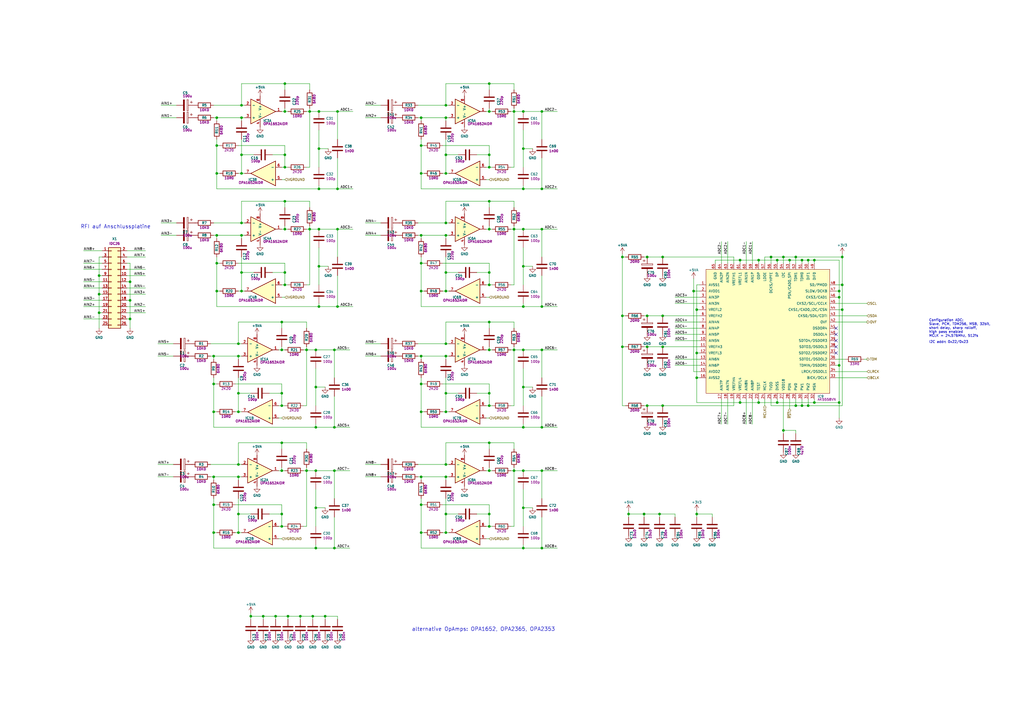
<source format=kicad_sch>
(kicad_sch (version 20230121) (generator eeschema)
  (paper "A3")
  (junction (at 182.88 63.5))
  (junction (at 182.88 119.38))
  (junction (at 285.75 154.94))
  (junction (at 271.78 129.54))
  (junction (at 137.16 224.79))
  (junction (at 285.75 144.78))
  (junction (at 116.84 34.29))
  (junction (at 182.88 161.29))
  (junction (at 344.17 165.1))
  (junction (at 172.72 157.48))
  (junction (at 87.63 168.91))
  (junction (at 303.53 106.68))
  (junction (at 99.06 119.38))
  (junction (at 172.72 48.26))
  (junction (at 200.66 193.04))
  (junction (at 116.84 93.98))
  (junction (at 182.88 168.91))
  (junction (at 328.93 106.68))
  (junction (at 265.43 129.54))
  (junction (at 115.57 132.08))
  (junction (at 200.66 45.72))
  (junction (at 344.17 119.38))
  (junction (at 87.63 146.05))
  (junction (at 321.31 176.53))
  (junction (at 115.57 166.37))
  (junction (at 88.9 48.26))
  (junction (at 97.79 161.29))
  (junction (at 311.15 106.68))
  (junction (at 285.75 210.82))
  (junction (at 130.81 45.72))
  (junction (at 88.9 96.52))
  (junction (at 115.57 193.04))
  (junction (at 311.15 165.1))
  (junction (at 53.34 115.57))
  (junction (at 182.88 210.82))
  (junction (at 182.88 43.18))
  (junction (at 116.84 116.84))
  (junction (at 125.73 143.51))
  (junction (at 222.25 77.47))
  (junction (at 116.84 45.72))
  (junction (at 331.47 166.37))
  (junction (at 264.16 210.82))
  (junction (at 200.66 68.58))
  (junction (at 172.72 195.58))
  (junction (at 182.88 71.12))
  (junction (at 200.66 132.08))
  (junction (at 210.82 45.72))
  (junction (at 129.54 158.75))
  (junction (at 200.66 210.82))
  (junction (at 129.54 224.79))
  (junction (at 133.35 252.73))
  (junction (at 116.84 68.58))
  (junction (at 130.81 77.47))
  (junction (at 99.06 71.12))
  (junction (at 222.25 193.04))
  (junction (at 182.88 48.26))
  (junction (at 125.73 193.04))
  (junction (at 182.88 195.58))
  (junction (at 210.82 93.98))
  (junction (at 345.44 105.41))
  (junction (at 331.47 106.68))
  (junction (at 97.79 140.97))
  (junction (at 318.77 106.68))
  (junction (at 345.44 127))
  (junction (at 113.03 252.73))
  (junction (at 321.31 105.41))
  (junction (at 344.17 149.86))
  (junction (at 200.66 215.9))
  (junction (at 97.79 195.58))
  (junction (at 115.57 181.61))
  (junction (at 271.78 142.24))
  (junction (at 138.43 125.73))
  (junction (at 116.84 63.5))
  (junction (at 257.81 210.82))
  (junction (at 182.88 140.97))
  (junction (at 99.06 96.52))
  (junction (at 116.84 82.55))
  (junction (at 88.9 107.95))
  (junction (at 214.63 109.22))
  (junction (at 129.54 175.26))
  (junction (at 88.9 119.38))
  (junction (at 182.88 146.05))
  (junction (at 303.53 165.1))
  (junction (at 87.63 218.44))
  (junction (at 172.72 168.91))
  (junction (at 97.79 146.05))
  (junction (at 99.06 63.5))
  (junction (at 326.39 105.41))
  (junction (at 214.63 143.51))
  (junction (at 345.44 116.84))
  (junction (at 182.88 190.5))
  (junction (at 172.72 96.52))
  (junction (at 87.63 207.01))
  (junction (at 200.66 111.76))
  (junction (at 107.95 252.73))
  (junction (at 130.81 60.96))
  (junction (at 334.01 165.1))
  (junction (at 200.66 143.51))
  (junction (at 270.51 210.82))
  (junction (at 255.27 129.54))
  (junction (at 265.43 142.24))
  (junction (at 97.79 190.5))
  (junction (at 88.9 59.69))
  (junction (at 210.82 193.04))
  (junction (at 214.63 208.28))
  (junction (at 138.43 45.72))
  (junction (at 214.63 175.26))
  (junction (at 214.63 45.72))
  (junction (at 200.66 116.84))
  (junction (at 323.85 106.68))
  (junction (at 214.63 193.04))
  (junction (at 40.64 120.65))
  (junction (at 328.93 166.37))
  (junction (at 137.16 143.51))
  (junction (at 40.64 128.27))
  (junction (at 214.63 158.75))
  (junction (at 99.06 43.18))
  (junction (at 99.06 91.44))
  (junction (at 182.88 218.44))
  (junction (at 129.54 208.28))
  (junction (at 102.87 252.73))
  (junction (at 222.25 45.72))
  (junction (at 255.27 142.24))
  (junction (at 200.66 181.61))
  (junction (at 172.72 146.05))
  (junction (at 285.75 127))
  (junction (at 53.34 123.19))
  (junction (at 88.9 71.12))
  (junction (at 271.78 166.37))
  (junction (at 172.72 59.69))
  (junction (at 87.63 157.48))
  (junction (at 116.84 111.76))
  (junction (at 200.66 161.29))
  (junction (at 127 93.98))
  (junction (at 214.63 224.79))
  (junction (at 137.16 193.04))
  (junction (at 127 45.72))
  (junction (at 271.78 105.41))
  (junction (at 318.77 165.1))
  (junction (at 99.06 48.26))
  (junction (at 99.06 111.76))
  (junction (at 200.66 82.55))
  (junction (at 214.63 93.98))
  (junction (at 130.81 125.73))
  (junction (at 200.66 93.98))
  (junction (at 172.72 71.12))
  (junction (at 137.16 175.26))
  (junction (at 172.72 107.95))
  (junction (at 138.43 93.98))
  (junction (at 97.79 210.82))
  (junction (at 265.43 166.37))
  (junction (at 222.25 175.26))
  (junction (at 172.72 119.38))
  (junction (at 222.25 93.98))
  (junction (at 115.57 161.29))
  (junction (at 118.11 252.73))
  (junction (at 182.88 111.76))
  (junction (at 214.63 125.73))
  (junction (at 123.19 252.73))
  (junction (at 214.63 60.96))
  (junction (at 200.66 63.5))
  (junction (at 222.25 143.51))
  (junction (at 182.88 91.44))
  (junction (at 115.57 215.9))
  (junction (at 214.63 77.47))
  (junction (at 334.01 106.68))
  (junction (at 200.66 34.29))
  (junction (at 222.25 125.73))
  (junction (at 40.64 113.03))
  (junction (at 344.17 121.92))
  (junction (at 130.81 93.98))
  (junction (at 115.57 210.82))
  (junction (at 97.79 218.44))
  (junction (at 115.57 143.51))
  (junction (at 222.25 224.79))
  (junction (at 129.54 143.51))
  (junction (at 210.82 143.51))
  (junction (at 172.72 218.44))
  (junction (at 284.48 119.38))
  (junction (at 265.43 105.41))
  (junction (at 128.27 252.73))
  (junction (at 200.66 166.37))
  (junction (at 326.39 166.37))
  (junction (at 182.88 96.52))
  (junction (at 130.81 109.22))
  (junction (at 172.72 207.01))
  (junction (at 316.23 105.41))
  (junction (at 53.34 130.81))
  (junction (at 87.63 195.58))
  (junction (at 255.27 105.41))
  (junction (at 97.79 168.91))
  (junction (at 129.54 193.04))
  (junction (at 138.43 77.47))
  (no_connect (at 342.9 134.62))
  (no_connect (at 342.9 142.24))
  (no_connect (at 342.9 139.7))
  (no_connect (at 342.9 144.78))
  (no_connect (at 342.9 137.16))
  (wire (pts (xy 130.81 77.47) (xy 138.43 77.47)))
  (wire (pts (xy 115.57 157.48) (xy 96.52 157.48)))
  (wire (pts (xy 195.58 63.5) (xy 200.66 63.5)))
  (wire (pts (xy 222.25 64.77) (xy 222.25 77.47)))
  (wire (pts (xy 200.66 134.62) (xy 200.66 132.08)))
  (wire (pts (xy 342.9 152.4) (xy 355.6 152.4)))
  (wire (pts (xy 222.25 113.03) (xy 222.25 125.73)))
  (wire (pts (xy 222.25 143.51) (xy 228.6 143.51)))
  (wire (pts (xy 116.84 116.84) (xy 115.57 116.84)))
  (wire (pts (xy 53.34 115.57) (xy 53.34 123.19)))
  (wire (pts (xy 214.63 60.96) (xy 214.63 53.34)))
  (wire (pts (xy 52.07 120.65) (xy 59.69 120.65)))
  (wire (pts (xy 129.54 166.37) (xy 129.54 158.75)))
  (wire (pts (xy 182.88 111.76) (xy 182.88 105.41)))
  (wire (pts (xy 210.82 143.51) (xy 214.63 143.51)))
  (wire (pts (xy 298.45 163.83) (xy 298.45 173.99)))
  (wire (pts (xy 255.27 166.37) (xy 256.54 166.37)))
  (wire (pts (xy 222.25 175.26) (xy 228.6 175.26)))
  (wire (pts (xy 41.91 120.65) (xy 40.64 120.65)))
  (wire (pts (xy 209.55 143.51) (xy 210.82 143.51)))
  (wire (pts (xy 264.16 210.82) (xy 270.51 210.82)))
  (wire (pts (xy 72.39 91.44) (xy 66.04 91.44)))
  (wire (pts (xy 200.66 207.01) (xy 181.61 207.01)))
  (wire (pts (xy 306.07 107.95) (xy 306.07 99.06)))
  (wire (pts (xy 86.36 195.58) (xy 87.63 195.58)))
  (wire (pts (xy 138.43 125.73) (xy 144.78 125.73)))
  (wire (pts (xy 187.96 161.29) (xy 182.88 161.29)))
  (wire (pts (xy 125.73 93.98) (xy 127 93.98)))
  (wire (pts (xy 200.66 63.5) (xy 200.66 68.58)))
  (wire (pts (xy 111.76 111.76) (xy 116.84 111.76)))
  (wire (pts (xy 210.82 193.04) (xy 210.82 191.77)))
  (wire (pts (xy 88.9 48.26) (xy 99.06 48.26)))
  (wire (pts (xy 200.66 107.95) (xy 200.66 111.76)))
  (wire (pts (xy 218.44 158.75) (xy 214.63 158.75)))
  (wire (pts (xy 182.88 195.58) (xy 184.15 195.58)))
  (wire (pts (xy 292.1 212.09) (xy 292.1 210.82)))
  (wire (pts (xy 115.57 93.98) (xy 116.84 93.98)))
  (wire (pts (xy 118.11 116.84) (xy 116.84 116.84)))
  (wire (pts (xy 99.06 111.76) (xy 99.06 119.38)))
  (wire (pts (xy 97.79 161.29) (xy 97.79 168.91)))
  (wire (pts (xy 284.48 114.3) (xy 284.48 119.38)))
  (wire (pts (xy 130.81 93.98) (xy 138.43 93.98)))
  (wire (pts (xy 214.63 175.26) (xy 222.25 175.26)))
  (wire (pts (xy 328.93 166.37) (xy 331.47 166.37)))
  (wire (pts (xy 125.73 215.9) (xy 124.46 215.9)))
  (wire (pts (xy 210.82 193.04) (xy 214.63 193.04)))
  (wire (pts (xy 115.57 121.92) (xy 116.84 121.92)))
  (wire (pts (xy 200.66 132.08) (xy 210.82 132.08)))
  (wire (pts (xy 287.02 147.32) (xy 276.86 147.32)))
  (wire (pts (xy 200.66 143.51) (xy 201.93 143.51)))
  (wire (pts (xy 115.57 193.04) (xy 116.84 193.04)))
  (wire (pts (xy 201.93 116.84) (xy 200.66 116.84)))
  (wire (pts (xy 125.73 143.51) (xy 125.73 166.37)))
  (wire (pts (xy 115.57 215.9) (xy 114.3 215.9)))
  (wire (pts (xy 114.3 193.04) (xy 115.57 193.04)))
  (wire (pts (xy 88.9 71.12) (xy 88.9 77.47)))
  (wire (pts (xy 172.72 175.26) (xy 214.63 175.26)))
  (wire (pts (xy 156.21 140.97) (xy 149.86 140.97)))
  (wire (pts (xy 328.93 163.83) (xy 328.93 166.37)))
  (wire (pts (xy 210.82 34.29) (xy 210.82 36.83)))
  (wire (pts (xy 125.73 166.37) (xy 124.46 166.37)))
  (wire (pts (xy 130.81 68.58) (xy 130.81 60.96)))
  (wire (pts (xy 171.45 91.44) (xy 182.88 91.44)))
  (wire (pts (xy 182.88 168.91) (xy 181.61 168.91)))
  (wire (pts (xy 137.16 193.04) (xy 143.51 193.04)))
  (wire (pts (xy 156.21 91.44) (xy 149.86 91.44)))
  (wire (pts (xy 326.39 176.53) (xy 321.31 176.53)))
  (wire (pts (xy 110.49 210.82) (xy 115.57 210.82)))
  (wire (pts (xy 200.66 82.55) (xy 182.88 82.55)))
  (wire (pts (xy 127 45.72) (xy 127 44.45)))
  (wire (pts (xy 99.06 82.55) (xy 99.06 91.44)))
  (wire (pts (xy 137.16 143.51) (xy 137.16 154.94)))
  (wire (pts (xy 342.9 149.86) (xy 344.17 149.86)))
  (wire (pts (xy 200.66 215.9) (xy 199.39 215.9)))
  (wire (pts (xy 116.84 92.71) (xy 116.84 93.98)))
  (wire (pts (xy 200.66 166.37) (xy 199.39 166.37)))
  (wire (pts (xy 214.63 143.51) (xy 222.25 143.51)))
  (wire (pts (xy 137.16 143.51) (xy 143.51 143.51)))
  (wire (pts (xy 200.66 85.09) (xy 200.66 82.55)))
  (wire (pts (xy 184.15 168.91) (xy 182.88 168.91)))
  (wire (pts (xy 316.23 107.95) (xy 316.23 105.41)))
  (wire (pts (xy 116.84 107.95) (xy 116.84 111.76)))
  (wire (pts (xy 99.06 48.26) (xy 100.33 48.26)))
  (wire (pts (xy 187.96 210.82) (xy 182.88 210.82)))
  (wire (pts (xy 133.35 158.75) (xy 129.54 158.75)))
  (wire (pts (xy 218.44 60.96) (xy 214.63 60.96)))
  (wire (pts (xy 200.66 45.72) (xy 201.93 45.72)))
  (wire (pts (xy 102.87 252.73) (xy 102.87 254)))
  (wire (pts (xy 284.48 119.38) (xy 287.02 119.38)))
  (wire (pts (xy 127 82.55) (xy 127 85.09)))
  (wire (pts (xy 115.57 181.61) (xy 97.79 181.61)))
  (wire (pts (xy 342.9 124.46) (xy 355.6 124.46)))
  (wire (pts (xy 255.27 142.24) (xy 255.27 166.37)))
  (wire (pts (xy 127 45.72) (xy 127 68.58)))
  (wire (pts (xy 86.36 146.05) (xy 87.63 146.05)))
  (wire (pts (xy 200.66 92.71) (xy 200.66 93.98)))
  (wire (pts (xy 99.06 218.44) (xy 97.79 218.44)))
  (wire (pts (xy 200.66 44.45) (xy 200.66 45.72)))
  (wire (pts (xy 265.43 105.41) (xy 271.78 105.41)))
  (wire (pts (xy 200.66 142.24) (xy 200.66 143.51)))
  (wire (pts (xy 264.16 129.54) (xy 265.43 129.54)))
  (wire (pts (xy 210.82 132.08) (xy 210.82 134.62)))
  (wire (pts (xy 199.39 121.92) (xy 200.66 121.92)))
  (wire (pts (xy 97.79 181.61) (xy 97.79 190.5)))
  (wire (pts (xy 172.72 207.01) (xy 173.99 207.01)))
  (wire (pts (xy 292.1 210.82) (xy 285.75 210.82)))
  (wire (pts (xy 201.93 68.58) (xy 200.66 68.58)))
  (wire (pts (xy 116.84 93.98) (xy 118.11 93.98)))
  (wire (pts (xy 118.11 68.58) (xy 116.84 68.58)))
  (wire (pts (xy 171.45 96.52) (xy 172.72 96.52)))
  (wire (pts (xy 195.58 210.82) (xy 200.66 210.82)))
  (wire (pts (xy 200.66 59.69) (xy 181.61 59.69)))
  (wire (pts (xy 87.63 195.58) (xy 97.79 195.58)))
  (wire (pts (xy 137.16 224.79) (xy 143.51 224.79)))
  (wire (pts (xy 87.63 175.26) (xy 129.54 175.26)))
  (wire (pts (xy 200.66 116.84) (xy 199.39 116.84)))
  (wire (pts (xy 345.44 105.41) (xy 345.44 104.14)))
  (wire (pts (xy 87.63 154.94) (xy 87.63 157.48)))
  (wire (pts (xy 326.39 177.8) (xy 326.39 176.53)))
  (wire (pts (xy 172.72 218.44) (xy 172.72 224.79)))
  (wire (pts (xy 182.88 147.32) (xy 182.88 146.05)))
  (wire (pts (xy 200.66 184.15) (xy 200.66 181.61)))
  (wire (pts (xy 334.01 163.83) (xy 334.01 165.1)))
  (wire (pts (xy 130.81 109.22) (xy 130.81 101.6)))
  (wire (pts (xy 318.77 165.1) (xy 334.01 165.1)))
  (wire (pts (xy 171.45 140.97) (xy 182.88 140.97)))
  (wire (pts (xy 316.23 163.83) (xy 316.23 166.37)))
  (wire (pts (xy 344.17 106.68) (xy 344.17 119.38)))
  (wire (pts (xy 285.75 210.82) (xy 285.75 212.09)))
  (wire (pts (xy 210.82 193.04) (xy 210.82 215.9)))
  (wire (pts (xy 210.82 143.51) (xy 210.82 166.37)))
  (wire (pts (xy 133.35 252.73) (xy 133.35 254)))
  (wire (pts (xy 52.07 128.27) (xy 59.69 128.27)))
  (wire (pts (xy 87.63 204.47) (xy 87.63 207.01)))
  (wire (pts (xy 40.64 128.27) (xy 40.64 134.62)))
  (wire (pts (xy 285.75 127) (xy 285.75 144.78)))
  (wire (pts (xy 255.27 129.54) (xy 256.54 129.54)))
  (wire (pts (xy 199.39 45.72) (xy 200.66 45.72)))
  (wire (pts (xy 87.63 168.91) (xy 87.63 157.48)))
  (wire (pts (xy 270.51 210.82) (xy 276.86 210.82)))
  (wire (pts (xy 311.15 107.95) (xy 311.15 106.68)))
  (wire (pts (xy 129.54 193.04) (xy 137.16 193.04)))
  (wire (pts (xy 308.61 107.95) (xy 308.61 99.06)))
  (wire (pts (xy 102.87 252.73) (xy 107.95 252.73)))
  (wire (pts (xy 257.81 209.55) (xy 257.81 210.82)))
  (wire (pts (xy 172.72 196.85) (xy 172.72 195.58)))
  (wire (pts (xy 334.01 107.95) (xy 334.01 106.68)))
  (wire (pts (xy 270.51 210.82) (xy 270.51 212.09)))
  (wire (pts (xy 214.63 125.73) (xy 222.25 125.73)))
  (wire (pts (xy 184.15 218.44) (xy 182.88 218.44)))
  (wire (pts (xy 88.9 125.73) (xy 130.81 125.73)))
  (wire (pts (xy 303.53 106.68) (xy 311.15 106.68)))
  (wire (pts (xy 87.63 91.44) (xy 99.06 91.44)))
  (wire (pts (xy 316.23 105.41) (xy 321.31 105.41)))
  (wire (pts (xy 72.39 43.18) (xy 66.04 43.18)))
  (wire (pts (xy 97.79 218.44) (xy 96.52 218.44)))
  (wire (pts (xy 182.88 71.12) (xy 181.61 71.12)))
  (wire (pts (xy 172.72 168.91) (xy 172.72 175.26)))
  (wire (pts (xy 172.72 157.48) (xy 173.99 157.48)))
  (wire (pts (xy 264.16 105.41) (xy 265.43 105.41)))
  (wire (pts (xy 287.02 149.86) (xy 276.86 149.86)))
  (wire (pts (xy 100.33 119.38) (xy 99.06 119.38)))
  (wire (pts (xy 129.54 173.99) (xy 129.54 175.26)))
  (wire (pts (xy 287.02 124.46) (xy 276.86 124.46)))
  (wire (pts (xy 116.84 68.58) (xy 115.57 68.58)))
  (wire (pts (xy 173.99 168.91) (xy 172.72 168.91)))
  (wire (pts (xy 115.57 161.29) (xy 115.57 166.37)))
  (wire (pts (xy 156.21 195.58) (xy 149.86 195.58)))
  (wire (pts (xy 127 116.84) (xy 125.73 116.84)))
  (wire (pts (xy 326.39 163.83) (xy 326.39 166.37)))
  (wire (pts (xy 172.72 48.26) (xy 182.88 48.26)))
  (wire (pts (xy 97.79 147.32) (xy 97.79 146.05)))
  (wire (pts (xy 133.35 208.28) (xy 129.54 208.28)))
  (wire (pts (xy 100.33 43.18) (xy 99.06 43.18)))
  (wire (pts (xy 171.45 146.05) (xy 172.72 146.05)))
  (wire (pts (xy 200.66 68.58) (xy 199.39 68.58)))
  (wire (pts (xy 156.21 48.26) (xy 149.86 48.26)))
  (wire (pts (xy 53.34 107.95) (xy 53.34 115.57)))
  (wire (pts (xy 53.34 123.19) (xy 53.34 130.81)))
  (wire (pts (xy 287.02 134.62) (xy 276.86 134.62)))
  (wire (pts (xy 265.43 166.37) (xy 271.78 166.37)))
  (wire (pts (xy 218.44 208.28) (xy 214.63 208.28)))
  (wire (pts (xy 134.62 60.96) (xy 130.81 60.96)))
  (wire (pts (xy 210.82 82.55) (xy 210.82 85.09)))
  (wire (pts (xy 287.02 144.78) (xy 285.75 144.78)))
  (wire (pts (xy 214.63 116.84) (xy 214.63 109.22)))
  (wire (pts (xy 342.9 121.92) (xy 344.17 121.92)))
  (wire (pts (xy 209.55 193.04) (xy 210.82 193.04)))
  (wire (pts (xy 210.82 93.98) (xy 210.82 92.71)))
  (wire (pts (xy 125.73 143.51) (xy 125.73 142.24)))
  (wire (pts (xy 328.93 106.68) (xy 331.47 106.68)))
  (wire (pts (xy 88.9 119.38) (xy 88.9 107.95)))
  (wire (pts (xy 133.35 252.73) (xy 138.43 252.73)))
  (wire (pts (xy 41.91 125.73) (xy 34.29 125.73)))
  (wire (pts (xy 87.63 196.85) (xy 87.63 195.58)))
  (wire (pts (xy 172.72 105.41) (xy 172.72 107.95)))
  (wire (pts (xy 222.25 143.51) (xy 222.25 154.94)))
  (wire (pts (xy 184.15 43.18) (xy 182.88 43.18)))
  (wire (pts (xy 97.79 168.91) (xy 96.52 168.91)))
  (wire (pts (xy 326.39 105.41) (xy 345.44 105.41)))
  (wire (pts (xy 172.72 96.52) (xy 182.88 96.52)))
  (wire (pts (xy 195.58 161.29) (xy 200.66 161.29)))
  (wire (pts (xy 295.91 107.95) (xy 295.91 99.06)))
  (wire (pts (xy 184.15 140.97) (xy 182.88 140.97)))
  (wire (pts (xy 40.64 128.27) (xy 41.91 128.27)))
  (wire (pts (xy 87.63 168.91) (xy 87.63 175.26)))
  (wire (pts (xy 116.84 59.69) (xy 97.79 59.69)))
  (wire (pts (xy 116.84 85.09) (xy 116.84 82.55)))
  (wire (pts (xy 115.57 210.82) (xy 115.57 215.9)))
  (wire (pts (xy 313.69 105.41) (xy 316.23 105.41)))
  (wire (pts (xy 88.9 107.95) (xy 90.17 107.95)))
  (wire (pts (xy 345.44 116.84) (xy 345.44 105.41)))
  (wire (pts (xy 102.87 251.46) (xy 102.87 252.73)))
  (wire (pts (xy 200.66 181.61) (xy 182.88 181.61)))
  (wire (pts (xy 137.16 212.09) (xy 137.16 224.79)))
  (wire (pts (xy 116.84 63.5) (xy 116.84 68.58)))
  (wire (pts (xy 87.63 157.48) (xy 88.9 157.48)))
  (wire (pts (xy 214.63 208.28) (xy 214.63 200.66)))
  (wire (pts (xy 137.16 193.04) (xy 137.16 204.47)))
  (wire (pts (xy 72.39 96.52) (xy 66.04 96.52)))
  (wire (pts (xy 342.9 129.54) (xy 355.6 129.54)))
  (wire (pts (xy 130.81 60.96) (xy 130.81 53.34)))
  (wire (pts (xy 52.07 102.87) (xy 59.69 102.87)))
  (wire (pts (xy 326.39 166.37) (xy 328.93 166.37)))
  (wire (pts (xy 200.66 132.08) (xy 182.88 132.08)))
  (wire (pts (xy 114.3 171.45) (xy 115.57 171.45)))
  (wire (pts (xy 345.44 127) (xy 345.44 116.84)))
  (wire (pts (xy 182.88 49.53) (xy 182.88 48.26)))
  (wire (pts (xy 265.43 129.54) (xy 271.78 129.54)))
  (wire (pts (xy 71.12 190.5) (xy 64.77 190.5)))
  (wire (pts (xy 182.88 34.29) (xy 182.88 43.18)))
  (wire (pts (xy 256.54 105.41) (xy 255.27 105.41)))
  (wire (pts (xy 264.16 142.24) (xy 265.43 142.24)))
  (wire (pts (xy 182.88 210.82) (xy 182.88 218.44)))
  (wire (pts (xy 129.54 223.52) (xy 129.54 224.79)))
  (wire (pts (xy 255.27 142.24) (xy 256.54 142.24)))
  (wire (pts (xy 334.01 165.1) (xy 344.17 165.1)))
  (wire (pts (xy 127 68.58) (xy 125.73 68.58)))
  (wire (pts (xy 271.78 105.41) (xy 300.99 105.41)))
  (wire (pts (xy 209.55 45.72) (xy 210.82 45.72)))
  (wire (pts (xy 287.02 121.92) (xy 276.86 121.92)))
  (wire (pts (xy 138.43 77.47) (xy 144.78 77.47)))
  (wire (pts (xy 115.57 132.08) (xy 97.79 132.08)))
  (wire (pts (xy 199.39 73.66) (xy 200.66 73.66)))
  (wire (pts (xy 41.91 118.11) (xy 34.29 118.11)))
  (wire (pts (xy 124.46 193.04) (xy 125.73 193.04)))
  (wire (pts (xy 184.15 119.38) (xy 182.88 119.38)))
  (wire (pts (xy 99.06 63.5) (xy 99.06 71.12)))
  (wire (pts (xy 187.96 111.76) (xy 182.88 111.76)))
  (wire (pts (xy 222.25 77.47) (xy 228.6 77.47)))
  (wire (pts (xy 97.79 196.85) (xy 97.79 195.58)))
  (wire (pts (xy 214.63 158.75) (xy 214.63 151.13)))
  (wire (pts (xy 172.72 57.15) (xy 172.72 59.69)))
  (wire (pts (xy 88.9 57.15) (xy 88.9 59.69)))
  (wire (pts (xy 87.63 96.52) (xy 88.9 96.52)))
  (wire (pts (xy 328.93 107.95) (xy 328.93 106.68)))
  (wire (pts (xy 116.84 215.9) (xy 115.57 215.9)))
  (wire (pts (xy 214.63 93.98) (xy 222.25 93.98)))
  (wire (pts (xy 271.78 129.54) (xy 287.02 129.54)))
  (wire (pts (xy 87.63 224.79) (xy 129.54 224.79)))
  (wire (pts (xy 107.95 252.73) (xy 113.03 252.73)))
  (wire (pts (xy 172.72 154.94) (xy 172.72 157.48)))
  (wire (pts (xy 285.75 116.84) (xy 285.75 127)))
  (wire (pts (xy 172.72 224.79) (xy 214.63 224.79)))
  (wire (pts (xy 342.9 147.32) (xy 346.71 147.32)))
  (wire (pts (xy 182.88 146.05) (xy 184.15 146.05)))
  (wire (pts (xy 214.63 45.72) (xy 222.25 45.72)))
  (wire (pts (xy 255.27 104.14) (xy 255.27 105.41)))
  (wire (pts (xy 214.63 215.9) (xy 214.63 208.28)))
  (wire (pts (xy 210.82 93.98) (xy 214.63 93.98)))
  (wire (pts (xy 115.57 207.01) (xy 96.52 207.01)))
  (wire (pts (xy 311.15 165.1) (xy 311.15 163.83)))
  (wire (pts (xy 199.39 220.98) (xy 200.66 220.98)))
  (wire (pts (xy 318.77 106.68) (xy 323.85 106.68)))
  (wire (pts (xy 41.91 105.41) (xy 40.64 105.41)))
  (wire (pts (xy 52.07 125.73) (xy 59.69 125.73)))
  (wire (pts (xy 201.93 215.9) (xy 200.66 215.9)))
  (wire (pts (xy 41.91 113.03) (xy 40.64 113.03)))
  (wire (pts (xy 187.96 63.5) (xy 182.88 63.5)))
  (wire (pts (xy 195.58 111.76) (xy 200.66 111.76)))
  (wire (pts (xy 138.43 45.72) (xy 138.43 57.15)))
  (wire (pts (xy 130.81 116.84) (xy 130.81 109.22)))
  (wire (pts (xy 129.54 175.26) (xy 137.16 175.26)))
  (wire (pts (xy 87.63 43.18) (xy 99.06 43.18)))
  (wire (pts (xy 52.07 115.57) (xy 53.34 115.57)))
  (wire (pts (xy 110.49 161.29) (xy 115.57 161.29)))
  (wire (pts (xy 40.64 120.65) (xy 40.64 128.27)))
  (wire (pts (xy 287.02 137.16) (xy 276.86 137.16)))
  (wire (pts (xy 284.48 152.4) (xy 287.02 152.4)))
  (wire (pts (xy 200.66 36.83) (xy 200.66 34.29)))
  (wire (pts (xy 172.72 71.12) (xy 172.72 77.47)))
  (wire (pts (xy 97.79 132.08) (xy 97.79 140.97)))
  (wire (pts (xy 214.63 76.2) (xy 214.63 77.47)))
  (wire (pts (xy 116.84 34.29) (xy 99.06 34.29)))
  (wire (pts (xy 137.16 162.56) (xy 137.16 175.26)))
  (wire (pts (xy 116.84 111.76) (xy 116.84 116.84)))
  (wire (pts (xy 116.84 82.55) (xy 99.06 82.55)))
  (wire (pts (xy 172.72 195.58) (xy 182.88 195.58)))
  (wire (pts (xy 200.66 193.04) (xy 201.93 193.04)))
  (wire (pts (xy 172.72 204.47) (xy 172.72 207.01)))
  (wire (pts (xy 111.76 63.5) (xy 116.84 63.5)))
  (wire (pts (xy 285.75 154.94) (xy 285.75 165.1)))
  (wire (pts (xy 200.66 157.48) (xy 200.66 161.29)))
  (wire (pts (xy 209.55 93.98) (xy 210.82 93.98)))
  (wire (pts (xy 52.07 110.49) (xy 59.69 110.49)))
  (wire (pts (xy 200.66 210.82) (xy 200.66 215.9)))
  (wire (pts (xy 342.9 116.84) (xy 345.44 116.84)))
  (wire (pts (xy 287.02 139.7) (xy 276.86 139.7)))
  (wire (pts (xy 210.82 166.37) (xy 209.55 166.37)))
  (wire (pts (xy 172.72 119.38) (xy 172.72 107.95)))
  (wire (pts (xy 264.16 210.82) (xy 264.16 212.09)))
  (wire (pts (xy 172.72 107.95) (xy 173.99 107.95)))
  (wire (pts (xy 331.47 163.83) (xy 331.47 166.37)))
  (wire (pts (xy 138.43 93.98) (xy 144.78 93.98)))
  (wire (pts (xy 116.84 82.55) (xy 127 82.55)))
  (wire (pts (xy 130.81 124.46) (xy 130.81 125.73)))
  (wire (pts (xy 88.9 105.41) (xy 88.9 107.95)))
  (wire (pts (xy 172.72 59.69) (xy 173.99 59.69)))
  (wire (pts (xy 210.82 116.84) (xy 209.55 116.84)))
  (wire (pts (xy 344.17 149.86) (xy 344.17 165.1)))
  (wire (pts (xy 40.64 113.03) (xy 40.64 120.65)))
  (wire (pts (xy 115.57 134.62) (xy 115.57 132.08)))
  (wire (pts (xy 125.73 45.72) (xy 127 45.72)))
  (wire (pts (xy 300.99 166.37) (xy 300.99 163.83)))
  (wire (pts (xy 222.25 212.09) (xy 222.25 224.79)))
  (wire (pts (xy 156.21 96.52) (xy 149.86 96.52)))
  (wire (pts (xy 41.91 107.95) (xy 34.29 107.95)))
  (wire (pts (xy 287.02 132.08) (xy 276.86 132.08)))
  (wire (pts (xy 276.86 210.82) (xy 276.86 212.09)))
  (wire (pts (xy 321.31 163.83) (xy 321.31 176.53)))
  (wire (pts (xy 53.34 130.81) (xy 53.34 134.62)))
  (wire (pts (xy 199.39 193.04) (xy 200.66 193.04)))
  (wire (pts (xy 127 93.98) (xy 127 92.71)))
  (wire (pts (xy 326.39 107.95) (xy 326.39 105.41)))
  (wire (pts (xy 199.39 171.45) (xy 200.66 171.45)))
  (wire (pts (xy 41.91 130.81) (xy 34.29 130.81)))
  (wire (pts (xy 97.79 146.05) (xy 99.06 146.05)))
  (wire (pts (xy 285.75 154.94) (xy 287.02 154.94)))
  (wire (pts (xy 210.82 45.72) (xy 210.82 44.45)))
  (wire (pts (xy 138.43 252.73) (xy 138.43 254)))
  (wire (pts (xy 344.17 165.1) (xy 344.17 171.45)))
  (wire (pts (xy 115.57 166.37) (xy 114.3 166.37)))
  (wire (pts (xy 88.9 77.47) (xy 130.81 77.47)))
  (wire (pts (xy 102.87 210.82) (xy 97.79 210.82)))
  (wire (pts (xy 87.63 146.05) (xy 97.79 146.05)))
  (wire (pts (xy 182.88 119.38) (xy 181.61 119.38)))
  (wire (pts (xy 182.88 63.5) (xy 182.88 57.15)))
  (wire (pts (xy 127 45.72) (xy 130.81 45.72)))
  (wire (pts (xy 285.75 144.78) (xy 285.75 154.94)))
  (wire (pts (xy 214.63 124.46) (xy 214.63 125.73)))
  (wire (pts (xy 214.63 223.52) (xy 214.63 224.79)))
  (wire (pts (xy 100.33 71.12) (xy 99.06 71.12)))
  (wire (pts (xy 102.87 161.29) (xy 97.79 161.29)))
  (wire (pts (xy 172.72 49.53) (xy 172.72 48.26)))
  (wire (pts (xy 129.54 158.75) (xy 129.54 151.13)))
  (wire (pts (xy 88.9 218.44) (xy 87.63 218.44)))
  (wire (pts (xy 115.57 191.77) (xy 115.57 193.04)))
  (wire (pts (xy 182.88 48.26) (xy 184.15 48.26)))
  (wire (pts (xy 87.63 207.01) (xy 88.9 207.01)))
  (wire (pts (xy 113.03 252.73) (xy 113.03 254)))
  (wire (pts (xy 182.88 161.29) (xy 182.88 168.91)))
  (wire (pts (xy 182.88 97.79) (xy 182.88 96.52)))
  (wire (pts (xy 125.73 143.51) (xy 129.54 143.51)))
  (wire (pts (xy 184.15 71.12) (xy 182.88 71.12)))
  (wire (pts (xy 125.73 181.61) (xy 125.73 184.15)))
  (wire (pts (xy 115.57 143.51) (xy 116.84 143.51)))
  (wire (pts (xy 100.33 91.44) (xy 99.06 91.44)))
  (wire (pts (xy 218.44 109.22) (xy 214.63 109.22)))
  (wire (pts (xy 99.06 71.12) (xy 97.79 71.12)))
  (wire (pts (xy 129.54 208.28) (xy 129.54 200.66)))
  (wire (pts (xy 200.66 111.76) (xy 200.66 116.84)))
  (wire (pts (xy 293.37 106.68) (xy 303.53 106.68)))
  (wire (pts (xy 156.21 190.5) (xy 149.86 190.5)))
  (wire (pts (xy 214.63 224.79) (xy 222.25 224.79)))
  (wire (pts (xy 114.3 220.98) (xy 115.57 220.98)))
  (wire (pts (xy 130.81 76.2) (xy 130.81 77.47)))
  (wire (pts (xy 287.02 116.84) (xy 285.75 116.84)))
  (wire (pts (xy 222.25 125.73) (xy 228.6 125.73)))
  (wire (pts (xy 200.66 157.48) (xy 181.61 157.48)))
  (wire (pts (xy 115.57 207.01) (xy 115.57 210.82)))
  (wire (pts (xy 127 93.98) (xy 130.81 93.98)))
  (wire (pts (xy 116.84 59.69) (xy 116.84 63.5)))
  (wire (pts (xy 318.77 163.83) (xy 318.77 165.1)))
  (wire (pts (xy 72.39 48.26) (xy 66.04 48.26)))
  (wire (pts (xy 115.57 73.66) (xy 116.84 73.66)))
  (wire (pts (xy 331.47 107.95) (xy 331.47 106.68)))
  (wire (pts (xy 342.9 132.08) (xy 355.6 132.08)))
  (wire (pts (xy 308.61 163.83) (xy 308.61 173.99)))
  (wire (pts (xy 125.73 132.08) (xy 125.73 134.62)))
  (wire (pts (xy 87.63 218.44) (xy 87.63 224.79)))
  (wire (pts (xy 182.88 132.08) (xy 182.88 140.97)))
  (wire (pts (xy 99.06 140.97) (xy 97.79 140.97)))
  (wire (pts (xy 331.47 106.68) (xy 334.01 106.68)))
  (wire (pts (xy 222.25 193.04) (xy 228.6 193.04)))
  (wire (pts (xy 127 93.98) (xy 127 116.84)))
  (wire (pts (xy 138.43 45.72) (xy 144.78 45.72)))
  (wire (pts (xy 200.66 181.61) (xy 210.82 181.61)))
  (wire (pts (xy 71.12 140.97) (xy 64.77 140.97)))
  (wire (pts (xy 173.99 71.12) (xy 172.72 71.12)))
  (wire (pts (xy 201.93 166.37) (xy 200.66 166.37)))
  (wire (pts (xy 130.81 45.72) (xy 138.43 45.72)))
  (wire (pts (xy 52.07 105.41) (xy 59.69 105.41)))
  (wire (pts (xy 200.66 34.29) (xy 182.88 34.29)))
  (wire (pts (xy 99.06 34.29) (xy 99.06 43.18)))
  (wire (pts (xy 184.15 91.44) (xy 182.88 91.44)))
  (wire (pts (xy 300.99 105.41) (xy 300.99 107.95)))
  (wire (pts (xy 222.25 193.04) (xy 222.25 204.47)))
  (wire (pts (xy 257.81 210.82) (xy 264.16 210.82)))
  (wire (pts (xy 173.99 218.44) (xy 172.72 218.44)))
  (wire (pts (xy 171.45 43.18) (xy 182.88 43.18)))
  (wire (pts (xy 172.72 119.38) (xy 172.72 125.73)))
  (wire (pts (xy 200.66 82.55) (xy 210.82 82.55)))
  (wire (pts (xy 210.82 215.9) (xy 209.55 215.9)))
  (wire (pts (xy 97.79 210.82) (xy 97.79 204.47)))
  (wire (pts (xy 172.72 97.79) (xy 172.72 96.52)))
  (wire (pts (xy 182.88 63.5) (xy 182.88 71.12)))
  (wire (pts (xy 104.14 111.76) (xy 99.06 111.76)))
  (wire (pts (xy 129.54 224.79) (xy 137.16 224.79)))
  (wire (pts (xy 311.15 165.1) (xy 318.77 165.1)))
  (wire (pts (xy 210.82 143.51) (xy 210.82 142.24)))
  (wire (pts (xy 222.25 93.98) (xy 222.25 105.41)))
  (wire (pts (xy 354.33 147.32) (xy 355.6 147.32)))
  (wire (pts (xy 128.27 252.73) (xy 133.35 252.73)))
  (wire (pts (xy 129.54 215.9) (xy 129.54 208.28)))
  (wire (pts (xy 107.95 252.73) (xy 107.95 254)))
  (wire (pts (xy 199.39 93.98) (xy 200.66 93.98)))
  (wire (pts (xy 99.06 190.5) (xy 97.79 190.5)))
  (wire (pts (xy 99.06 63.5) (xy 99.06 57.15)))
  (wire (pts (xy 104.14 63.5) (xy 99.06 63.5)))
  (wire (pts (xy 222.25 93.98) (xy 228.6 93.98)))
  (wire (pts (xy 71.12 195.58) (xy 64.77 195.58)))
  (wire (pts (xy 344.17 119.38) (xy 344.17 121.92)))
  (wire (pts (xy 321.31 176.53) (xy 321.31 177.8)))
  (wire (pts (xy 323.85 106.68) (xy 328.93 106.68)))
  (wire (pts (xy 115.57 184.15) (xy 115.57 181.61)))
  (wire (pts (xy 222.25 224.79) (xy 228.6 224.79)))
  (wire (pts (xy 172.72 147.32) (xy 172.72 146.05)))
  (wire (pts (xy 156.21 146.05) (xy 149.86 146.05)))
  (wire (pts (xy 53.34 130.81) (xy 52.07 130.81)))
  (wire (pts (xy 172.72 71.12) (xy 172.72 59.69)))
  (wire (pts (xy 284.48 119.38) (xy 284.48 152.4)))
  (wire (pts (xy 295.91 163.83) (xy 295.91 173.99)))
  (wire (pts (xy 214.63 109.22) (xy 214.63 101.6)))
  (wire (pts (xy 255.27 129.54) (xy 255.27 142.24)))
  (wire (pts (xy 88.9 119.38) (xy 88.9 125.73)))
  (wire (pts (xy 331.47 166.37) (xy 345.44 166.37)))
  (wire (pts (xy 184.15 190.5) (xy 182.88 190.5)))
  (wire (pts (xy 313.69 105.41) (xy 313.69 107.95)))
  (wire (pts (xy 210.82 93.98) (xy 210.82 116.84)))
  (wire (pts (xy 321.31 105.41) (xy 326.39 105.41)))
  (wire (pts (xy 182.88 161.29) (xy 182.88 154.94)))
  (wire (pts (xy 115.57 45.72) (xy 116.84 45.72)))
  (wire (pts (xy 210.82 181.61) (xy 210.82 184.15)))
  (wire (pts (xy 99.06 111.76) (xy 99.06 105.41)))
  (wire (pts (xy 99.06 97.79) (xy 99.06 96.52)))
  (wire (pts (xy 287.02 127) (xy 285.75 127)))
  (wire (pts (xy 52.07 118.11) (xy 59.69 118.11)))
  (wire (pts (xy 171.45 190.5) (xy 182.88 190.5)))
  (wire (pts (xy 264.16 166.37) (xy 265.43 166.37)))
  (wire (pts (xy 86.36 190.5) (xy 97.79 190.5)))
  (wire (pts (xy 118.11 252.73) (xy 118.11 254)))
  (wire (pts (xy 342.9 119.38) (xy 344.17 119.38)))
  (wire (pts (xy 342.9 127) (xy 345.44 127)))
  (wire (pts (xy 255.27 105.41) (xy 255.27 129.54)))
  (wire (pts (xy 214.63 166.37) (xy 214.63 158.75)))
  (wire (pts (xy 41.91 115.57) (xy 34.29 115.57)))
  (wire (pts (xy 323.85 167.64) (xy 323.85 163.83)))
  (wire (pts (xy 323.85 107.95) (xy 323.85 106.68)))
  (wire (pts (xy 222.25 45.72) (xy 228.6 45.72)))
  (wire (pts (xy 200.66 191.77) (xy 200.66 193.04)))
  (wire (pts (xy 124.46 143.51) (xy 125.73 143.51)))
  (wire (pts (xy 90.17 119.38) (xy 88.9 119.38)))
  (wire (pts (xy 114.3 143.51) (xy 115.57 143.51)))
  (wire (pts (xy 214.63 173.99) (xy 214.63 175.26)))
  (wire (pts (xy 303.53 107.95) (xy 303.53 106.68)))
  (wire (pts (xy 321.31 107.95) (xy 321.31 105.41)))
  (wire (pts (xy 88.9 168.91) (xy 87.63 168.91)))
  (wire (pts (xy 115.57 181.61) (xy 125.73 181.61)))
  (wire (pts (xy 88.9 96.52) (xy 99.06 96.52)))
  (wire (pts (xy 271.78 166.37) (xy 300.99 166.37)))
  (wire (pts (xy 200.66 107.95) (xy 181.61 107.95)))
  (wire (pts (xy 182.88 82.55) (xy 182.88 91.44)))
  (wire (pts (xy 71.12 146.05) (xy 64.77 146.05)))
  (wire (pts (xy 88.9 97.79) (xy 88.9 96.52)))
  (wire (pts (xy 128.27 252.73) (xy 128.27 254)))
  (wire (pts (xy 113.03 252.73) (xy 118.11 252.73)))
  (wire (pts (xy 210.82 68.58) (xy 209.55 68.58)))
  (wire (pts (xy 138.43 93.98) (xy 138.43 105.41)))
  (wire (pts (xy 123.19 252.73) (xy 123.19 254)))
  (wire (pts (xy 87.63 48.26) (xy 88.9 48.26)))
  (wire (pts (xy 182.88 210.82) (xy 182.88 204.47)))
  (wire (pts (xy 303.53 165.1) (xy 311.15 165.1)))
  (wire (pts (xy 130.81 125.73) (xy 138.43 125.73)))
  (wire (pts (xy 200.66 34.29) (xy 210.82 34.29)))
  (wire (pts (xy 342.9 154.94) (xy 355.6 154.94)))
  (wire (pts (xy 86.36 140.97) (xy 97.79 140.97)))
  (wire (pts (xy 303.53 163.83) (xy 303.53 165.1)))
  (wire (pts (xy 293.37 107.95) (xy 293.37 106.68)))
  (wire (pts (xy 334.01 106.68) (xy 344.17 106.68)))
  (wire (pts (xy 344.17 121.92) (xy 344.17 149.86)))
  (wire (pts (xy 257.81 210.82) (xy 257.81 212.09)))
  (wire (pts (xy 171.45 195.58) (xy 172.72 195.58)))
  (wire (pts (xy 311.15 106.68) (xy 318.77 106.68)))
  (wire (pts (xy 41.91 110.49) (xy 34.29 110.49)))
  (wire (pts (xy 52.07 123.19) (xy 53.34 123.19)))
  (wire (pts (xy 40.64 105.41) (xy 40.64 113.03)))
  (wire (pts (xy 116.84 166.37) (xy 115.57 166.37)))
  (wire (pts (xy 125.73 193.04) (xy 129.54 193.04)))
  (wire (pts (xy 222.25 162.56) (xy 222.25 175.26)))
  (wire (pts (xy 127 34.29) (xy 127 36.83)))
  (wire (pts (xy 88.9 49.53) (xy 88.9 48.26)))
  (wire (pts (xy 316.23 166.37) (xy 326.39 166.37)))
  (wire (pts (xy 90.17 71.12) (xy 88.9 71.12)))
  (wire (pts (xy 115.57 132.08) (xy 125.73 132.08)))
  (wire (pts (xy 172.72 125.73) (xy 214.63 125.73)))
  (wire (pts (xy 41.91 123.19) (xy 34.29 123.19)))
  (wire (pts (xy 200.66 207.01) (xy 200.66 210.82)))
  (wire (pts (xy 318.77 107.95) (xy 318.77 106.68)))
  (wire (pts (xy 118.11 252.73) (xy 123.19 252.73)))
  (wire (pts (xy 125.73 193.04) (xy 125.73 215.9)))
  (wire (pts (xy 210.82 45.72) (xy 214.63 45.72)))
  (wire (pts (xy 182.88 196.85) (xy 182.88 195.58)))
  (wire (pts (xy 138.43 64.77) (xy 138.43 77.47)))
  (wire (pts (xy 115.57 142.24) (xy 115.57 143.51)))
  (wire (pts (xy 137.16 175.26) (xy 143.51 175.26)))
  (wire (pts (xy 182.88 181.61) (xy 182.88 190.5)))
  (wire (pts (xy 87.63 147.32) (xy 87.63 146.05)))
  (wire (pts (xy 116.84 107.95) (xy 97.79 107.95)))
  (wire (pts (xy 172.72 218.44) (xy 172.72 207.01)))
  (wire (pts (xy 200.66 161.29) (xy 200.66 166.37)))
  (wire (pts (xy 182.88 111.76) (xy 182.88 119.38)))
  (wire (pts (xy 97.79 210.82) (xy 97.79 218.44)))
  (wire (pts (xy 156.21 43.18) (xy 149.86 43.18)))
  (wire (pts (xy 172.72 146.05) (xy 182.88 146.05)))
  (wire (pts (xy 123.19 252.73) (xy 128.27 252.73)))
  (wire (pts (xy 116.84 45.72) (xy 118.11 45.72)))
  (wire (pts (xy 116.84 34.29) (xy 127 34.29)))
  (wire (pts (xy 313.69 166.37) (xy 313.69 163.83)))
  (wire (pts (xy 87.63 218.44) (xy 87.63 207.01)))
  (wire (pts (xy 172.72 168.91) (xy 172.72 157.48)))
  (wire (pts (xy 285.75 165.1) (xy 303.53 165.1)))
  (wire (pts (xy 115.57 157.48) (xy 115.57 161.29)))
  (wire (pts (xy 173.99 119.38) (xy 172.72 119.38)))
  (wire (pts (xy 210.82 45.72) (xy 210.82 68.58)))
  (wire (pts (xy 200.66 93.98) (xy 201.93 93.98)))
  (wire (pts (xy 97.79 195.58) (xy 99.06 195.58)))
  (wire (pts (xy 298.45 107.95) (xy 298.45 99.06)))
  (wire (pts (xy 200.66 59.69) (xy 200.66 63.5)))
  (wire (pts (xy 99.06 96.52) (xy 100.33 96.52)))
  (wire (pts (xy 199.39 143.51) (xy 200.66 143.51)))
  (wire (pts (xy 345.44 166.37) (xy 345.44 127)))
  (wire (pts (xy 138.43 113.03) (xy 138.43 125.73)))
  (wire (pts (xy 129.54 143.51) (xy 137.16 143.51)))
  (wire (pts (xy 306.07 163.83) (xy 306.07 173.99)))
  (wire (pts (xy 97.79 161.29) (xy 97.79 154.94)))
  (wire (pts (xy 88.9 71.12) (xy 88.9 59.69)))
  (wire (pts (xy 125.73 193.04) (xy 125.73 191.77)))
  (wire (pts (xy 171.45 48.26) (xy 172.72 48.26)))
  (wire (pts (xy 214.63 77.47) (xy 222.25 77.47)))
  (wire (pts (xy 99.06 119.38) (xy 97.79 119.38)))
  (wire (pts (xy 222.25 45.72) (xy 222.25 57.15)))
  (wire (pts (xy 172.72 77.47) (xy 214.63 77.47)))
  (wire (pts (xy 99.06 49.53) (xy 99.06 48.26)))
  (wire (pts (xy 182.88 96.52) (xy 184.15 96.52)))
  (wire (pts (xy 116.84 36.83) (xy 116.84 34.29)))
  (wire (pts (xy 99.06 168.91) (xy 97.79 168.91)))
  (wire (pts (xy 41.91 102.87) (xy 34.29 102.87)))
  (wire (pts (xy 265.43 142.24) (xy 271.78 142.24)))
  (wire (pts (xy 116.84 44.45) (xy 116.84 45.72)))
  (wire (pts (xy 214.63 68.58) (xy 214.63 60.96)))
  (wire (pts (xy 88.9 59.69) (xy 90.17 59.69)))
  (wire (pts (xy 52.07 113.03) (xy 59.69 113.03)))
  (wire (pts (xy 214.63 193.04) (xy 222.25 193.04)))
  (wire (pts (xy 182.88 218.44) (xy 181.61 218.44)))
  (wire (pts (xy 285.75 209.55) (xy 285.75 210.82)))
  (wire (pts (xy 52.07 107.95) (xy 53.34 107.95)))
  (wire (pts (xy 134.62 109.22) (xy 130.81 109.22)))
  (wire (pts (xy 271.78 142.24) (xy 287.02 142.24)))
  (text "alternative OpAmps: OPA1652, OPA2365, OPA2353" (at 168.91 259.08 0) (effects (font (size 1.524 1.524)) (justify left bottom)))
  (text "I2C addr: 0x22/0x23" (at 381 140.97 0) (effects (font (size 0.9906 0.9906)) (justify left bottom)))
  (text "RFI auf Anschlussplatine" (at 33.02 93.98 0) (effects (font (size 1.524 1.524)) (justify left bottom)))
  (text "Configuration ADC:\nSlave, PCM, TDM256, MSB, 32bit,\nshort delay, sharp rolloff,\nhigh pass enabled\nMCLK = 24.576Mhz, 512fs" (at 381 138.43 0) (effects (font (size 0.9906 0.9906)) (justify left bottom)))
  (label "ADC6-" (at 228.6 143.51 180) (effects (font (size 0.9906 0.9906))))
  (label "AIN1+" (at 66.04 43.18 0) (effects (font (size 0.9906 0.9906))))
  (label "AIN2-" (at 59.69 125.73 180) (effects (font (size 0.9906 0.9906))))
  (label "ADC3+" (at 276.86 121.92 0) (effects (font (size 0.9906 0.9906))))
  (label "AIN5+" (at 59.69 113.03 180) (effects (font (size 0.9906 0.9906))))
  (label "AIN6-" (at 59.69 110.49 180) (effects (font (size 0.9906 0.9906))))
  (label "ADC6+" (at 228.6 175.26 180) (effects (font (size 0.9906 0.9906))))
  (label "AIN8+" (at 34.29 102.87 0) (effects (font (size 0.9906 0.9906))))
  (label "ADC7-" (at 143.51 193.04 180) (effects (font (size 0.9906 0.9906))))
  (label "ADC8+" (at 306.07 173.99 90) (effects (font (size 0.9906 0.9906))))
  (label "ADC4-" (at 276.86 134.62 0) (effects (font (size 0.9906 0.9906))))
  (label "AIN1-" (at 66.04 48.26 0) (effects (font (size 0.9906 0.9906))))
  (label "ADC1-" (at 144.78 45.72 180) (effects (font (size 0.9906 0.9906))))
  (label "ADC4+" (at 228.6 125.73 180) (effects (font (size 0.9906 0.9906))))
  (label "ADC1+" (at 308.61 99.06 270) (effects (font (size 0.9906 0.9906))))
  (label "AIN7+" (at 59.69 105.41 180) (effects (font (size 0.9906 0.9906))))
  (label "AIN5-" (at 64.77 146.05 0) (effects (font (size 0.9906 0.9906))))
  (label "ADC3+" (at 144.78 125.73 180) (effects (font (size 0.9906 0.9906))))
  (label "ADC5-" (at 276.86 139.7 0) (effects (font (size 0.9906 0.9906))))
  (label "ADC6-" (at 276.86 149.86 0) (effects (font (size 0.9906 0.9906))))
  (label "AIN4+" (at 34.29 118.11 0) (effects (font (size 0.9906 0.9906))))
  (label "ADC1+" (at 144.78 77.47 180) (effects (font (size 0.9906 0.9906))))
  (label "AIN8-" (at 59.69 102.87 180) (effects (font (size 0.9906 0.9906))))
  (label "AIN3-" (at 34.29 123.19 0) (effects (font (size 0.9906 0.9906))))
  (label "ADC8-" (at 308.61 173.99 90) (effects (font (size 0.9906 0.9906))))
  (label "AIN2-" (at 149.86 43.18 0) (effects (font (size 0.9906 0.9906))))
  (label "AIN3-" (at 66.04 96.52 0) (effects (font (size 0.9906 0.9906))))
  (label "ADC5-" (at 143.51 143.51 180) (effects (font (size 0.9906 0.9906))))
  (label "ADC7-" (at 298.45 173.99 90) (effects (font (size 0.9906 0.9906))))
  (label "ADC8+" (at 228.6 224.79 180) (effects (font (size 0.9906 0.9906))))
  (label "AIN7-" (at 34.29 107.95 0) (effects (font (size 0.9906 0.9906))))
  (label "AIN7+" (at 64.77 190.5 0) (effects (font (size 0.9906 0.9906))))
  (label "AIN6-" (at 149.86 140.97 0) (effects (font (size 0.9906 0.9906))))
  (label "AIN4+" (at 149.86 96.52 0) (effects (font (size 0.9906 0.9906))))
  (label "AIN3+" (at 66.04 91.44 0) (effects (font (size 0.9906 0.9906))))
  (label "AIN5-" (at 34.29 115.57 0) (effects (font (size 0.9906 0.9906))))
  (label "AIN8-" (at 149.86 190.5 0) (effects (font (size 0.9906 0.9906))))
  (label "AIN8+" (at 149.86 195.58 0) (effects (font (size 0.9906 0.9906))))
  (label "ADC8-" (at 228.6 193.04 180) (effects (font (size 0.9906 0.9906))))
  (label "ADC5+" (at 143.51 175.26 180) (effects (font (size 0.9906 0.9906))))
  (label "AIN4-" (at 149.86 91.44 0) (effects (font (size 0.9906 0.9906))))
  (label "AIN1+" (at 59.69 128.27 180) (effects (font (size 0.9906 0.9906))))
  (label "AIN6+" (at 34.29 110.49 0) (effects (font (size 0.9906 0.9906))))
  (label "AIN4-" (at 59.69 118.11 180) (effects (font (size 0.9906 0.9906))))
  (label "ADC7+" (at 143.51 224.79 180) (effects (font (size 0.9906 0.9906))))
  (label "ADC2-" (at 228.6 45.72 180) (effects (font (size 0.9906 0.9906))))
  (label "ADC2+" (at 298.45 99.06 270) (effects (font (size 0.9906 0.9906))))
  (label "ADC2-" (at 295.91 99.06 270) (effects (font (size 0.9906 0.9906))))
  (label "ADC2+" (at 228.6 77.47 180) (effects (font (size 0.9906 0.9906))))
  (label "ADC3-" (at 276.86 124.46 0) (effects (font (size 0.9906 0.9906))))
  (label "AIN6+" (at 149.86 146.05 0) (effects (font (size 0.9906 0.9906))))
  (label "ADC1-" (at 306.07 99.06 270) (effects (font (size 0.9906 0.9906))))
  (label "AIN3+" (at 59.69 120.65 180) (effects (font (size 0.9906 0.9906))))
  (label "ADC5+" (at 276.86 137.16 0) (effects (font (size 0.9906 0.9906))))
  (label "AIN7-" (at 64.77 195.58 0) (effects (font (size 0.9906 0.9906))))
  (label "ADC4+" (at 276.86 132.08 0) (effects (font (size 0.9906 0.9906))))
  (label "AIN2+" (at 34.29 125.73 0) (effects (font (size 0.9906 0.9906))))
  (label "AIN2+" (at 149.86 48.26 0) (effects (font (size 0.9906 0.9906))))
  (label "ADC7+" (at 295.91 173.99 90) (effects (font (size 0.9906 0.9906))))
  (label "AIN5+" (at 64.77 140.97 0) (effects (font (size 0.9906 0.9906))))
  (label "ADC6+" (at 276.86 147.32 0) (effects (font (size 0.9906 0.9906))))
  (label "ADC4-" (at 228.6 93.98 180) (effects (font (size 0.9906 0.9906))))
  (label "AIN1-" (at 34.29 130.81 0) (effects (font (size 0.9906 0.9906))))
  (label "ADC3-" (at 144.78 93.98 180) (effects (font (size 0.9906 0.9906))))
  (hierarchical_label "TDM" (shape output) (at 355.6 147.32 0) (effects (font (size 0.9906 0.9906))))
  (hierarchical_label "SDA" (shape input) (at 355.6 129.54 0) (effects (font (size 0.9906 0.9906))))
  (hierarchical_label "VGROUND" (shape input) (at 200.66 121.92 0) (effects (font (size 0.9906 0.9906))))
  (hierarchical_label "BCLK" (shape input) (at 355.6 154.94 0) (effects (font (size 0.9906 0.9906))))
  (hierarchical_label "VGROUND" (shape input) (at 200.66 73.66 0) (effects (font (size 0.9906 0.9906))))
  (hierarchical_label "VGROUND" (shape input) (at 200.66 171.45 0) (effects (font (size 0.9906 0.9906))))
  (hierarchical_label "VGROUND" (shape input) (at 116.84 73.66 0) (effects (font (size 0.9906 0.9906))))
  (hierarchical_label "VGROUND" (shape input) (at 200.66 220.98 0) (effects (font (size 0.9906 0.9906))))
  (hierarchical_label "MCLK" (shape input) (at 313.69 166.37 270) (effects (font (size 0.9906 0.9906))))
  (hierarchical_label "VGROUND" (shape input) (at 115.57 220.98 0) (effects (font (size 0.9906 0.9906))))
  (hierarchical_label "SCL" (shape input) (at 355.6 124.46 0) (effects (font (size 0.9906 0.9906))))
  (hierarchical_label "~{RST}" (shape input) (at 323.85 167.64 270) (effects (font (size 0.9906 0.9906))))
  (hierarchical_label "LRCK" (shape input) (at 355.6 152.4 0) (effects (font (size 0.9906 0.9906))))
  (hierarchical_label "OVF" (shape output) (at 355.6 132.08 0) (effects (font (size 0.9906 0.9906))))
  (hierarchical_label "VGROUND" (shape input) (at 115.57 171.45 0) (effects (font (size 0.9906 0.9906))))
  (hierarchical_label "VGROUND" (shape input) (at 116.84 121.92 0) (effects (font (size 0.9906 0.9906))))
  (symbol (lib_id "freeDSP-aurora-rescue:RES_10K0_1%_0.25W_Thin_0805-rk") (at 83.82 43.18 0) (unit 1)
    (property "Reference" "R5" (at 83.82 43.18 0) (effects (font (size 0.9906 0.9906))))
    (property "Value" "RES_10K0_1%_0.25W_Thin_0805" (effects hide))
    (property "Footprint" "rklib:C0805-RES" (effects hide))
    (property "Value1" "10K0" (at 83.82 45.085 0) (effects (font (size 0.9906 0.9906))))
    (property "Value2" "1% 0.25W Thin" (effects hide))
    (property "digikey" "RNCP0805FTD10K0CT-ND" (effects hide))
    (property "Manufacturer" "Stackpole Electronics Inc." (effects hide))
    (property "pn" "RNCP0805FTD10K0" (effects hide))
  )
  (symbol (lib_id "freeDSP-aurora-rescue:RES_10R0_1%_0.25W_Thin_0805-rk") (at 177.8 119.38 0) (unit 1)
    (property "Reference" "R48" (at 177.8 119.38 0) (effects (font (size 0.9906 0.9906))))
    (property "Value" "RES_10R0_1%_0.25W_Thin_0805" (effects hide))
    (property "Footprint" "rklib:C0805-RES" (effects hide))
    (property "Value1" "10R0" (at 177.8 121.285 0) (effects (font (size 0.9906 0.9906))))
    (property "Value2" "1% 0.25W Thin" (effects hide))
    (property "digikey" "RNCP0805FTD10R0CT-ND" (effects hide))
    (property "Manufacturer" "Stackpole Electronics Inc." (effects hide))
    (property "pn" "RNCP0805FTD10R0" (effects hide))
  )
  (symbol (lib_id "freeDSP-aurora-rescue:RES_10K0_1%_0.25W_Thin_0805-rk") (at 120.65 166.37 0) (unit 1)
    (property "Reference" "R22" (at 120.65 166.37 0) (effects (font (size 0.9906 0.9906))))
    (property "Value" "RES_2K20_0.5%_0.125W_Thin_0805" (effects hide))
    (property "Footprint" "rklib:C0805-RES" (effects hide))
    (property "Value1" "2K20" (at 120.65 168.275 0) (effects (font (size 0.9906 0.9906))))
    (property "Value2" "0.5% 0.125W Thin" (effects hide))
    (property "Manufacturer" "Panasonic Electronic Components" (effects hide))
    (property "digikey" "P2.2KBNCT-ND" (effects hide))
    (property "pn" "ERA-6AED222V" (effects hide))
  )
  (symbol (lib_id "freeDSP-aurora-rescue:CAP_1n00_5%_50V_PPS_0805-rk") (at 222.25 208.28 270) (unit 1)
    (property "Reference" "C72" (at 225.171 207.3148 90) (effects (font (size 0.9906 0.9906)) (justify left)))
    (property "Value" "CAP_1n00_5%_50V_PPS_0805" (effects hide))
    (property "Footprint" "rklib:C0805-X7R" (effects hide))
    (property "Value1" "1n00" (at 225.171 209.2198 90) (effects (font (size 0.9906 0.9906)) (justify left)))
    (property "Value2" "5% 50V PPS" (effects hide))
    (property "digikey" "PCF1328CT-ND" (effects hide))
    (property "Manufacturer" "Panasonic Electronic Components" (effects hide))
    (property "pn" "ECH-U1H102JX5" (effects hide))
  )
  (symbol (lib_id "freeDSP-aurora-rescue:GND") (at 271.78 137.16 0) (unit 1)
    (property "Reference" "#PWR046" (effects hide))
    (property "Value" "GND" (at 271.78 140.97 0) (effects (font (size 0.9906 0.9906))))
  )
  (symbol (lib_id "freeDSP-aurora-rescue:GND") (at 264.16 219.71 0) (unit 1)
    (property "Reference" "#PWR039" (effects hide))
    (property "Value" "GND" (at 264.16 223.52 0) (effects (font (size 0.9906 0.9906))))
  )
  (symbol (lib_id "freeDSP-aurora-rescue:IC_OPA1652AIDR-rk") (at 106.68 193.04 0) (unit 1)
    (property "Reference" "IC2" (at 106.68 196.85 0) (effects (font (size 0.9906 0.9906)) (justify left)))
    (property "Value" "IC_OPA1652AIDR" (effects hide))
    (property "Footprint" "rklib:SOIC8_3.9x4.9mm_Pitch1.27mm" (effects hide))
    (property "Value1" "OPA1652AIDR" (at 106.68 198.12 0) (effects (font (size 0.9906 0.9906)) (justify left)))
    (property "Value2" "OpAmp" (effects hide))
    (property "digikey" "296-39101-1-ND" (effects hide))
    (property "Manufacturer" "Texas Instruments" (effects hide))
    (property "pn" "OPA1652AIDR" (effects hide))
  )
  (symbol (lib_id "freeDSP-aurora-rescue:RES_10K0_1%_0.25W_Thin_0805-rk") (at 87.63 151.13 90) (unit 1)
    (property "Reference" "R9" (at 87.63 151.13 0) (effects (font (size 0.9906 0.9906))))
    (property "Value" "RES_6K80_0.5%_0.125W_Thin_0805" (effects hide))
    (property "Footprint" "rklib:C0805-RES" (effects hide))
    (property "Value1" "6K80" (at 89.535 151.13 0) (effects (font (size 0.9906 0.9906))))
    (property "Value2" "0.5% 0.125W Thin" (effects hide))
    (property "Manufacturer" "Panasonic Electronic Components" (effects hide))
    (property "digikey" "P6.6KBNCT-ND" (effects hide))
    (property "pn" "ERA-6AED682V" (effects hide))
  )
  (symbol (lib_id "freeDSP-aurora-rescue:IC_OPA1652AIDR-rk") (at 191.77 45.72 0) (unit 1)
    (property "Reference" "IC5" (at 191.77 49.53 0) (effects (font (size 0.9906 0.9906)) (justify left)))
    (property "Value" "IC_OPA1652AIDR" (effects hide))
    (property "Footprint" "rklib:SOIC8_3.9x4.9mm_Pitch1.27mm" (effects hide))
    (property "Value1" "OPA1652AIDR" (at 191.77 50.8 0) (effects (font (size 0.9906 0.9906)) (justify left)))
    (property "Value2" "OpAmp" (effects hide))
    (property "digikey" "296-39101-1-ND" (effects hide))
    (property "Manufacturer" "Texas Instruments" (effects hide))
    (property "pn" "OPA1652AIDR" (effects hide))
  )
  (symbol (lib_id "freeDSP-aurora-rescue:RES_10K0_1%_0.25W_Thin_0805-rk") (at 205.74 116.84 0) (unit 1)
    (property "Reference" "R56" (at 205.74 116.84 0) (effects (font (size 0.9906 0.9906))))
    (property "Value" "RES_2K20_0.5%_0.125W_Thin_0805" (effects hide))
    (property "Footprint" "rklib:C0805-RES" (effects hide))
    (property "Value1" "2K20" (at 205.74 118.745 0) (effects (font (size 0.9906 0.9906))))
    (property "Value2" "0.5% 0.125W Thin" (effects hide))
    (property "Manufacturer" "Panasonic Electronic Components" (effects hide))
    (property "digikey" "P2.2KBNCT-ND" (effects hide))
    (property "pn" "ERA-6AED222V" (effects hide))
  )
  (symbol (lib_id "freeDSP-aurora-rescue:CAP_100u_20%_25V_ALUM_RADIAL") (at 76.2 96.52 180) (unit 1)
    (property "Reference" "C8" (at 74.93 100.33 0) (effects (font (size 0.9906 0.9906)) (justify right)))
    (property "Value" "CAP_100u_20%_25V_ALUM_RADIAL" (effects hide))
    (property "Footprint" "rklib:RD2_D5_L11" (effects hide))
    (property "Value1" "100u" (at 74.93 101.6 0) (effects (font (size 0.9906 0.9906)) (justify right)))
    (property "Value2" "20% 25V" (effects hide))
    (property "digikey" "UVY1E101MDD-ND" (effects hide))
    (property "Manufacturer" "Nichicon" (effects hide))
    (property "pn" "UVY1E101MDD" (effects hide))
  )
  (symbol (lib_id "freeDSP-aurora-rescue:CAP_100p_50V_C0G_NP0_0805-rk") (at 214.63 72.39 270) (unit 1)
    (property "Reference" "C62" (at 217.551 71.4248 90) (effects (font (size 0.9906 0.9906)) (justify left)))
    (property "Value" "CAP_100p_50V_C0G_NP0_0805" (effects hide))
    (property "Footprint" "rklib:C0805-X7R" (effects hide))
    (property "Value1" "100p" (at 217.551 73.3298 90) (effects (font (size 0.9906 0.9906)) (justify left)))
    (property "Value2" "5% 50V C0G/NP0" (effects hide))
    (property "digikey" "399-1122-1-ND" (effects hide))
    (property "Manufacturer" "KEMET" (effects hide))
    (property "pn" "C0805C101J5GACTU" (effects hide))
  )
  (symbol (lib_id "freeDSP-aurora-rescue:IC_OPA1652AIDR-rk") (at 107.95 119.38 0) (mirror y) (unit 2)
    (property "Reference" "IC4" (at 105.41 121.92 0) (effects (font (size 0.9906 0.9906)) (justify left)))
    (property "Value" "IC_OPA1652AIDR" (effects hide))
    (property "Footprint" "rklib:SOIC8_3.9x4.9mm_Pitch1.27mm" (effects hide))
    (property "Value1" "OPA1652AIDR" (at 107.95 123.19 0) (effects (font (size 0.9906 0.9906)) (justify left)))
    (property "Value2" "OpAmp" (effects hide))
    (property "digikey" "296-39101-1-ND" (effects hide))
    (property "Manufacturer" "Texas Instruments" (effects hide))
    (property "pn" "OPA1652AIDR" (effects hide))
  )
  (symbol (lib_id "freeDSP-aurora-rescue:GND") (at 190.5 52.07 0) (unit 1)
    (property "Reference" "#PWR025" (effects hide))
    (property "Value" "GND" (at 190.5 55.88 0) (effects (font (size 0.9906 0.9906))))
  )
  (symbol (lib_id "freeDSP-aurora-rescue:IC_AK5558VN-rk") (at 314.96 135.89 0) (unit 1)
    (property "Reference" "IC9" (at 335.28 162.56 0) (effects (font (size 0.9906 0.9906)) (justify left)))
    (property "Value" "IC_AK5558VN" (effects hide))
    (property "Footprint" "rklib:QFN64_9x9mm_Pitch0.5mm_EP_Handsoldering" (effects hide))
    (property "Value1" "AK5558VN" (at 335.28 163.83 0) (effects (font (size 0.9906 0.9906)) (justify left)))
    (property "digikey" "974-1128-1-ND" (effects hide))
    (property "Value2" "ADC" (effects hide))
    (property "Manufacturer" "AKM Semiconductor Inc." (effects hide))
    (property "pn" "AK5558VN" (effects hide))
  )
  (symbol (lib_id "freeDSP-aurora-rescue:GND") (at 128.27 261.62 0) (unit 1)
    (property "Reference" "#PWR017" (effects hide))
    (property "Value" "GND" (at 128.27 265.43 0) (effects (font (size 0.9906 0.9906))))
  )
  (symbol (lib_id "freeDSP-aurora-rescue:RES_10K0_1%_0.25W_Thin_0805-rk") (at 167.64 195.58 0) (unit 1)
    (property "Reference" "R40" (at 167.64 195.58 0) (effects (font (size 0.9906 0.9906))))
    (property "Value" "RES_10K0_1%_0.25W_Thin_0805" (effects hide))
    (property "Footprint" "rklib:C0805-RES" (effects hide))
    (property "Value1" "10K0" (at 167.64 197.485 0) (effects (font (size 0.9906 0.9906))))
    (property "Value2" "1% 0.25W Thin" (effects hide))
    (property "digikey" "RNCP0805FTD10K0CT-ND" (effects hide))
    (property "Manufacturer" "Stackpole Electronics Inc." (effects hide))
    (property "pn" "RNCP0805FTD10K0" (effects hide))
  )
  (symbol (lib_id "freeDSP-aurora-rescue:RES_10R0_1%_0.25W_Thin_0805-rk") (at 205.74 143.51 0) (mirror y) (unit 1)
    (property "Reference" "R57" (at 205.74 143.51 0) (effects (font (size 0.9906 0.9906))))
    (property "Value" "RES_10R0_1%_0.25W_Thin_0805" (effects hide))
    (property "Footprint" "rklib:C0805-RES" (effects hide))
    (property "Value1" "10R0" (at 205.74 145.415 0) (effects (font (size 0.9906 0.9906))))
    (property "Value2" "1% 0.25W Thin" (effects hide))
    (property "digikey" "RNCP0805FTD10R0CT-ND" (effects hide))
    (property "Manufacturer" "Stackpole Electronics Inc." (effects hide))
    (property "pn" "RNCP0805FTD10R0" (effects hide))
  )
  (symbol (lib_id "freeDSP-aurora-rescue:CAP_100p_50V_C0G_NP0_0805-rk") (at 214.63 147.32 270) (unit 1)
    (property "Reference" "C65" (at 217.551 146.3548 90) (effects (font (size 0.9906 0.9906)) (justify left)))
    (property "Value" "CAP_100p_50V_C0G_NP0_0805" (effects hide))
    (property "Footprint" "rklib:C0805-X7R" (effects hide))
    (property "Value1" "100p" (at 217.551 148.2598 90) (effects (font (size 0.9906 0.9906)) (justify left)))
    (property "Value2" "5% 50V C0G/NP0" (effects hide))
    (property "digikey" "399-1122-1-ND" (effects hide))
    (property "Manufacturer" "KEMET" (effects hide))
    (property "pn" "C0805C101J5GACTU" (effects hide))
  )
  (symbol (lib_id "freeDSP-aurora-rescue:RES_10K0_1%_0.25W_Thin_0805-rk") (at 82.55 146.05 0) (unit 1)
    (property "Reference" "R2" (at 82.55 146.05 0) (effects (font (size 0.9906 0.9906))))
    (property "Value" "RES_10K0_1%_0.25W_Thin_0805" (effects hide))
    (property "Footprint" "rklib:C0805-RES" (effects hide))
    (property "Value1" "10K0" (at 82.55 147.955 0) (effects (font (size 0.9906 0.9906))))
    (property "Value2" "1% 0.25W Thin" (effects hide))
    (property "digikey" "RNCP0805FTD10K0CT-ND" (effects hide))
    (property "Manufacturer" "Stackpole Electronics Inc." (effects hide))
    (property "pn" "RNCP0805FTD10K0" (effects hide))
  )
  (symbol (lib_id "freeDSP-aurora-rescue:RES_10K0_1%_0.25W_Thin_0805-rk") (at 167.64 140.97 0) (unit 1)
    (property "Reference" "R37" (at 167.64 140.97 0) (effects (font (size 0.9906 0.9906))))
    (property "Value" "RES_10K0_1%_0.25W_Thin_0805" (effects hide))
    (property "Footprint" "rklib:C0805-RES" (effects hide))
    (property "Value1" "10K0" (at 167.64 142.875 0) (effects (font (size 0.9906 0.9906))))
    (property "Value2" "1% 0.25W Thin" (effects hide))
    (property "digikey" "RNCP0805FTD10K0CT-ND" (effects hide))
    (property "Manufacturer" "Stackpole Electronics Inc." (effects hide))
    (property "pn" "RNCP0805FTD10K0" (effects hide))
  )
  (symbol (lib_id "freeDSP-aurora-rescue:CAP_100n_50V_X7R_0805-rk") (at 138.43 257.81 270) (unit 1)
    (property "Reference" "C40" (at 139.7 262.89 0) (effects (font (size 0.9906 0.9906)) (justify right)))
    (property "Value" "CAP_100n_50V_X7R_0805" (effects hide))
    (property "Footprint" "rklib:C0805-X7R" (effects hide))
    (property "Value1" "100n" (at 140.97 262.89 0) (effects (font (size 0.9906 0.9906)) (justify right)))
    (property "Value2" "5% 50V X7R" (effects hide))
    (property "digikey" "399-1170-1-ND" (effects hide))
    (property "Manufacturer" "KEMET" (effects hide))
    (property "pn" "C0805C104K5RACTU" (effects hide))
  )
  (symbol (lib_id "freeDSP-aurora-rescue:RES_10R0_1%_0.25W_Thin_0805-rk") (at 177.8 168.91 0) (unit 1)
    (property "Reference" "R50" (at 177.8 168.91 0) (effects (font (size 0.9906 0.9906))))
    (property "Value" "RES_10R0_1%_0.25W_Thin_0805" (effects hide))
    (property "Footprint" "rklib:C0805-RES" (effects hide))
    (property "Value1" "10R0" (at 177.8 170.815 0) (effects (font (size 0.9906 0.9906))))
    (property "Value2" "1% 0.25W Thin" (effects hide))
    (property "digikey" "RNCP0805FTD10R0CT-ND" (effects hide))
    (property "Manufacturer" "Stackpole Electronics Inc." (effects hide))
    (property "pn" "RNCP0805FTD10R0" (effects hide))
  )
  (symbol (lib_id "freeDSP-aurora-rescue:CAP_100p_50V_C0G_NP0_0805-rk") (at 214.63 170.18 270) (unit 1)
    (property "Reference" "C66" (at 217.551 169.2148 90) (effects (font (size 0.9906 0.9906)) (justify left)))
    (property "Value" "CAP_100p_50V_C0G_NP0_0805" (effects hide))
    (property "Footprint" "rklib:C0805-X7R" (effects hide))
    (property "Value1" "100p" (at 217.551 171.1198 90) (effects (font (size 0.9906 0.9906)) (justify left)))
    (property "Value2" "5% 50V C0G/NP0" (effects hide))
    (property "digikey" "399-1122-1-ND" (effects hide))
    (property "Manufacturer" "KEMET" (effects hide))
    (property "pn" "C0805C101J5GACTU" (effects hide))
  )
  (symbol (lib_id "freeDSP-aurora-rescue:CAP_100p_50V_C0G_NP0_0805-rk") (at 191.77 63.5 0) (unit 1)
    (property "Reference" "C53" (at 186.69 64.77 0) (effects (font (size 0.9906 0.9906)) (justify left)))
    (property "Value" "CAP_100p_50V_C0G_NP0_0805" (effects hide))
    (property "Footprint" "rklib:C0805-X7R" (effects hide))
    (property "Value1" "100p" (at 186.69 66.04 0) (effects (font (size 0.9906 0.9906)) (justify left)))
    (property "Value2" "5% 50V C0G/NP0" (effects hide))
    (property "digikey" "399-1122-1-ND" (effects hide))
    (property "Manufacturer" "KEMET" (effects hide))
    (property "pn" "C0805C101J5GACTU" (effects hide))
  )
  (symbol (lib_id "freeDSP-aurora-rescue:CAP_1n00_5%_50V_PPS_0805-rk") (at 138.43 60.96 270) (unit 1)
    (property "Reference" "C38" (at 141.351 59.9948 90) (effects (font (size 0.9906 0.9906)) (justify left)))
    (property "Value" "CAP_1n00_5%_50V_PPS_0805" (effects hide))
    (property "Footprint" "rklib:C0805-X7R" (effects hide))
    (property "Value1" "1n00" (at 141.351 61.8998 90) (effects (font (size 0.9906 0.9906)) (justify left)))
    (property "Value2" "5% 50V PPS" (effects hide))
    (property "digikey" "PCF1328CT-ND" (effects hide))
    (property "Manufacturer" "Panasonic Electronic Components" (effects hide))
    (property "pn" "ECH-U1H102JX5" (effects hide))
  )
  (symbol (lib_id "freeDSP-aurora-rescue:RES_10K0_1%_0.25W_Thin_0805-rk") (at 93.98 107.95 0) (unit 1)
    (property "Reference" "R19" (at 93.98 107.95 0) (effects (font (size 0.9906 0.9906))))
    (property "Value" "RES_2K20_0.5%_0.125W_Thin_0805" (effects hide))
    (property "Footprint" "rklib:C0805-RES" (effects hide))
    (property "Value1" "2K20" (at 93.98 109.855 0) (effects (font (size 0.9906 0.9906))))
    (property "Value2" "0.5% 0.125W Thin" (effects hide))
    (property "Manufacturer" "Panasonic Electronic Components" (effects hide))
    (property "digikey" "P2.2KBNCT-ND" (effects hide))
    (property "pn" "ERA-6AED222V" (effects hide))
  )
  (symbol (lib_id "freeDSP-aurora-rescue:RES_10K0_1%_0.25W_Thin_0805-rk") (at 210.82 187.96 90) (unit 1)
    (property "Reference" "R64" (at 210.82 187.96 0) (effects (font (size 0.9906 0.9906))))
    (property "Value" "RES_6K80_0.5%_0.125W_Thin_0805" (effects hide))
    (property "Footprint" "rklib:C0805-RES" (effects hide))
    (property "Value1" "6K80" (at 212.725 187.96 0) (effects (font (size 0.9906 0.9906))))
    (property "Value2" "0.5% 0.125W Thin" (effects hide))
    (property "Manufacturer" "Panasonic Electronic Components" (effects hide))
    (property "digikey" "P6.6KBNCT-ND" (effects hide))
    (property "pn" "ERA-6AED682V" (effects hide))
  )
  (symbol (lib_id "freeDSP-aurora-rescue:RES_10R0_1%_0.25W_Thin_0805-rk") (at 205.74 45.72 0) (mirror y) (unit 1)
    (property "Reference" "R53" (at 205.74 45.72 0) (effects (font (size 0.9906 0.9906))))
    (property "Value" "RES_10R0_1%_0.25W_Thin_0805" (effects hide))
    (property "Footprint" "rklib:C0805-RES" (effects hide))
    (property "Value1" "10R0" (at 205.74 47.625 0) (effects (font (size 0.9906 0.9906))))
    (property "Value2" "1% 0.25W Thin" (effects hide))
    (property "digikey" "RNCP0805FTD10R0CT-ND" (effects hide))
    (property "Manufacturer" "Stackpole Electronics Inc." (effects hide))
    (property "pn" "RNCP0805FTD10R0" (effects hide))
  )
  (symbol (lib_id "freeDSP-aurora-rescue:IC_OPA1652AIDR-rk") (at 191.77 71.12 0) (mirror y) (unit 2)
    (property "Reference" "IC5" (at 189.23 73.66 0) (effects (font (size 0.9906 0.9906)) (justify left)))
    (property "Value" "IC_OPA1652AIDR" (effects hide))
    (property "Footprint" "rklib:SOIC8_3.9x4.9mm_Pitch1.27mm" (effects hide))
    (property "Value1" "OPA1652AIDR" (at 191.77 74.93 0) (effects (font (size 0.9906 0.9906)) (justify left)))
    (property "Value2" "OpAmp" (effects hide))
    (property "digikey" "296-39101-1-ND" (effects hide))
    (property "Manufacturer" "Texas Instruments" (effects hide))
    (property "pn" "OPA1652AIDR" (effects hide))
  )
  (symbol (lib_id "freeDSP-aurora-rescue:GND") (at 123.19 261.62 0) (unit 1)
    (property "Reference" "#PWR016" (effects hide))
    (property "Value" "GND" (at 123.19 265.43 0) (effects (font (size 0.9906 0.9906))))
  )
  (symbol (lib_id "freeDSP-aurora-rescue:CAP_100n_50V_X7R_0805-rk") (at 276.86 215.9 270) (unit 1)
    (property "Reference" "C84" (at 278.13 220.98 0) (effects (font (size 0.9906 0.9906)) (justify right)))
    (property "Value" "CAP_100n_50V_X7R_0805" (effects hide))
    (property "Footprint" "rklib:C0805-X7R" (effects hide))
    (property "Value1" "100n" (at 279.4 220.98 0) (effects (font (size 0.9906 0.9906)) (justify right)))
    (property "Value2" "5% 50V X7R" (effects hide))
    (property "digikey" "399-1170-1-ND" (effects hide))
    (property "Manufacturer" "KEMET" (effects hide))
    (property "pn" "C0805C104K5RACTU" (effects hide))
  )
  (symbol (lib_id "freeDSP-aurora-rescue:CAP_4u70_25V_X5R_0805-rk") (at 326.39 181.61 270) (unit 1)
    (property "Reference" "C88" (at 327.66 186.69 0) (effects (font (size 0.9906 0.9906)) (justify right)))
    (property "Value" "CAP_4u70_25V_X5R_0805" (effects hide))
    (property "Footprint" "rklib:C0805-X7R" (effects hide))
    (property "Value1" "4u70" (at 328.93 186.69 0) (effects (font (size 0.9906 0.9906)) (justify right)))
    (property "Value2" "20% 25V X5R" (effects hide))
    (property "digikey" "490-5422-1-ND" (effects hide))
    (property "Manufacturer" "Murata Electronics North America" (effects hide))
    (property "pn" "GRM21BR61E475MA12L" (effects hide))
  )
  (symbol (lib_id "freeDSP-aurora-rescue:CAP_100n_50V_X7R_0805-rk") (at 128.27 257.81 270) (unit 1)
    (property "Reference" "C26" (at 129.54 262.89 0) (effects (font (size 0.9906 0.9906)) (justify right)))
    (property "Value" "CAP_100n_50V_X7R_0805" (effects hide))
    (property "Footprint" "rklib:C0805-X7R" (effects hide))
    (property "Value1" "100n" (at 130.81 262.89 0) (effects (font (size 0.9906 0.9906)) (justify right)))
    (property "Value2" "5% 50V X7R" (effects hide))
    (property "digikey" "399-1170-1-ND" (effects hide))
    (property "Manufacturer" "KEMET" (effects hide))
    (property "pn" "C0805C104K5RACTU" (effects hide))
  )
  (symbol (lib_id "freeDSP-aurora-rescue:CAP_100p_50V_C0G_NP0_0805-rk") (at 129.54 170.18 270) (unit 1)
    (property "Reference" "C28" (at 132.461 169.2148 90) (effects (font (size 0.9906 0.9906)) (justify left)))
    (property "Value" "CAP_100p_50V_C0G_NP0_0805" (effects hide))
    (property "Footprint" "rklib:C0805-X7R" (effects hide))
    (property "Value1" "100p" (at 132.461 171.1198 90) (effects (font (size 0.9906 0.9906)) (justify left)))
    (property "Value2" "5% 50V C0G/NP0" (effects hide))
    (property "digikey" "399-1122-1-ND" (effects hide))
    (property "Manufacturer" "KEMET" (effects hide))
    (property "pn" "C0805C101J5GACTU" (effects hide))
  )
  (symbol (lib_id "freeDSP-aurora-rescue:GND") (at 265.43 137.16 0) (unit 1)
    (property "Reference" "#PWR041" (effects hide))
    (property "Value" "GND" (at 265.43 140.97 0) (effects (font (size 0.9906 0.9906))))
  )
  (symbol (lib_id "freeDSP-aurora-rescue:RES_10K0_1%_0.25W_Thin_0805-rk") (at 125.73 138.43 90) (unit 1)
    (property "Reference" "R29" (at 125.73 138.43 0) (effects (font (size 0.9906 0.9906))))
    (property "Value" "RES_6K80_0.5%_0.125W_Thin_0805" (effects hide))
    (property "Footprint" "rklib:C0805-RES" (effects hide))
    (property "Value1" "6K80" (at 127.635 138.43 0) (effects (font (size 0.9906 0.9906))))
    (property "Value2" "0.5% 0.125W Thin" (effects hide))
    (property "Manufacturer" "Panasonic Electronic Components" (effects hide))
    (property "digikey" "P6.6KBNCT-ND" (effects hide))
    (property "pn" "ERA-6AED682V" (effects hide))
  )
  (symbol (lib_id "freeDSP-aurora-rescue:GND") (at 105.41 199.39 0) (unit 1)
    (property "Reference" "#PWR08" (effects hide))
    (property "Value" "GND" (at 105.41 203.2 0) (effects (font (size 0.9906 0.9906))))
  )
  (symbol (lib_id "freeDSP-aurora-rescue:RES_10K0_1%_0.25W_Thin_0805-rk") (at 83.82 48.26 0) (unit 1)
    (property "Reference" "R6" (at 83.82 48.26 0) (effects (font (size 0.9906 0.9906))))
    (property "Value" "RES_10K0_1%_0.25W_Thin_0805" (effects hide))
    (property "Footprint" "rklib:C0805-RES" (effects hide))
    (property "Value1" "10K0" (at 83.82 50.165 0) (effects (font (size 0.9906 0.9906))))
    (property "Value2" "1% 0.25W Thin" (effects hide))
    (property "digikey" "RNCP0805FTD10K0CT-ND" (effects hide))
    (property "Manufacturer" "Stackpole Electronics Inc." (effects hide))
    (property "pn" "RNCP0805FTD10K0" (effects hide))
  )
  (symbol (lib_id "freeDSP-aurora-rescue:CAP_100u_20%_25V_ALUM_RADIAL") (at 160.02 91.44 180) (unit 1)
    (property "Reference" "C43" (at 158.75 95.25 0) (effects (font (size 0.9906 0.9906)) (justify right)))
    (property "Value" "CAP_100u_20%_25V_ALUM_RADIAL" (effects hide))
    (property "Footprint" "rklib:RD2_D5_L11" (effects hide))
    (property "Value1" "100u" (at 158.75 96.52 0) (effects (font (size 0.9906 0.9906)) (justify right)))
    (property "Value2" "20% 25V" (effects hide))
    (property "digikey" "UVY1E101MDD-ND" (effects hide))
    (property "Manufacturer" "Nichicon" (effects hide))
    (property "pn" "UVY1E101MDD" (effects hide))
  )
  (symbol (lib_id "freeDSP-aurora-rescue:CAP_100u_20%_25V_ALUM_RADIAL") (at 74.93 195.58 180) (unit 1)
    (property "Reference" "C4" (at 73.66 199.39 0) (effects (font (size 0.9906 0.9906)) (justify right)))
    (property "Value" "CAP_100u_20%_25V_ALUM_RADIAL" (effects hide))
    (property "Footprint" "rklib:RD2_D5_L11" (effects hide))
    (property "Value1" "100u" (at 73.66 200.66 0) (effects (font (size 0.9906 0.9906)) (justify right)))
    (property "Value2" "20% 25V" (effects hide))
    (property "digikey" "UVY1E101MDD-ND" (effects hide))
    (property "Manufacturer" "Nichicon" (effects hide))
    (property "pn" "UVY1E101MDD" (effects hide))
  )
  (symbol (lib_id "freeDSP-aurora-rescue:RES_10K0_1%_0.25W_Thin_0805-rk") (at 205.74 215.9 0) (unit 1)
    (property "Reference" "R60" (at 205.74 215.9 0) (effects (font (size 0.9906 0.9906))))
    (property "Value" "RES_2K20_0.5%_0.125W_Thin_0805" (effects hide))
    (property "Footprint" "rklib:C0805-RES" (effects hide))
    (property "Value1" "2K20" (at 205.74 217.805 0) (effects (font (size 0.9906 0.9906))))
    (property "Value2" "0.5% 0.125W Thin" (effects hide))
    (property "Manufacturer" "Panasonic Electronic Components" (effects hide))
    (property "digikey" "P2.2KBNCT-ND" (effects hide))
    (property "pn" "ERA-6AED222V" (effects hide))
  )
  (symbol (lib_id "freeDSP-aurora-rescue:CAP_100u_20%_25V_ALUM_RADIAL") (at 160.02 48.26 180) (unit 1)
    (property "Reference" "C42" (at 158.75 52.07 0) (effects (font (size 0.9906 0.9906)) (justify right)))
    (property "Value" "CAP_100u_20%_25V_ALUM_RADIAL" (effects hide))
    (property "Footprint" "rklib:RD2_D5_L11" (effects hide))
    (property "Value1" "100u" (at 158.75 53.34 0) (effects (font (size 0.9906 0.9906)) (justify right)))
    (property "Value2" "20% 25V" (effects hide))
    (property "digikey" "UVY1E101MDD-ND" (effects hide))
    (property "Manufacturer" "Nichicon" (effects hide))
    (property "pn" "UVY1E101MDD" (effects hide))
  )
  (symbol (lib_id "freeDSP-aurora-rescue:+5VA") (at 190.5 186.69 0) (unit 1)
    (property "Reference" "#PWR030" (effects hide))
    (property "Value" "+5VA" (at 190.5 183.134 0) (effects (font (size 0.9906 0.9906))))
  )
  (symbol (lib_id "freeDSP-aurora-rescue:RES_10K0_1%_0.25W_Thin_0805-rk") (at 172.72 151.13 90) (unit 1)
    (property "Reference" "R43" (at 172.72 151.13 0) (effects (font (size 0.9906 0.9906))))
    (property "Value" "RES_6K80_0.5%_0.125W_Thin_0805" (effects hide))
    (property "Footprint" "rklib:C0805-RES" (effects hide))
    (property "Value1" "6K80" (at 174.625 151.13 0) (effects (font (size 0.9906 0.9906))))
    (property "Value2" "0.5% 0.125W Thin" (effects hide))
    (property "Manufacturer" "Panasonic Electronic Components" (effects hide))
    (property "digikey" "P6.6KBNCT-ND" (effects hide))
    (property "pn" "ERA-6AED682V" (effects hide))
  )
  (symbol (lib_id "freeDSP-aurora-rescue:RES_10K0_1%_0.25W_Thin_0805-rk") (at 172.72 53.34 90) (unit 1)
    (property "Reference" "R41" (at 172.72 53.34 0) (effects (font (size 0.9906 0.9906))))
    (property "Value" "RES_6K80_0.5%_0.125W_Thin_0805" (effects hide))
    (property "Footprint" "rklib:C0805-RES" (effects hide))
    (property "Value1" "6K80" (at 174.625 53.34 0) (effects (font (size 0.9906 0.9906))))
    (property "Value2" "0.5% 0.125W Thin" (effects hide))
    (property "Manufacturer" "Panasonic Electronic Components" (effects hide))
    (property "digikey" "P6.6KBNCT-ND" (effects hide))
    (property "pn" "ERA-6AED682V" (effects hide))
  )
  (symbol (lib_id "freeDSP-aurora-rescue:CAP_100u_20%_25V_ALUM_RADIAL") (at 160.02 146.05 180) (unit 1)
    (property "Reference" "C46" (at 158.75 149.86 0) (effects (font (size 0.9906 0.9906)) (justify right)))
    (property "Value" "CAP_100u_20%_25V_ALUM_RADIAL" (effects hide))
    (property "Footprint" "rklib:RD2_D5_L11" (effects hide))
    (property "Value1" "100u" (at 158.75 151.13 0) (effects (font (size 0.9906 0.9906)) (justify right)))
    (property "Value2" "20% 25V" (effects hide))
    (property "digikey" "UVY1E101MDD-ND" (effects hide))
    (property "Manufacturer" "Nichicon" (effects hide))
    (property "pn" "UVY1E101MDD" (effects hide))
  )
  (symbol (lib_id "freeDSP-aurora-rescue:CAP_1n00_5%_50V_PPS_0805-rk") (at 222.25 158.75 270) (unit 1)
    (property "Reference" "C71" (at 225.171 157.7848 90) (effects (font (size 0.9906 0.9906)) (justify left)))
    (property "Value" "CAP_1n00_5%_50V_PPS_0805" (effects hide))
    (property "Footprint" "rklib:C0805-X7R" (effects hide))
    (property "Value1" "1n00" (at 225.171 159.6898 90) (effects (font (size 0.9906 0.9906)) (justify left)))
    (property "Value2" "5% 50V PPS" (effects hide))
    (property "digikey" "PCF1328CT-ND" (effects hide))
    (property "Manufacturer" "Panasonic Electronic Components" (effects hide))
    (property "pn" "ECH-U1H102JX5" (effects hide))
  )
  (symbol (lib_id "freeDSP-aurora-rescue:RES_10R0_1%_0.25W_Thin_0805-rk") (at 92.71 218.44 0) (unit 1)
    (property "Reference" "R16" (at 92.71 218.44 0) (effects (font (size 0.9906 0.9906))))
    (property "Value" "RES_10R0_1%_0.25W_Thin_0805" (effects hide))
    (property "Footprint" "rklib:C0805-RES" (effects hide))
    (property "Value1" "10R0" (at 92.71 220.345 0) (effects (font (size 0.9906 0.9906))))
    (property "Value2" "1% 0.25W Thin" (effects hide))
    (property "digikey" "RNCP0805FTD10R0CT-ND" (effects hide))
    (property "Manufacturer" "Stackpole Electronics Inc." (effects hide))
    (property "pn" "RNCP0805FTD10R0" (effects hide))
  )
  (symbol (lib_id "freeDSP-aurora-rescue:CAP_100u_20%_25V_ALUM_RADIAL") (at 265.43 146.05 270) (unit 1)
    (property "Reference" "C77" (at 265.43 148.59 90) (effects (font (size 0.9906 0.9906)) (justify left)))
    (property "Value" "CAP_100u_20%_25V_ALUM_RADIAL" (effects hide))
    (property "Footprint" "rklib:RD2_D5_L11" (effects hide))
    (property "Value1" "100u" (at 265.43 149.86 90) (effects (font (size 0.9906 0.9906)) (justify left)))
    (property "Value2" "20% 25V" (effects hide))
    (property "digikey" "UVY1E101MDD-ND" (effects hide))
    (property "Manufacturer" "Nichicon" (effects hide))
    (property "pn" "UVY1E101MDD" (effects hide))
  )
  (symbol (lib_id "freeDSP-aurora-rescue:GND") (at 218.44 109.22 0) (unit 1)
    (property "Reference" "#PWR033" (effects hide))
    (property "Value" "GND" (at 218.44 113.03 0) (effects (font (size 0.9906 0.9906))))
  )
  (symbol (lib_id "freeDSP-aurora-rescue:GND") (at 113.03 261.62 0) (unit 1)
    (property "Reference" "#PWR014" (effects hide))
    (property "Value" "GND" (at 113.03 265.43 0) (effects (font (size 0.9906 0.9906))))
  )
  (symbol (lib_id "freeDSP-aurora-rescue:IC_OPA1652AIDR-rk") (at 107.95 71.12 0) (mirror y) (unit 2)
    (property "Reference" "IC3" (at 105.41 73.66 0) (effects (font (size 0.9906 0.9906)) (justify left)))
    (property "Value" "IC_OPA1652AIDR" (effects hide))
    (property "Footprint" "rklib:SOIC8_3.9x4.9mm_Pitch1.27mm" (effects hide))
    (property "Value1" "OPA1652AIDR" (at 107.95 74.93 0) (effects (font (size 0.9906 0.9906)) (justify left)))
    (property "Value2" "OpAmp" (effects hide))
    (property "digikey" "296-39101-1-ND" (effects hide))
    (property "Manufacturer" "Texas Instruments" (effects hide))
    (property "pn" "OPA1652AIDR" (effects hide))
  )
  (symbol (lib_id "freeDSP-aurora-rescue:GND") (at 107.95 261.62 0) (unit 1)
    (property "Reference" "#PWR013" (effects hide))
    (property "Value" "GND" (at 107.95 265.43 0) (effects (font (size 0.9906 0.9906))))
  )
  (symbol (lib_id "freeDSP-aurora-rescue:CAP_1n00_5%_50V_PPS_0805-rk") (at 222.25 109.22 270) (unit 1)
    (property "Reference" "C70" (at 225.171 108.2548 90) (effects (font (size 0.9906 0.9906)) (justify left)))
    (property "Value" "CAP_1n00_5%_50V_PPS_0805" (effects hide))
    (property "Footprint" "rklib:C0805-X7R" (effects hide))
    (property "Value1" "1n00" (at 225.171 110.1598 90) (effects (font (size 0.9906 0.9906)) (justify left)))
    (property "Value2" "5% 50V PPS" (effects hide))
    (property "digikey" "PCF1328CT-ND" (effects hide))
    (property "Manufacturer" "Panasonic Electronic Components" (effects hide))
    (property "pn" "ECH-U1H102JX5" (effects hide))
  )
  (symbol (lib_id "freeDSP-aurora-rescue:RES_10K0_1%_0.25W_Thin_0805-rk") (at 82.55 190.5 0) (unit 1)
    (property "Reference" "R3" (at 82.55 190.5 0) (effects (font (size 0.9906 0.9906))))
    (property "Value" "RES_10K0_1%_0.25W_Thin_0805" (effects hide))
    (property "Footprint" "rklib:C0805-RES" (effects hide))
    (property "Value1" "10K0" (at 82.55 192.405 0) (effects (font (size 0.9906 0.9906))))
    (property "Value2" "1% 0.25W Thin" (effects hide))
    (property "digikey" "RNCP0805FTD10K0CT-ND" (effects hide))
    (property "Manufacturer" "Stackpole Electronics Inc." (effects hide))
    (property "pn" "RNCP0805FTD10K0" (effects hide))
  )
  (symbol (lib_id "freeDSP-aurora-rescue:+5VA") (at 284.48 114.3 0) (unit 1)
    (property "Reference" "#PWR050" (effects hide))
    (property "Value" "+5VA" (at 284.48 110.744 0) (effects (font (size 0.9906 0.9906))))
  )
  (symbol (lib_id "freeDSP-aurora-rescue:RES_10K0_1%_0.25W_Thin_0805-rk") (at 127 40.64 90) (unit 1)
    (property "Reference" "R31" (at 127 40.64 0) (effects (font (size 0.9906 0.9906))))
    (property "Value" "RES_6K80_0.5%_0.125W_Thin_0805" (effects hide))
    (property "Footprint" "rklib:C0805-RES" (effects hide))
    (property "Value1" "6K80" (at 128.905 40.64 0) (effects (font (size 0.9906 0.9906))))
    (property "Value2" "0.5% 0.125W Thin" (effects hide))
    (property "Manufacturer" "Panasonic Electronic Components" (effects hide))
    (property "digikey" "P6.6KBNCT-ND" (effects hide))
    (property "pn" "ERA-6AED682V" (effects hide))
  )
  (symbol (lib_id "freeDSP-aurora-rescue:CAP_100u_20%_25V_ALUM_RADIAL") (at 74.93 190.5 180) (unit 1)
    (property "Reference" "C3" (at 73.66 194.31 0) (effects (font (size 0.9906 0.9906)) (justify right)))
    (property "Value" "CAP_100u_20%_25V_ALUM_RADIAL" (effects hide))
    (property "Footprint" "rklib:RD2_D5_L11" (effects hide))
    (property "Value1" "100u" (at 73.66 195.58 0) (effects (font (size 0.9906 0.9906)) (justify right)))
    (property "Value2" "20% 25V" (effects hide))
    (property "digikey" "UVY1E101MDD-ND" (effects hide))
    (property "Manufacturer" "Nichicon" (effects hide))
    (property "pn" "UVY1E101MDD" (effects hide))
  )
  (symbol (lib_id "freeDSP-aurora-rescue:RES_10K0_1%_0.25W_Thin_0805-rk") (at 172.72 101.6 90) (unit 1)
    (property "Reference" "R42" (at 172.72 101.6 0) (effects (font (size 0.9906 0.9906))))
    (property "Value" "RES_6K80_0.5%_0.125W_Thin_0805" (effects hide))
    (property "Footprint" "rklib:C0805-RES" (effects hide))
    (property "Value1" "6K80" (at 174.625 101.6 0) (effects (font (size 0.9906 0.9906))))
    (property "Value2" "0.5% 0.125W Thin" (effects hide))
    (property "Manufacturer" "Panasonic Electronic Components" (effects hide))
    (property "digikey" "P6.6KBNCT-ND" (effects hide))
    (property "pn" "ERA-6AED682V" (effects hide))
  )
  (symbol (lib_id "freeDSP-aurora-rescue:CAP_100p_50V_C0G_NP0_0805-rk") (at 107.95 111.76 0) (unit 1)
    (property "Reference" "C17" (at 102.87 113.03 0) (effects (font (size 0.9906 0.9906)) (justify left)))
    (property "Value" "CAP_100p_50V_C0G_NP0_0805" (effects hide))
    (property "Footprint" "rklib:C0805-X7R" (effects hide))
    (property "Value1" "100p" (at 102.87 114.3 0) (effects (font (size 0.9906 0.9906)) (justify left)))
    (property "Value2" "5% 50V C0G/NP0" (effects hide))
    (property "digikey" "399-1122-1-ND" (effects hide))
    (property "Manufacturer" "KEMET" (effects hide))
    (property "pn" "C0805C101J5GACTU" (effects hide))
  )
  (symbol (lib_id "freeDSP-aurora-rescue:RES_10K0_1%_0.25W_Thin_0805-rk") (at 83.82 91.44 0) (unit 1)
    (property "Reference" "R7" (at 83.82 91.44 0) (effects (font (size 0.9906 0.9906))))
    (property "Value" "RES_10K0_1%_0.25W_Thin_0805" (effects hide))
    (property "Footprint" "rklib:C0805-RES" (effects hide))
    (property "Value1" "10K0" (at 83.82 93.345 0) (effects (font (size 0.9906 0.9906))))
    (property "Value2" "1% 0.25W Thin" (effects hide))
    (property "digikey" "RNCP0805FTD10K0CT-ND" (effects hide))
    (property "Manufacturer" "Stackpole Electronics Inc." (effects hide))
    (property "pn" "RNCP0805FTD10K0" (effects hide))
  )
  (symbol (lib_id "freeDSP-aurora-rescue:RES_10R0_1%_0.25W_Thin_0805-rk") (at 120.65 193.04 0) (mirror y) (unit 1)
    (property "Reference" "R23" (at 120.65 193.04 0) (effects (font (size 0.9906 0.9906))))
    (property "Value" "RES_10R0_1%_0.25W_Thin_0805" (effects hide))
    (property "Footprint" "rklib:C0805-RES" (effects hide))
    (property "Value1" "10R0" (at 120.65 194.945 0) (effects (font (size 0.9906 0.9906))))
    (property "Value2" "1% 0.25W Thin" (effects hide))
    (property "digikey" "RNCP0805FTD10R0CT-ND" (effects hide))
    (property "Manufacturer" "Stackpole Electronics Inc." (effects hide))
    (property "pn" "RNCP0805FTD10R0" (effects hide))
  )
  (symbol (lib_id "freeDSP-aurora-rescue:CAP_1n00_5%_50V_PPS_0805-rk") (at 138.43 109.22 270) (unit 1)
    (property "Reference" "C39" (at 141.351 108.2548 90) (effects (font (size 0.9906 0.9906)) (justify left)))
    (property "Value" "CAP_1n00_5%_50V_PPS_0805" (effects hide))
    (property "Footprint" "rklib:C0805-X7R" (effects hide))
    (property "Value1" "1n00" (at 141.351 110.1598 90) (effects (font (size 0.9906 0.9906)) (justify left)))
    (property "Value2" "5% 50V PPS" (effects hide))
    (property "digikey" "PCF1328CT-ND" (effects hide))
    (property "Manufacturer" "Panasonic Electronic Components" (effects hide))
    (property "pn" "ECH-U1H102JX5" (effects hide))
  )
  (symbol (lib_id "freeDSP-aurora-rescue:RES_10K0_1%_0.25W_Thin_0805-rk") (at 210.82 40.64 90) (unit 1)
    (property "Reference" "R61" (at 210.82 40.64 0) (effects (font (size 0.9906 0.9906))))
    (property "Value" "RES_6K80_0.5%_0.125W_Thin_0805" (effects hide))
    (property "Footprint" "rklib:C0805-RES" (effects hide))
    (property "Value1" "6K80" (at 212.725 40.64 0) (effects (font (size 0.9906 0.9906))))
    (property "Value2" "0.5% 0.125W Thin" (effects hide))
    (property "Manufacturer" "Panasonic Electronic Components" (effects hide))
    (property "digikey" "P6.6KBNCT-ND" (effects hide))
    (property "pn" "ERA-6AED682V" (effects hide))
  )
  (symbol (lib_id "freeDSP-aurora-rescue:RES_10K0_1%_0.25W_Thin_0805-rk") (at 82.55 195.58 0) (unit 1)
    (property "Reference" "R4" (at 82.55 195.58 0) (effects (font (size 0.9906 0.9906))))
    (property "Value" "RES_10K0_1%_0.25W_Thin_0805" (effects hide))
    (property "Footprint" "rklib:C0805-RES" (effects hide))
    (property "Value1" "10K0" (at 82.55 197.485 0) (effects (font (size 0.9906 0.9906))))
    (property "Value2" "1% 0.25W Thin" (effects hide))
    (property "digikey" "RNCP0805FTD10K0CT-ND" (effects hide))
    (property "Manufacturer" "Stackpole Electronics Inc." (effects hide))
    (property "pn" "RNCP0805FTD10K0" (effects hide))
  )
  (symbol (lib_id "freeDSP-aurora-rescue:GND") (at 257.81 219.71 0) (unit 1)
    (property "Reference" "#PWR038" (effects hide))
    (property "Value" "GND" (at 257.81 223.52 0) (effects (font (size 0.9906 0.9906))))
  )
  (symbol (lib_id "freeDSP-aurora-rescue:RES_10K0_1%_0.25W_Thin_0805-rk") (at 210.82 88.9 90) (unit 1)
    (property "Reference" "R62" (at 210.82 88.9 0) (effects (font (size 0.9906 0.9906))))
    (property "Value" "RES_6K80_0.5%_0.125W_Thin_0805" (effects hide))
    (property "Footprint" "rklib:C0805-RES" (effects hide))
    (property "Value1" "6K80" (at 212.725 88.9 0) (effects (font (size 0.9906 0.9906))))
    (property "Value2" "0.5% 0.125W Thin" (effects hide))
    (property "Manufacturer" "Panasonic Electronic Components" (effects hide))
    (property "digikey" "P6.6KBNCT-ND" (effects hide))
    (property "pn" "ERA-6AED682V" (effects hide))
  )
  (symbol (lib_id "freeDSP-aurora-rescue:CAP_100p_50V_C0G_NP0_0805-rk") (at 129.54 219.71 270) (unit 1)
    (property "Reference" "C30" (at 132.461 218.7448 90) (effects (font (size 0.9906 0.9906)) (justify left)))
    (property "Value" "CAP_100p_50V_C0G_NP0_0805" (effects hide))
    (property "Footprint" "rklib:C0805-X7R" (effects hide))
    (property "Value1" "100p" (at 132.461 220.6498 90) (effects (font (size 0.9906 0.9906)) (justify left)))
    (property "Value2" "5% 50V C0G/NP0" (effects hide))
    (property "digikey" "399-1122-1-ND" (effects hide))
    (property "Manufacturer" "KEMET" (effects hide))
    (property "pn" "C0805C101J5GACTU" (effects hide))
  )
  (symbol (lib_id "freeDSP-aurora-rescue:CAP_1n00_5%_50V_PPS_0805-rk") (at 200.66 187.96 270) (unit 1)
    (property "Reference" "C60" (at 204.47 190.5 0) (effects (font (size 0.9906 0.9906)) (justify right)))
    (property "Value" "CAP_220p_2%_50V_PPS_0805" (effects hide))
    (property "Footprint" "rklib:C0805-X7R" (effects hide))
    (property "Value1" "220p" (at 205.74 190.5 0) (effects (font (size 0.9906 0.9906)) (justify right)))
    (property "Value2" "2% 50V PPS" (effects hide))
    (property "digikey" "PCF1288CT-ND" (effects hide))
    (property "Manufacturer" "Panasonic Electronic Components" (effects hide))
    (property "pn" "ECH-U1H221GX5" (effects hide))
  )
  (symbol (lib_id "freeDSP-aurora-rescue:CAP_1n00_5%_50V_PPS_0805-rk") (at 97.79 200.66 270) (unit 1)
    (property "Reference" "C10" (at 99.06 205.74 0) (effects (font (size 0.9906 0.9906)) (justify right)))
    (property "Value" "CAP_220p_2%_50V_PPS_0805" (effects hide))
    (property "Footprint" "rklib:C0805-X7R" (effects hide))
    (property "Value1" "220p" (at 100.33 205.74 0) (effects (font (size 0.9906 0.9906)) (justify right)))
    (property "Value2" "2% 50V PPS" (effects hide))
    (property "digikey" "PCF1288CT-ND" (effects hide))
    (property "Manufacturer" "Panasonic Electronic Components" (effects hide))
    (property "pn" "ECH-U1H221GX5" (effects hide))
  )
  (symbol (lib_id "freeDSP-aurora-rescue:CAP_100u_20%_25V_ALUM_RADIAL") (at 160.02 43.18 180) (unit 1)
    (property "Reference" "C41" (at 158.75 46.99 0) (effects (font (size 0.9906 0.9906)) (justify right)))
    (property "Value" "CAP_100u_20%_25V_ALUM_RADIAL" (effects hide))
    (property "Footprint" "rklib:RD2_D5_L11" (effects hide))
    (property "Value1" "100u" (at 158.75 48.26 0) (effects (font (size 0.9906 0.9906)) (justify right)))
    (property "Value2" "20% 25V" (effects hide))
    (property "digikey" "UVY1E101MDD-ND" (effects hide))
    (property "Manufacturer" "Nichicon" (effects hide))
    (property "pn" "UVY1E101MDD" (effects hide))
  )
  (symbol (lib_id "freeDSP-aurora-rescue:RES_10R0_1%_0.25W_Thin_0805-rk") (at 177.8 218.44 0) (unit 1)
    (property "Reference" "R52" (at 177.8 218.44 0) (effects (font (size 0.9906 0.9906))))
    (property "Value" "RES_10R0_1%_0.25W_Thin_0805" (effects hide))
    (property "Footprint" "rklib:C0805-RES" (effects hide))
    (property "Value1" "10R0" (at 177.8 220.345 0) (effects (font (size 0.9906 0.9906))))
    (property "Value2" "1% 0.25W Thin" (effects hide))
    (property "digikey" "RNCP0805FTD10R0CT-ND" (effects hide))
    (property "Manufacturer" "Stackpole Electronics Inc." (effects hide))
    (property "pn" "RNCP0805FTD10R0" (effects hide))
  )
  (symbol (lib_id "freeDSP-aurora-rescue:GND") (at 133.35 158.75 0) (unit 1)
    (property "Reference" "#PWR018" (effects hide))
    (property "Value" "GND" (at 133.35 162.56 0) (effects (font (size 0.9906 0.9906))))
  )
  (symbol (lib_id "freeDSP-aurora-rescue:CAP_100p_50V_C0G_NP0_0805-rk") (at 214.63 196.85 270) (unit 1)
    (property "Reference" "C67" (at 217.551 195.8848 90) (effects (font (size 0.9906 0.9906)) (justify left)))
    (property "Value" "CAP_100p_50V_C0G_NP0_0805" (effects hide))
    (property "Footprint" "rklib:C0805-X7R" (effects hide))
    (property "Value1" "100p" (at 217.551 197.7898 90) (effects (font (size 0.9906 0.9906)) (justify left)))
    (property "Value2" "5% 50V C0G/NP0" (effects hide))
    (property "digikey" "399-1122-1-ND" (effects hide))
    (property "Manufacturer" "KEMET" (effects hide))
    (property "pn" "C0805C101J5GACTU" (effects hide))
  )
  (symbol (lib_id "freeDSP-aurora-rescue:CAP_100n_50V_X7R_0805-rk") (at 133.35 257.81 270) (unit 1)
    (property "Reference" "C35" (at 134.62 262.89 0) (effects (font (size 0.9906 0.9906)) (justify right)))
    (property "Value" "CAP_100n_50V_X7R_0805" (effects hide))
    (property "Footprint" "rklib:C0805-X7R" (effects hide))
    (property "Value1" "100n" (at 135.89 262.89 0) (effects (font (size 0.9906 0.9906)) (justify right)))
    (property "Value2" "5% 50V X7R" (effects hide))
    (property "digikey" "399-1170-1-ND" (effects hide))
    (property "Manufacturer" "KEMET" (effects hide))
    (property "pn" "C0805C104K5RACTU" (effects hide))
  )
  (symbol (lib_id "freeDSP-aurora-rescue:+5VA") (at 105.41 186.69 0) (unit 1)
    (property "Reference" "#PWR07" (effects hide))
    (property "Value" "+5VA" (at 105.41 183.134 0) (effects (font (size 0.9906 0.9906))))
  )
  (symbol (lib_id "freeDSP-aurora-rescue:CAP_100p_50V_C0G_NP0_0805-rk") (at 191.77 161.29 0) (unit 1)
    (property "Reference" "C55" (at 186.69 162.56 0) (effects (font (size 0.9906 0.9906)) (justify left)))
    (property "Value" "CAP_100p_50V_C0G_NP0_0805" (effects hide))
    (property "Footprint" "rklib:C0805-X7R" (effects hide))
    (property "Value1" "100p" (at 186.69 163.83 0) (effects (font (size 0.9906 0.9906)) (justify left)))
    (property "Value2" "5% 50V C0G/NP0" (effects hide))
    (property "digikey" "399-1122-1-ND" (effects hide))
    (property "Manufacturer" "KEMET" (effects hide))
    (property "pn" "C0805C101J5GACTU" (effects hide))
  )
  (symbol (lib_id "freeDSP-aurora-rescue:CAP_100p_50V_C0G_NP0_0805-rk") (at 106.68 210.82 0) (unit 1)
    (property "Reference" "C15" (at 101.6 212.09 0) (effects (font (size 0.9906 0.9906)) (justify left)))
    (property "Value" "CAP_100p_50V_C0G_NP0_0805" (effects hide))
    (property "Footprint" "rklib:C0805-X7R" (effects hide))
    (property "Value1" "100p" (at 101.6 213.36 0) (effects (font (size 0.9906 0.9906)) (justify left)))
    (property "Value2" "5% 50V C0G/NP0" (effects hide))
    (property "digikey" "399-1122-1-ND" (effects hide))
    (property "Manufacturer" "KEMET" (effects hide))
    (property "pn" "C0805C101J5GACTU" (effects hide))
  )
  (symbol (lib_id "freeDSP-aurora-rescue:CAP_100u_20%_25V_ALUM_RADIAL") (at 76.2 91.44 180) (unit 1)
    (property "Reference" "C7" (at 74.93 95.25 0) (effects (font (size 0.9906 0.9906)) (justify right)))
    (property "Value" "CAP_100u_20%_25V_ALUM_RADIAL" (effects hide))
    (property "Footprint" "rklib:RD2_D5_L11" (effects hide))
    (property "Value1" "100u" (at 74.93 96.52 0) (effects (font (size 0.9906 0.9906)) (justify right)))
    (property "Value2" "20% 25V" (effects hide))
    (property "digikey" "UVY1E101MDD-ND" (effects hide))
    (property "Manufacturer" "Nichicon" (effects hide))
    (property "pn" "UVY1E101MDD" (effects hide))
  )
  (symbol (lib_id "freeDSP-aurora-rescue:CAP_100u_20%_25V_ALUM_RADIAL") (at 265.43 133.35 270) (unit 1)
    (property "Reference" "C76" (at 265.43 135.89 90) (effects (font (size 0.9906 0.9906)) (justify left)))
    (property "Value" "CAP_100u_20%_25V_ALUM_RADIAL" (effects hide))
    (property "Footprint" "rklib:RD2_D5_L11" (effects hide))
    (property "Value1" "100u" (at 265.43 137.16 90) (effects (font (size 0.9906 0.9906)) (justify left)))
    (property "Value2" "20% 25V" (effects hide))
    (property "digikey" "UVY1E101MDD-ND" (effects hide))
    (property "Manufacturer" "Nichicon" (effects hide))
    (property "pn" "UVY1E101MDD" (effects hide))
  )
  (symbol (lib_id "freeDSP-aurora-rescue:GND") (at 218.44 158.75 0) (unit 1)
    (property "Reference" "#PWR034" (effects hide))
    (property "Value" "GND" (at 218.44 162.56 0) (effects (font (size 0.9906 0.9906))))
  )
  (symbol (lib_id "freeDSP-aurora-rescue:RES_10R0_1%_0.25W_Thin_0805-rk") (at 92.71 168.91 0) (unit 1)
    (property "Reference" "R14" (at 92.71 168.91 0) (effects (font (size 0.9906 0.9906))))
    (property "Value" "RES_10R0_1%_0.25W_Thin_0805" (effects hide))
    (property "Footprint" "rklib:C0805-RES" (effects hide))
    (property "Value1" "10R0" (at 92.71 170.815 0) (effects (font (size 0.9906 0.9906))))
    (property "Value2" "1% 0.25W Thin" (effects hide))
    (property "digikey" "RNCP0805FTD10R0CT-ND" (effects hide))
    (property "Manufacturer" "Stackpole Electronics Inc." (effects hide))
    (property "pn" "RNCP0805FTD10R0" (effects hide))
  )
  (symbol (lib_id "freeDSP-aurora-rescue:GND") (at 218.44 60.96 0) (unit 1)
    (property "Reference" "#PWR032" (effects hide))
    (property "Value" "GND" (at 218.44 64.77 0) (effects (font (size 0.9906 0.9906))))
  )
  (symbol (lib_id "freeDSP-aurora-rescue:RES_10K0_1%_0.25W_Thin_0805-rk") (at 205.74 166.37 0) (unit 1)
    (property "Reference" "R58" (at 205.74 166.37 0) (effects (font (size 0.9906 0.9906))))
    (property "Value" "RES_2K20_0.5%_0.125W_Thin_0805" (effects hide))
    (property "Footprint" "rklib:C0805-RES" (effects hide))
    (property "Value1" "2K20" (at 205.74 168.275 0) (effects (font (size 0.9906 0.9906))))
    (property "Value2" "0.5% 0.125W Thin" (effects hide))
    (property "Manufacturer" "Panasonic Electronic Components" (effects hide))
    (property "digikey" "P2.2KBNCT-ND" (effects hide))
    (property "pn" "ERA-6AED222V" (effects hide))
  )
  (symbol (lib_id "freeDSP-aurora-rescue:CAP_100u_20%_25V_ALUM_RADIAL") (at 265.43 170.18 270) (unit 1)
    (property "Reference" "C78" (at 265.43 172.72 90) (effects (font (size 0.9906 0.9906)) (justify left)))
    (property "Value" "CAP_100u_20%_25V_ALUM_RADIAL" (effects hide))
    (property "Footprint" "rklib:RD2_D5_L11" (effects hide))
    (property "Value1" "100u" (at 265.43 173.99 90) (effects (font (size 0.9906 0.9906)) (justify left)))
    (property "Value2" "20% 25V" (effects hide))
    (property "digikey" "UVY1E101MDD-ND" (effects hide))
    (property "Manufacturer" "Nichicon" (effects hide))
    (property "pn" "UVY1E101MDD" (effects hide))
  )
  (symbol (lib_id "freeDSP-aurora-rescue:GND") (at 292.1 219.71 0) (unit 1)
    (property "Reference" "#PWR053" (effects hide))
    (property "Value" "GND" (at 292.1 223.52 0) (effects (font (size 0.9906 0.9906))))
  )
  (symbol (lib_id "freeDSP-aurora-rescue:CAP_1n00_5%_50V_PPS_0805-rk") (at 137.16 158.75 270) (unit 1)
    (property "Reference" "C36" (at 140.081 157.7848 90) (effects (font (size 0.9906 0.9906)) (justify left)))
    (property "Value" "CAP_1n00_5%_50V_PPS_0805" (effects hide))
    (property "Footprint" "rklib:C0805-X7R" (effects hide))
    (property "Value1" "1n00" (at 140.081 159.6898 90) (effects (font (size 0.9906 0.9906)) (justify left)))
    (property "Value2" "5% 50V PPS" (effects hide))
    (property "digikey" "PCF1328CT-ND" (effects hide))
    (property "Manufacturer" "Panasonic Electronic Components" (effects hide))
    (property "pn" "ECH-U1H102JX5" (effects hide))
  )
  (symbol (lib_id "freeDSP-aurora-rescue:CAP_100p_50V_C0G_NP0_0805-rk") (at 130.81 120.65 270) (unit 1)
    (property "Reference" "C34" (at 133.731 119.6848 90) (effects (font (size 0.9906 0.9906)) (justify left)))
    (property "Value" "CAP_100p_50V_C0G_NP0_0805" (effects hide))
    (property "Footprint" "rklib:C0805-X7R" (effects hide))
    (property "Value1" "100p" (at 133.731 121.5898 90) (effects (font (size 0.9906 0.9906)) (justify left)))
    (property "Value2" "5% 50V C0G/NP0" (effects hide))
    (property "digikey" "399-1122-1-ND" (effects hide))
    (property "Manufacturer" "KEMET" (effects hide))
    (property "pn" "C0805C101J5GACTU" (effects hide))
  )
  (symbol (lib_id "freeDSP-aurora-rescue:CAP_100n_50V_X7R_0805-rk") (at 271.78 133.35 270) (unit 1)
    (property "Reference" "C81" (at 273.05 138.43 0) (effects (font (size 0.9906 0.9906)) (justify right)))
    (property "Value" "CAP_100n_50V_X7R_0805" (effects hide))
    (property "Footprint" "rklib:C0805-X7R" (effects hide))
    (property "Value1" "100n" (at 274.32 138.43 0) (effects (font (size 0.9906 0.9906)) (justify right)))
    (property "Value2" "5% 50V X7R" (effects hide))
    (property "digikey" "399-1170-1-ND" (effects hide))
    (property "Manufacturer" "KEMET" (effects hide))
    (property "pn" "C0805C104K5RACTU" (effects hide))
  )
  (symbol (lib_id "freeDSP-aurora-rescue:GND") (at 218.44 208.28 0) (unit 1)
    (property "Reference" "#PWR035" (effects hide))
    (property "Value" "GND" (at 218.44 212.09 0) (effects (font (size 0.9906 0.9906))))
  )
  (symbol (lib_id "freeDSP-aurora-rescue:RES_10K0_1%_0.25W_Thin_0805-rk") (at 127 88.9 90) (unit 1)
    (property "Reference" "R32" (at 127 88.9 0) (effects (font (size 0.9906 0.9906))))
    (property "Value" "RES_6K80_0.5%_0.125W_Thin_0805" (effects hide))
    (property "Footprint" "rklib:C0805-RES" (effects hide))
    (property "Value1" "6K80" (at 128.905 88.9 0) (effects (font (size 0.9906 0.9906))))
    (property "Value2" "0.5% 0.125W Thin" (effects hide))
    (property "Manufacturer" "Panasonic Electronic Components" (effects hide))
    (property "digikey" "P6.6KBNCT-ND" (effects hide))
    (property "pn" "ERA-6AED682V" (effects hide))
  )
  (symbol (lib_id "freeDSP-aurora-rescue:GND") (at 133.35 208.28 0) (unit 1)
    (property "Reference" "#PWR019" (effects hide))
    (property "Value" "GND" (at 133.35 212.09 0) (effects (font (size 0.9906 0.9906))))
  )
  (symbol (lib_id "freeDSP-aurora-rescue:RES_10R0_1%_0.25W_Thin_0805-rk") (at 121.92 45.72 0) (mirror y) (unit 1)
    (property "Reference" "R25" (at 121.92 45.72 0) (effects (font (size 0.9906 0.9906))))
    (property "Value" "RES_10R0_1%_0.25W_Thin_0805" (effects hide))
    (property "Footprint" "rklib:C0805-RES" (effects hide))
    (property "Value1" "10R0" (at 121.92 47.625 0) (effects (font (size 0.9906 0.9906))))
    (property "Value2" "1% 0.25W Thin" (effects hide))
    (property "digikey" "RNCP0805FTD10R0CT-ND" (effects hide))
    (property "Manufacturer" "Stackpole Electronics Inc." (effects hide))
    (property "pn" "RNCP0805FTD10R0" (effects hide))
  )
  (symbol (lib_id "freeDSP-aurora-rescue:GND") (at 190.5 199.39 0) (unit 1)
    (property "Reference" "#PWR031" (effects hide))
    (property "Value" "GND" (at 190.5 203.2 0) (effects (font (size 0.9906 0.9906))))
  )
  (symbol (lib_id "freeDSP-aurora-rescue:RES_20R0_1%_0.125W_Thick_0805-rk") (at 260.35 142.24 180) (unit 1)
    (property "Reference" "R67" (at 260.35 142.24 0) (effects (font (size 0.9906 0.9906))))
    (property "Value" "RES_20R0_1%_0.125W_Thick_0805" (effects hide))
    (property "Footprint" "rklib:C0805-RES" (effects hide))
    (property "Value1" "20R0" (at 260.35 144.145 0) (effects (font (size 0.9906 0.9906))))
    (property "Value2" "1% 0.125W Thick" (effects hide))
    (property "digikey" "311-20.0CRCT-ND" (effects hide))
    (property "Manufacturer" "Yageo" (effects hide))
    (property "pn" "RC0805FR-0720RL" (effects hide))
  )
  (symbol (lib_id "freeDSP-aurora-rescue:CAP_100u_20%_25V_ALUM_RADIAL") (at 265.43 109.22 270) (unit 1)
    (property "Reference" "C75" (at 265.43 111.76 90) (effects (font (size 0.9906 0.9906)) (justify left)))
    (property "Value" "CAP_100u_20%_25V_ALUM_RADIAL" (effects hide))
    (property "Footprint" "rklib:RD2_D5_L11" (effects hide))
    (property "Value1" "100u" (at 265.43 113.03 90) (effects (font (size 0.9906 0.9906)) (justify left)))
    (property "Value2" "20% 25V" (effects hide))
    (property "digikey" "UVY1E101MDD-ND" (effects hide))
    (property "Manufacturer" "Nichicon" (effects hide))
    (property "pn" "UVY1E101MDD" (effects hide))
  )
  (symbol (lib_id "freeDSP-aurora-rescue:CAP_100n_50V_X7R_0805-rk") (at 271.78 109.22 270) (unit 1)
    (property "Reference" "C80" (at 273.05 114.3 0) (effects (font (size 0.9906 0.9906)) (justify right)))
    (property "Value" "CAP_100n_50V_X7R_0805" (effects hide))
    (property "Footprint" "rklib:C0805-X7R" (effects hide))
    (property "Value1" "100n" (at 274.32 114.3 0) (effects (font (size 0.9906 0.9906)) (justify right)))
    (property "Value2" "5% 50V X7R" (effects hide))
    (property "digikey" "399-1170-1-ND" (effects hide))
    (property "Manufacturer" "KEMET" (effects hide))
    (property "pn" "C0805C104K5RACTU" (effects hide))
  )
  (symbol (lib_id "freeDSP-aurora-rescue:RES_10K0_1%_0.25W_Thin_0805-rk") (at 167.64 146.05 0) (unit 1)
    (property "Reference" "R38" (at 167.64 146.05 0) (effects (font (size 0.9906 0.9906))))
    (property "Value" "RES_10K0_1%_0.25W_Thin_0805" (effects hide))
    (property "Footprint" "rklib:C0805-RES" (effects hide))
    (property "Value1" "10K0" (at 167.64 147.955 0) (effects (font (size 0.9906 0.9906))))
    (property "Value2" "1% 0.25W Thin" (effects hide))
    (property "digikey" "RNCP0805FTD10K0CT-ND" (effects hide))
    (property "Manufacturer" "Stackpole Electronics Inc." (effects hide))
    (property "pn" "RNCP0805FTD10K0" (effects hide))
  )
  (symbol (lib_id "freeDSP-aurora-rescue:RES_10K0_1%_0.25W_Thin_0805-rk") (at 177.8 59.69 0) (unit 1)
    (property "Reference" "R45" (at 177.8 59.69 0) (effects (font (size 0.9906 0.9906))))
    (property "Value" "RES_2K20_0.5%_0.125W_Thin_0805" (effects hide))
    (property "Footprint" "rklib:C0805-RES" (effects hide))
    (property "Value1" "2K20" (at 177.8 61.595 0) (effects (font (size 0.9906 0.9906))))
    (property "Value2" "0.5% 0.125W Thin" (effects hide))
    (property "Manufacturer" "Panasonic Electronic Components" (effects hide))
    (property "digikey" "P2.2KBNCT-ND" (effects hide))
    (property "pn" "ERA-6AED222V" (effects hide))
  )
  (symbol (lib_id "freeDSP-aurora-rescue:CAP_100u_20%_25V_ALUM_RADIAL") (at 74.93 140.97 180) (unit 1)
    (property "Reference" "C1" (at 73.66 144.78 0) (effects (font (size 0.9906 0.9906)) (justify right)))
    (property "Value" "CAP_100u_20%_25V_ALUM_RADIAL" (effects hide))
    (property "Footprint" "rklib:RD2_D5_L11" (effects hide))
    (property "Value1" "100u" (at 73.66 146.05 0) (effects (font (size 0.9906 0.9906)) (justify right)))
    (property "Value2" "20% 25V" (effects hide))
    (property "digikey" "UVY1E101MDD-ND" (effects hide))
    (property "Manufacturer" "Nichicon" (effects hide))
    (property "pn" "UVY1E101MDD" (effects hide))
  )
  (symbol (lib_id "freeDSP-aurora-rescue:CAP_100p_50V_C0G_NP0_0805-rk") (at 191.77 111.76 0) (unit 1)
    (property "Reference" "C54" (at 186.69 113.03 0) (effects (font (size 0.9906 0.9906)) (justify left)))
    (property "Value" "CAP_100p_50V_C0G_NP0_0805" (effects hide))
    (property "Footprint" "rklib:C0805-X7R" (effects hide))
    (property "Value1" "100p" (at 186.69 114.3 0) (effects (font (size 0.9906 0.9906)) (justify left)))
    (property "Value2" "5% 50V C0G/NP0" (effects hide))
    (property "digikey" "399-1122-1-ND" (effects hide))
    (property "Manufacturer" "KEMET" (effects hide))
    (property "pn" "C0805C101J5GACTU" (effects hide))
  )
  (symbol (lib_id "freeDSP-aurora-rescue:RES_10K0_1%_0.25W_Thin_0805-rk") (at 120.65 215.9 0) (unit 1)
    (property "Reference" "R24" (at 120.65 215.9 0) (effects (font (size 0.9906 0.9906))))
    (property "Value" "RES_2K20_0.5%_0.125W_Thin_0805" (effects hide))
    (property "Footprint" "rklib:C0805-RES" (effects hide))
    (property "Value1" "2K20" (at 120.65 217.805 0) (effects (font (size 0.9906 0.9906))))
    (property "Value2" "0.5% 0.125W Thin" (effects hide))
    (property "Manufacturer" "Panasonic Electronic Components" (effects hide))
    (property "digikey" "P2.2KBNCT-ND" (effects hide))
    (property "pn" "ERA-6AED222V" (effects hide))
  )
  (symbol (lib_id "freeDSP-aurora-rescue:+5VA") (at 190.5 39.37 0) (unit 1)
    (property "Reference" "#PWR024" (effects hide))
    (property "Value" "+5VA" (at 190.5 35.814 0) (effects (font (size 0.9906 0.9906))))
  )
  (symbol (lib_id "freeDSP-aurora-rescue:GND") (at 276.86 219.71 0) (unit 1)
    (property "Reference" "#PWR049" (effects hide))
    (property "Value" "GND" (at 276.86 223.52 0) (effects (font (size 0.9906 0.9906))))
  )
  (symbol (lib_id "freeDSP-aurora-rescue:GND") (at 105.41 149.86 0) (unit 1)
    (property "Reference" "#PWR06" (effects hide))
    (property "Value" "GND" (at 105.41 153.67 0) (effects (font (size 0.9906 0.9906))))
  )
  (symbol (lib_id "freeDSP-aurora-rescue:+5VA") (at 106.68 87.63 0) (unit 1)
    (property "Reference" "#PWR011" (effects hide))
    (property "Value" "+5VA" (at 106.68 84.074 0) (effects (font (size 0.9906 0.9906))))
  )
  (symbol (lib_id "freeDSP-aurora-rescue:RES_10R0_1%_0.25W_Thin_0805-rk") (at 177.8 71.12 0) (unit 1)
    (property "Reference" "R46" (at 177.8 71.12 0) (effects (font (size 0.9906 0.9906))))
    (property "Value" "RES_10R0_1%_0.25W_Thin_0805" (effects hide))
    (property "Footprint" "rklib:C0805-RES" (effects hide))
    (property "Value1" "10R0" (at 177.8 73.025 0) (effects (font (size 0.9906 0.9906))))
    (property "Value2" "1% 0.25W Thin" (effects hide))
    (property "digikey" "RNCP0805FTD10R0CT-ND" (effects hide))
    (property "Manufacturer" "Stackpole Electronics Inc." (effects hide))
    (property "pn" "RNCP0805FTD10R0" (effects hide))
  )
  (symbol (lib_id "freeDSP-aurora-rescue:CAP_1n00_5%_50V_PPS_0805-rk") (at 137.16 208.28 270) (unit 1)
    (property "Reference" "C37" (at 140.081 207.3148 90) (effects (font (size 0.9906 0.9906)) (justify left)))
    (property "Value" "CAP_1n00_5%_50V_PPS_0805" (effects hide))
    (property "Footprint" "rklib:C0805-X7R" (effects hide))
    (property "Value1" "1n00" (at 140.081 209.2198 90) (effects (font (size 0.9906 0.9906)) (justify left)))
    (property "Value2" "5% 50V PPS" (effects hide))
    (property "digikey" "PCF1328CT-ND" (effects hide))
    (property "Manufacturer" "Panasonic Electronic Components" (effects hide))
    (property "pn" "ECH-U1H102JX5" (effects hide))
  )
  (symbol (lib_id "freeDSP-aurora-rescue:CAP_100n_50V_X7R_0805-rk") (at 321.31 181.61 270) (unit 1)
    (property "Reference" "C87" (at 322.58 186.69 0) (effects (font (size 0.9906 0.9906)) (justify right)))
    (property "Value" "CAP_100n_50V_X7R_0805" (effects hide))
    (property "Footprint" "rklib:C0805-X7R" (effects hide))
    (property "Value1" "100n" (at 323.85 186.69 0) (effects (font (size 0.9906 0.9906)) (justify right)))
    (property "Value2" "5% 50V X7R" (effects hide))
    (property "digikey" "399-1170-1-ND" (effects hide))
    (property "Manufacturer" "KEMET" (effects hide))
    (property "pn" "C0805C104K5RACTU" (effects hide))
  )
  (symbol (lib_id "freeDSP-aurora-rescue:IC_OPA1652AIDR-rk") (at 191.77 168.91 0) (mirror y) (unit 2)
    (property "Reference" "IC7" (at 189.23 171.45 0) (effects (font (size 0.9906 0.9906)) (justify left)))
    (property "Value" "IC_OPA1652AIDR" (effects hide))
    (property "Footprint" "rklib:SOIC8_3.9x4.9mm_Pitch1.27mm" (effects hide))
    (property "Value1" "OPA1652AIDR" (at 191.77 172.72 0) (effects (font (size 0.9906 0.9906)) (justify left)))
    (property "Value2" "OpAmp" (effects hide))
    (property "digikey" "296-39101-1-ND" (effects hide))
    (property "Manufacturer" "Texas Instruments" (effects hide))
    (property "pn" "OPA1652AIDR" (effects hide))
  )
  (symbol (lib_id "freeDSP-aurora-rescue:CAP_100n_50V_X7R_0805-rk") (at 118.11 257.81 270) (unit 1)
    (property "Reference" "C24" (at 119.38 262.89 0) (effects (font (size 0.9906 0.9906)) (justify right)))
    (property "Value" "CAP_100n_50V_X7R_0805" (effects hide))
    (property "Footprint" "rklib:C0805-X7R" (effects hide))
    (property "Value1" "100n" (at 120.65 262.89 0) (effects (font (size 0.9906 0.9906)) (justify right)))
    (property "Value2" "5% 50V X7R" (effects hide))
    (property "digikey" "399-1170-1-ND" (effects hide))
    (property "Manufacturer" "KEMET" (effects hide))
    (property "pn" "C0805C104K5RACTU" (effects hide))
  )
  (symbol (lib_id "freeDSP-aurora-rescue:CAP_100p_50V_C0G_NP0_0805-rk") (at 214.63 219.71 270) (unit 1)
    (property "Reference" "C68" (at 217.551 218.7448 90) (effects (font (size 0.9906 0.9906)) (justify left)))
    (property "Value" "CAP_100p_50V_C0G_NP0_0805" (effects hide))
    (property "Footprint" "rklib:C0805-X7R" (effects hide))
    (property "Value1" "100p" (at 217.551 220.6498 90) (effects (font (size 0.9906 0.9906)) (justify left)))
    (property "Value2" "5% 50V C0G/NP0" (effects hide))
    (property "digikey" "399-1122-1-ND" (effects hide))
    (property "Manufacturer" "KEMET" (effects hide))
    (property "pn" "C0805C101J5GACTU" (effects hide))
  )
  (symbol (lib_id "freeDSP-aurora-rescue:RES_10K0_1%_0.25W_Thin_0805-rk") (at 93.98 59.69 0) (unit 1)
    (property "Reference" "R17" (at 93.98 59.69 0) (effects (font (size 0.9906 0.9906))))
    (property "Value" "RES_2K20_0.5%_0.125W_Thin_0805" (effects hide))
    (property "Footprint" "rklib:C0805-RES" (effects hide))
    (property "Value1" "2K20" (at 93.98 61.595 0) (effects (font (size 0.9906 0.9906))))
    (property "Value2" "0.5% 0.125W Thin" (effects hide))
    (property "Manufacturer" "Panasonic Electronic Components" (effects hide))
    (property "digikey" "P2.2KBNCT-ND" (effects hide))
    (property "pn" "ERA-6AED222V" (effects hide))
  )
  (symbol (lib_id "freeDSP-aurora-rescue:CAP_1n00_5%_50V_PPS_0805-rk") (at 99.06 101.6 270) (unit 1)
    (property "Reference" "C12" (at 100.33 106.68 0) (effects (font (size 0.9906 0.9906)) (justify right)))
    (property "Value" "CAP_220p_2%_50V_PPS_0805" (effects hide))
    (property "Footprint" "rklib:C0805-X7R" (effects hide))
    (property "Value1" "220p" (at 101.6 106.68 0) (effects (font (size 0.9906 0.9906)) (justify right)))
    (property "Value2" "2% 50V PPS" (effects hide))
    (property "digikey" "PCF1288CT-ND" (effects hide))
    (property "Manufacturer" "Panasonic Electronic Components" (effects hide))
    (property "pn" "ECH-U1H221GX5" (effects hide))
  )
  (symbol (lib_id "freeDSP-aurora-rescue:+5VA") (at 257.81 209.55 0) (unit 1)
    (property "Reference" "#PWR037" (effects hide))
    (property "Value" "+5VA" (at 257.81 205.994 0) (effects (font (size 0.9906 0.9906))))
  )
  (symbol (lib_id "freeDSP-aurora-rescue:GND") (at 118.11 261.62 0) (unit 1)
    (property "Reference" "#PWR015" (effects hide))
    (property "Value" "GND" (at 118.11 265.43 0) (effects (font (size 0.9906 0.9906))))
  )
  (symbol (lib_id "freeDSP-aurora-rescue:CAP_100n_50V_X7R_0805-rk") (at 292.1 215.9 270) (unit 1)
    (property "Reference" "C86" (at 293.37 220.98 0) (effects (font (size 0.9906 0.9906)) (justify right)))
    (property "Value" "CAP_100n_50V_X7R_0805" (effects hide))
    (property "Footprint" "rklib:C0805-X7R" (effects hide))
    (property "Value1" "100n" (at 294.64 220.98 0) (effects (font (size 0.9906 0.9906)) (justify right)))
    (property "Value2" "5% 50V X7R" (effects hide))
    (property "digikey" "399-1170-1-ND" (effects hide))
    (property "Manufacturer" "KEMET" (effects hide))
    (property "pn" "C0805C104K5RACTU" (effects hide))
  )
  (symbol (lib_id "freeDSP-aurora-rescue:GND") (at 40.64 134.62 0) (unit 1)
    (property "Reference" "#PWR01" (effects hide))
    (property "Value" "GND" (at 40.64 138.43 0) (effects (font (size 0.9906 0.9906))))
  )
  (symbol (lib_id "freeDSP-aurora-rescue:RES_10R0_1%_0.25W_Thin_0805-rk") (at 93.98 71.12 0) (unit 1)
    (property "Reference" "R18" (at 93.98 71.12 0) (effects (font (size 0.9906 0.9906))))
    (property "Value" "RES_10R0_1%_0.25W_Thin_0805" (effects hide))
    (property "Footprint" "rklib:C0805-RES" (effects hide))
    (property "Value1" "10R0" (at 93.98 73.025 0) (effects (font (size 0.9906 0.9906))))
    (property "Value2" "1% 0.25W Thin" (effects hide))
    (property "digikey" "RNCP0805FTD10R0CT-ND" (effects hide))
    (property "Manufacturer" "Stackpole Electronics Inc." (effects hide))
    (property "pn" "RNCP0805FTD10R0" (effects hide))
  )
  (symbol (lib_id "freeDSP-aurora-rescue:RES_10K0_1%_0.25W_Thin_0805-rk") (at 167.64 96.52 0) (unit 1)
    (property "Reference" "R36" (at 167.64 96.52 0) (effects (font (size 0.9906 0.9906))))
    (property "Value" "RES_10K0_1%_0.25W_Thin_0805" (effects hide))
    (property "Footprint" "rklib:C0805-RES" (effects hide))
    (property "Value1" "10K0" (at 167.64 98.425 0) (effects (font (size 0.9906 0.9906))))
    (property "Value2" "1% 0.25W Thin" (effects hide))
    (property "digikey" "RNCP0805FTD10K0CT-ND" (effects hide))
    (property "Manufacturer" "Stackpole Electronics Inc." (effects hide))
    (property "pn" "RNCP0805FTD10K0" (effects hide))
  )
  (symbol (lib_id "freeDSP-aurora-rescue:CAP_1n00_5%_50V_PPS_0805-rk") (at 116.84 88.9 270) (unit 1)
    (property "Reference" "C23" (at 120.65 91.44 0) (effects (font (size 0.9906 0.9906)) (justify right)))
    (property "Value" "CAP_220p_2%_50V_PPS_0805" (effects hide))
    (property "Footprint" "rklib:C0805-X7R" (effects hide))
    (property "Value1" "220p" (at 121.92 91.44 0) (effects (font (size 0.9906 0.9906)) (justify right)))
    (property "Value2" "2% 50V PPS" (effects hide))
    (property "digikey" "PCF1288CT-ND" (effects hide))
    (property "Manufacturer" "Panasonic Electronic Components" (effects hide))
    (property "pn" "ECH-U1H221GX5" (effects hide))
  )
  (symbol (lib_id "freeDSP-aurora-rescue:RES_10K0_1%_0.25W_Thin_0805-rk") (at 177.8 157.48 0) (unit 1)
    (property "Reference" "R49" (at 177.8 157.48 0) (effects (font (size 0.9906 0.9906))))
    (property "Value" "RES_2K20_0.5%_0.125W_Thin_0805" (effects hide))
    (property "Footprint" "rklib:C0805-RES" (effects hide))
    (property "Value1" "2K20" (at 177.8 159.385 0) (effects (font (size 0.9906 0.9906))))
    (property "Value2" "0.5% 0.125W Thin" (effects hide))
    (property "Manufacturer" "Panasonic Electronic Components" (effects hide))
    (property "digikey" "P2.2KBNCT-ND" (effects hide))
    (property "pn" "ERA-6AED222V" (effects hide))
  )
  (symbol (lib_id "freeDSP-aurora-rescue:RES_10K0_1%_0.25W_Thin_0805-rk") (at 172.72 200.66 90) (unit 1)
    (property "Reference" "R44" (at 172.72 200.66 0) (effects (font (size 0.9906 0.9906))))
    (property "Value" "RES_6K80_0.5%_0.125W_Thin_0805" (effects hide))
    (property "Footprint" "rklib:C0805-RES" (effects hide))
    (property "Value1" "6K80" (at 174.625 200.66 0) (effects (font (size 0.9906 0.9906))))
    (property "Value2" "0.5% 0.125W Thin" (effects hide))
    (property "Manufacturer" "Panasonic Electronic Components" (effects hide))
    (property "digikey" "P6.6KBNCT-ND" (effects hide))
    (property "pn" "ERA-6AED682V" (effects hide))
  )
  (symbol (lib_id "freeDSP-aurora-rescue:+5VA") (at 102.87 251.46 0) (unit 1)
    (property "Reference" "#PWR03" (effects hide))
    (property "Value" "+5VA" (at 102.87 247.904 0) (effects (font (size 0.9906 0.9906))))
  )
  (symbol (lib_id "freeDSP-aurora-rescue:CAP_10n0_50V_X7R_0805-rk") (at 285.75 215.9 270) (unit 1)
    (property "Reference" "C85" (at 287.02 220.98 0) (effects (font (size 0.9906 0.9906)) (justify right)))
    (property "Value" "CAP_10n0_50V_X7R_0805" (effects hide))
    (property "Footprint" "rklib:C0805-X7R" (effects hide))
    (property "Value1" "10n0" (at 288.29 220.98 0) (effects (font (size 0.9906 0.9906)) (justify right)))
    (property "Value2" "10% 50V X7R" (effects hide))
    (property "digikey" "311-1136-1-ND" (effects hide))
    (property "Manufacturer" "Yageo" (effects hide))
    (property "pn" "CC0805KRX7R9BB103" (effects hide))
  )
  (symbol (lib_id "freeDSP-aurora-rescue:CAP_100n_50V_X7R_0805-rk") (at 113.03 257.81 270) (unit 1)
    (property "Reference" "C19" (at 114.3 262.89 0) (effects (font (size 0.9906 0.9906)) (justify right)))
    (property "Value" "CAP_100n_50V_X7R_0805" (effects hide))
    (property "Footprint" "rklib:C0805-X7R" (effects hide))
    (property "Value1" "100n" (at 115.57 262.89 0) (effects (font (size 0.9906 0.9906)) (justify right)))
    (property "Value2" "5% 50V X7R" (effects hide))
    (property "digikey" "399-1170-1-ND" (effects hide))
    (property "Manufacturer" "KEMET" (effects hide))
    (property "pn" "C0805C104K5RACTU" (effects hide))
  )
  (symbol (lib_id "freeDSP-aurora-rescue:GND") (at 321.31 185.42 0) (unit 1)
    (property "Reference" "#PWR054" (effects hide))
    (property "Value" "GND" (at 321.31 189.23 0) (effects (font (size 0.9906 0.9906))))
  )
  (symbol (lib_id "freeDSP-aurora-rescue:CAP_1n00_5%_50V_PPS_0805-rk") (at 182.88 200.66 270) (unit 1)
    (property "Reference" "C52" (at 184.15 205.74 0) (effects (font (size 0.9906 0.9906)) (justify right)))
    (property "Value" "CAP_220p_2%_50V_PPS_0805" (effects hide))
    (property "Footprint" "rklib:C0805-X7R" (effects hide))
    (property "Value1" "220p" (at 185.42 205.74 0) (effects (font (size 0.9906 0.9906)) (justify right)))
    (property "Value2" "2% 50V PPS" (effects hide))
    (property "digikey" "PCF1288CT-ND" (effects hide))
    (property "Manufacturer" "Panasonic Electronic Components" (effects hide))
    (property "pn" "ECH-U1H221GX5" (effects hide))
  )
  (symbol (lib_id "freeDSP-aurora-rescue:RES_20R0_1%_0.125W_Thick_0805-rk") (at 260.35 129.54 180) (unit 1)
    (property "Reference" "R66" (at 260.35 129.54 0) (effects (font (size 0.9906 0.9906))))
    (property "Value" "RES_20R0_1%_0.125W_Thick_0805" (effects hide))
    (property "Footprint" "rklib:C0805-RES" (effects hide))
    (property "Value1" "20R0" (at 260.35 131.445 0) (effects (font (size 0.9906 0.9906))))
    (property "Value2" "1% 0.125W Thick" (effects hide))
    (property "digikey" "311-20.0CRCT-ND" (effects hide))
    (property "Manufacturer" "Yageo" (effects hide))
    (property "pn" "RC0805FR-0720RL" (effects hide))
  )
  (symbol (lib_id "freeDSP-aurora-rescue:CAP_100p_50V_C0G_NP0_0805-rk") (at 129.54 147.32 270) (unit 1)
    (property "Reference" "C27" (at 132.461 146.3548 90) (effects (font (size 0.9906 0.9906)) (justify left)))
    (property "Value" "CAP_100p_50V_C0G_NP0_0805" (effects hide))
    (property "Footprint" "rklib:C0805-X7R" (effects hide))
    (property "Value1" "100p" (at 132.461 148.2598 90) (effects (font (size 0.9906 0.9906)) (justify left)))
    (property "Value2" "5% 50V C0G/NP0" (effects hide))
    (property "digikey" "399-1122-1-ND" (effects hide))
    (property "Manufacturer" "KEMET" (effects hide))
    (property "pn" "C0805C101J5GACTU" (effects hide))
  )
  (symbol (lib_id "freeDSP-aurora-rescue:IC_OPA1652AIDR-rk") (at 191.77 218.44 0) (mirror y) (unit 2)
    (property "Reference" "IC8" (at 189.23 220.98 0) (effects (font (size 0.9906 0.9906)) (justify left)))
    (property "Value" "IC_OPA1652AIDR" (effects hide))
    (property "Footprint" "rklib:SOIC8_3.9x4.9mm_Pitch1.27mm" (effects hide))
    (property "Value1" "OPA1652AIDR" (at 191.77 222.25 0) (effects (font (size 0.9906 0.9906)) (justify left)))
    (property "Value2" "OpAmp" (effects hide))
    (property "digikey" "296-39101-1-ND" (effects hide))
    (property "Manufacturer" "Texas Instruments" (effects hide))
    (property "pn" "OPA1652AIDR" (effects hide))
  )
  (symbol (lib_id "freeDSP-aurora-rescue:CAP_100p_50V_C0G_NP0_0805-rk") (at 130.81 49.53 270) (unit 1)
    (property "Reference" "C31" (at 133.731 48.5648 90) (effects (font (size 0.9906 0.9906)) (justify left)))
    (property "Value" "CAP_100p_50V_C0G_NP0_0805" (effects hide))
    (property "Footprint" "rklib:C0805-X7R" (effects hide))
    (property "Value1" "100p" (at 133.731 50.4698 90) (effects (font (size 0.9906 0.9906)) (justify left)))
    (property "Value2" "5% 50V C0G/NP0" (effects hide))
    (property "digikey" "399-1122-1-ND" (effects hide))
    (property "Manufacturer" "KEMET" (effects hide))
    (property "pn" "C0805C101J5GACTU" (effects hide))
  )
  (symbol (lib_id "freeDSP-aurora-rescue:GND") (at 138.43 261.62 0) (unit 1)
    (property "Reference" "#PWR023" (effects hide))
    (property "Value" "GND" (at 138.43 265.43 0) (effects (font (size 0.9906 0.9906))))
  )
  (symbol (lib_id "freeDSP-aurora-rescue:RES_33R0_1%_0.125W_Thick_0805-rk") (at 350.52 147.32 180) (unit 1)
    (property "Reference" "R69" (at 350.52 147.32 0) (effects (font (size 0.9906 0.9906))))
    (property "Value" "RES_33R0_1%_0.125W_Thick_0805" (effects hide))
    (property "Footprint" "rklib:C0805-RES" (effects hide))
    (property "Value1" "33R0" (at 350.52 149.225 0) (effects (font (size 0.9906 0.9906))))
    (property "Value2" "1% 0.125W Thick" (effects hide))
    (property "digikey" "311-33.0CRCT-ND" (effects hide))
    (property "Manufacturer" "Yageo" (effects hide))
    (property "pn" "RC0805FR-0733RL" (effects hide))
  )
  (symbol (lib_id "freeDSP-aurora-rescue:RES_10K0_1%_0.25W_Thin_0805-rk") (at 167.64 48.26 0) (unit 1)
    (property "Reference" "R34" (at 167.64 48.26 0) (effects (font (size 0.9906 0.9906))))
    (property "Value" "RES_10K0_1%_0.25W_Thin_0805" (effects hide))
    (property "Footprint" "rklib:C0805-RES" (effects hide))
    (property "Value1" "10K0" (at 167.64 50.165 0) (effects (font (size 0.9906 0.9906))))
    (property "Value2" "1% 0.25W Thin" (effects hide))
    (property "digikey" "RNCP0805FTD10K0CT-ND" (effects hide))
    (property "Manufacturer" "Stackpole Electronics Inc." (effects hide))
    (property "pn" "RNCP0805FTD10K0" (effects hide))
  )
  (symbol (lib_id "freeDSP-aurora-rescue:GND") (at 265.43 173.99 0) (unit 1)
    (property "Reference" "#PWR043" (effects hide))
    (property "Value" "GND" (at 265.43 177.8 0) (effects (font (size 0.9906 0.9906))))
  )
  (symbol (lib_id "freeDSP-aurora-rescue:+5VA") (at 190.5 87.63 0) (unit 1)
    (property "Reference" "#PWR026" (effects hide))
    (property "Value" "+5VA" (at 190.5 84.074 0) (effects (font (size 0.9906 0.9906))))
  )
  (symbol (lib_id "freeDSP-aurora-rescue:CAP_100u_20%_25V_ALUM_RADIAL") (at 76.2 43.18 180) (unit 1)
    (property "Reference" "C5" (at 74.93 38.1 0) (effects (font (size 0.9906 0.9906)) (justify right)))
    (property "Value" "CAP_100u_20%_25V_ALUM_RADIAL" (effects hide))
    (property "Footprint" "rklib:RD2_D5_L11" (effects hide))
    (property "Value1" "100u" (at 74.93 39.37 0) (effects (font (size 0.9906 0.9906)) (justify right)))
    (property "Value2" "20% 25V" (effects hide))
    (property "digikey" "UVY1E101MDD-ND" (effects hide))
    (property "Manufacturer" "Nichicon" (effects hide))
    (property "pn" "UVY1E101MDD" (effects hide))
  )
  (symbol (lib_id "freeDSP-aurora-rescue:IC_OPA1652AIDR-rk") (at 106.68 168.91 0) (mirror y) (unit 2)
    (property "Reference" "IC1" (at 104.14 171.45 0) (effects (font (size 0.9906 0.9906)) (justify left)))
    (property "Value" "IC_OPA1652AIDR" (effects hide))
    (property "Footprint" "rklib:SOIC8_3.9x4.9mm_Pitch1.27mm" (effects hide))
    (property "Value1" "OPA1652AIDR" (at 106.68 172.72 0) (effects (font (size 0.9906 0.9906)) (justify left)))
    (property "Value2" "OpAmp" (effects hide))
    (property "digikey" "296-39101-1-ND" (effects hide))
    (property "Manufacturer" "Texas Instruments" (effects hide))
    (property "pn" "OPA1652AIDR" (effects hide))
  )
  (symbol (lib_id "freeDSP-aurora-rescue:RES_10R0_1%_0.25W_Thin_0805-rk") (at 205.74 93.98 0) (mirror y) (unit 1)
    (property "Reference" "R55" (at 205.74 93.98 0) (effects (font (size 0.9906 0.9906))))
    (property "Value" "RES_10R0_1%_0.25W_Thin_0805" (effects hide))
    (property "Footprint" "rklib:C0805-RES" (effects hide))
    (property "Value1" "10R0" (at 205.74 95.885 0) (effects (font (size 0.9906 0.9906))))
    (property "Value2" "1% 0.25W Thin" (effects hide))
    (property "digikey" "RNCP0805FTD10R0CT-ND" (effects hide))
    (property "Manufacturer" "Stackpole Electronics Inc." (effects hide))
    (property "pn" "RNCP0805FTD10R0" (effects hide))
  )
  (symbol (lib_id "freeDSP-aurora-rescue:RES_10K0_1%_0.25W_Thin_0805-rk") (at 87.63 200.66 90) (unit 1)
    (property "Reference" "R10" (at 87.63 200.66 0) (effects (font (size 0.9906 0.9906))))
    (property "Value" "RES_6K80_0.5%_0.125W_Thin_0805" (effects hide))
    (property "Footprint" "rklib:C0805-RES" (effects hide))
    (property "Value1" "6K80" (at 89.535 200.66 0) (effects (font (size 0.9906 0.9906))))
    (property "Value2" "0.5% 0.125W Thin" (effects hide))
    (property "Manufacturer" "Panasonic Electronic Components" (effects hide))
    (property "digikey" "P6.6KBNCT-ND" (effects hide))
    (property "pn" "ERA-6AED682V" (effects hide))
  )
  (symbol (lib_id "freeDSP-aurora-rescue:CAP_100p_50V_C0G_NP0_0805-rk") (at 107.95 63.5 0) (unit 1)
    (property "Reference" "C16" (at 102.87 64.77 0) (effects (font (size 0.9906 0.9906)) (justify left)))
    (property "Value" "CAP_100p_50V_C0G_NP0_0805" (effects hide))
    (property "Footprint" "rklib:C0805-X7R" (effects hide))
    (property "Value1" "100p" (at 102.87 66.04 0) (effects (font (size 0.9906 0.9906)) (justify left)))
    (property "Value2" "5% 50V C0G/NP0" (effects hide))
    (property "digikey" "399-1122-1-ND" (effects hide))
    (property "Manufacturer" "KEMET" (effects hide))
    (property "pn" "C0805C101J5GACTU" (effects hide))
  )
  (symbol (lib_id "freeDSP-aurora-rescue:+3V3") (at 345.44 104.14 0) (unit 1)
    (property "Reference" "#PWR057" (effects hide))
    (property "Value" "+3V3" (at 345.44 100.584 0) (effects (font (size 0.9906 0.9906))))
  )
  (symbol (lib_id "freeDSP-aurora-rescue:GND") (at 134.62 60.96 0) (unit 1)
    (property "Reference" "#PWR021" (effects hide))
    (property "Value" "GND" (at 134.62 64.77 0) (effects (font (size 0.9906 0.9906))))
  )
  (symbol (lib_id "freeDSP-aurora-rescue:RES_10K0_1%_0.25W_Thin_0805-rk") (at 92.71 157.48 0) (unit 1)
    (property "Reference" "R13" (at 92.71 157.48 0) (effects (font (size 0.9906 0.9906))))
    (property "Value" "RES_2K20_0.5%_0.125W_Thin_0805" (effects hide))
    (property "Footprint" "rklib:C0805-RES" (effects hide))
    (property "Value1" "2K20" (at 92.71 159.385 0) (effects (font (size 0.9906 0.9906))))
    (property "Value2" "0.5% 0.125W Thin" (effects hide))
    (property "Manufacturer" "Panasonic Electronic Components" (effects hide))
    (property "digikey" "P2.2KBNCT-ND" (effects hide))
    (property "pn" "ERA-6AED222V" (effects hide))
  )
  (symbol (lib_id "freeDSP-aurora-rescue:CAP_1n00_5%_50V_PPS_0805-rk") (at 182.88 101.6 270) (unit 1)
    (property "Reference" "C50" (at 184.15 106.68 0) (effects (font (size 0.9906 0.9906)) (justify right)))
    (property "Value" "CAP_220p_2%_50V_PPS_0805" (effects hide))
    (property "Footprint" "rklib:C0805-X7R" (effects hide))
    (property "Value1" "220p" (at 185.42 106.68 0) (effects (font (size 0.9906 0.9906)) (justify right)))
    (property "Value2" "2% 50V PPS" (effects hide))
    (property "digikey" "PCF1288CT-ND" (effects hide))
    (property "Manufacturer" "Panasonic Electronic Components" (effects hide))
    (property "pn" "ECH-U1H221GX5" (effects hide))
  )
  (symbol (lib_id "freeDSP-aurora-rescue:GND") (at 271.78 113.03 0) (unit 1)
    (property "Reference" "#PWR045" (effects hide))
    (property "Value" "GND" (at 271.78 116.84 0) (effects (font (size 0.9906 0.9906))))
  )
  (symbol (lib_id "freeDSP-aurora-rescue:RES_10K0_1%_0.25W_Thin_0805-rk") (at 92.71 207.01 0) (unit 1)
    (property "Reference" "R15" (at 92.71 207.01 0) (effects (font (size 0.9906 0.9906))))
    (property "Value" "RES_2K20_0.5%_0.125W_Thin_0805" (effects hide))
    (property "Footprint" "rklib:C0805-RES" (effects hide))
    (property "Value1" "2K20" (at 92.71 208.915 0) (effects (font (size 0.9906 0.9906))))
    (property "Value2" "0.5% 0.125W Thin" (effects hide))
    (property "Manufacturer" "Panasonic Electronic Components" (effects hide))
    (property "digikey" "P2.2KBNCT-ND" (effects hide))
    (property "pn" "ERA-6AED222V" (effects hide))
  )
  (symbol (lib_id "freeDSP-aurora-rescue:+5VA") (at 255.27 104.14 0) (unit 1)
    (property "Reference" "#PWR036" (effects hide))
    (property "Value" "+5VA" (at 255.27 100.584 0) (effects (font (size 0.9906 0.9906))))
  )
  (symbol (lib_id "freeDSP-aurora-rescue:CAP_1n00_5%_50V_PPS_0805-rk") (at 97.79 151.13 270) (unit 1)
    (property "Reference" "C9" (at 99.06 156.21 0) (effects (font (size 0.9906 0.9906)) (justify right)))
    (property "Value" "CAP_220p_2%_50V_PPS_0805" (effects hide))
    (property "Footprint" "rklib:C0805-X7R" (effects hide))
    (property "Value1" "220p" (at 100.33 156.21 0) (effects (font (size 0.9906 0.9906)) (justify right)))
    (property "Value2" "2% 50V PPS" (effects hide))
    (property "digikey" "PCF1288CT-ND" (effects hide))
    (property "Manufacturer" "Panasonic Electronic Components" (effects hide))
    (property "pn" "ECH-U1H221GX5" (effects hide))
  )
  (symbol (lib_id "freeDSP-aurora-rescue:RES_10R0_1%_0.25W_Thin_0805-rk") (at 120.65 143.51 0) (mirror y) (unit 1)
    (property "Reference" "R21" (at 120.65 143.51 0) (effects (font (size 0.9906 0.9906))))
    (property "Value" "RES_10R0_1%_0.25W_Thin_0805" (effects hide))
    (property "Footprint" "rklib:C0805-RES" (effects hide))
    (property "Value1" "10R0" (at 120.65 145.415 0) (effects (font (size 0.9906 0.9906))))
    (property "Value2" "1% 0.25W Thin" (effects hide))
    (property "digikey" "RNCP0805FTD10R0CT-ND" (effects hide))
    (property "Manufacturer" "Stackpole Electronics Inc." (effects hide))
    (property "pn" "RNCP0805FTD10R0" (effects hide))
  )
  (symbol (lib_id "freeDSP-aurora-rescue:+3V3") (at 285.75 209.55 0) (unit 1)
    (property "Reference" "#PWR051" (effects hide))
    (property "Value" "+3V3" (at 285.75 205.994 0) (effects (font (size 0.9906 0.9906))))
  )
  (symbol (lib_id "freeDSP-aurora-rescue:CAP_100u_20%_25V_ALUM_RADIAL") (at 160.02 96.52 180) (unit 1)
    (property "Reference" "C44" (at 158.75 100.33 0) (effects (font (size 0.9906 0.9906)) (justify right)))
    (property "Value" "CAP_100u_20%_25V_ALUM_RADIAL" (effects hide))
    (property "Footprint" "rklib:RD2_D5_L11" (effects hide))
    (property "Value1" "100u" (at 158.75 101.6 0) (effects (font (size 0.9906 0.9906)) (justify right)))
    (property "Value2" "20% 25V" (effects hide))
    (property "digikey" "UVY1E101MDD-ND" (effects hide))
    (property "Manufacturer" "Nichicon" (effects hide))
    (property "pn" "UVY1E101MDD" (effects hide))
  )
  (symbol (lib_id "freeDSP-aurora-rescue:RES_10K0_1%_0.25W_Thin_0805-rk") (at 177.8 207.01 0) (unit 1)
    (property "Reference" "R51" (at 177.8 207.01 0) (effects (font (size 0.9906 0.9906))))
    (property "Value" "RES_2K20_0.5%_0.125W_Thin_0805" (effects hide))
    (property "Footprint" "rklib:C0805-RES" (effects hide))
    (property "Value1" "2K20" (at 177.8 208.915 0) (effects (font (size 0.9906 0.9906))))
    (property "Value2" "0.5% 0.125W Thin" (effects hide))
    (property "Manufacturer" "Panasonic Electronic Components" (effects hide))
    (property "digikey" "P2.2KBNCT-ND" (effects hide))
    (property "pn" "ERA-6AED222V" (effects hide))
  )
  (symbol (lib_id "freeDSP-aurora-rescue:CAP_100p_50V_C0G_NP0_0805-rk") (at 214.63 97.79 270) (unit 1)
    (property "Reference" "C63" (at 217.551 96.8248 90) (effects (font (size 0.9906 0.9906)) (justify left)))
    (property "Value" "CAP_100p_50V_C0G_NP0_0805" (effects hide))
    (property "Footprint" "rklib:C0805-X7R" (effects hide))
    (property "Value1" "100p" (at 217.551 98.7298 90) (effects (font (size 0.9906 0.9906)) (justify left)))
    (property "Value2" "5% 50V C0G/NP0" (effects hide))
    (property "digikey" "399-1122-1-ND" (effects hide))
    (property "Manufacturer" "KEMET" (effects hide))
    (property "pn" "C0805C101J5GACTU" (effects hide))
  )
  (symbol (lib_id "freeDSP-aurora-rescue:IC_OPA1652AIDR-rk") (at 191.77 143.51 0) (unit 1)
    (property "Reference" "IC7" (at 191.77 147.32 0) (effects (font (size 0.9906 0.9906)) (justify left)))
    (property "Value" "IC_OPA1652AIDR" (effects hide))
    (property "Footprint" "rklib:SOIC8_3.9x4.9mm_Pitch1.27mm" (effects hide))
    (property "Value1" "OPA1652AIDR" (at 191.77 148.59 0) (effects (font (size 0.9906 0.9906)) (justify left)))
    (property "Value2" "OpAmp" (effects hide))
    (property "digikey" "296-39101-1-ND" (effects hide))
    (property "Manufacturer" "Texas Instruments" (effects hide))
    (property "pn" "OPA1652AIDR" (effects hide))
  )
  (symbol (lib_id "freeDSP-aurora-rescue:RES_10K0_1%_0.25W_Thin_0805-rk") (at 210.82 138.43 90) (unit 1)
    (property "Reference" "R63" (at 210.82 138.43 0) (effects (font (size 0.9906 0.9906))))
    (property "Value" "RES_6K80_0.5%_0.125W_Thin_0805" (effects hide))
    (property "Footprint" "rklib:C0805-RES" (effects hide))
    (property "Value1" "6K80" (at 212.725 138.43 0) (effects (font (size 0.9906 0.9906))))
    (property "Value2" "0.5% 0.125W Thin" (effects hide))
    (property "Manufacturer" "Panasonic Electronic Components" (effects hide))
    (property "digikey" "P6.6KBNCT-ND" (effects hide))
    (property "pn" "ERA-6AED682V" (effects hide))
  )
  (symbol (lib_id "freeDSP-aurora-rescue:CAP_100p_50V_C0G_NP0_0805-rk") (at 191.77 210.82 0) (unit 1)
    (property "Reference" "C56" (at 186.69 212.09 0) (effects (font (size 0.9906 0.9906)) (justify left)))
    (property "Value" "CAP_100p_50V_C0G_NP0_0805" (effects hide))
    (property "Footprint" "rklib:C0805-X7R" (effects hide))
    (property "Value1" "100p" (at 186.69 213.36 0) (effects (font (size 0.9906 0.9906)) (justify left)))
    (property "Value2" "5% 50V C0G/NP0" (effects hide))
    (property "digikey" "399-1122-1-ND" (effects hide))
    (property "Manufacturer" "KEMET" (effects hide))
    (property "pn" "C0805C101J5GACTU" (effects hide))
  )
  (symbol (lib_id "freeDSP-aurora-rescue:CAP_100n_50V_X7R_0805-rk") (at 271.78 170.18 270) (unit 1)
    (property "Reference" "C83" (at 273.05 175.26 0) (effects (font (size 0.9906 0.9906)) (justify right)))
    (property "Value" "CAP_100n_50V_X7R_0805" (effects hide))
    (property "Footprint" "rklib:C0805-X7R" (effects hide))
    (property "Value1" "100n" (at 274.32 175.26 0) (effects (font (size 0.9906 0.9906)) (justify right)))
    (property "Value2" "5% 50V X7R" (effects hide))
    (property "digikey" "399-1170-1-ND" (effects hide))
    (property "Manufacturer" "KEMET" (effects hide))
    (property "pn" "C0805C104K5RACTU" (effects hide))
  )
  (symbol (lib_id "freeDSP-aurora-rescue:GND") (at 106.68 100.33 0) (unit 1)
    (property "Reference" "#PWR012" (effects hide))
    (property "Value" "GND" (at 106.68 104.14 0) (effects (font (size 0.9906 0.9906))))
  )
  (symbol (lib_id "freeDSP-aurora-rescue:IC_OPA1652AIDR-rk") (at 191.77 93.98 0) (unit 1)
    (property "Reference" "IC6" (at 191.77 97.79 0) (effects (font (size 0.9906 0.9906)) (justify left)))
    (property "Value" "IC_OPA1652AIDR" (effects hide))
    (property "Footprint" "rklib:SOIC8_3.9x4.9mm_Pitch1.27mm" (effects hide))
    (property "Value1" "OPA1652AIDR" (at 191.77 99.06 0) (effects (font (size 0.9906 0.9906)) (justify left)))
    (property "Value2" "OpAmp" (effects hide))
    (property "digikey" "296-39101-1-ND" (effects hide))
    (property "Manufacturer" "Texas Instruments" (effects hide))
    (property "pn" "OPA1652AIDR" (effects hide))
  )
  (symbol (lib_id "freeDSP-aurora-rescue:RES_10K0_1%_0.25W_Thin_0805-rk") (at 167.64 190.5 0) (unit 1)
    (property "Reference" "R39" (at 167.64 190.5 0) (effects (font (size 0.9906 0.9906))))
    (property "Value" "RES_10K0_1%_0.25W_Thin_0805" (effects hide))
    (property "Footprint" "rklib:C0805-RES" (effects hide))
    (property "Value1" "10K0" (at 167.64 192.405 0) (effects (font (size 0.9906 0.9906))))
    (property "Value2" "1% 0.25W Thin" (effects hide))
    (property "digikey" "RNCP0805FTD10K0CT-ND" (effects hide))
    (property "Manufacturer" "Stackpole Electronics Inc." (effects hide))
    (property "pn" "RNCP0805FTD10K0" (effects hide))
  )
  (symbol (lib_id "freeDSP-aurora-rescue:RES_10R0_1%_0.25W_Thin_0805-rk") (at 93.98 119.38 0) (unit 1)
    (property "Reference" "R20" (at 93.98 119.38 0) (effects (font (size 0.9906 0.9906))))
    (property "Value" "RES_10R0_1%_0.25W_Thin_0805" (effects hide))
    (property "Footprint" "rklib:C0805-RES" (effects hide))
    (property "Value1" "10R0" (at 93.98 121.285 0) (effects (font (size 0.9906 0.9906))))
    (property "Value2" "1% 0.25W Thin" (effects hide))
    (property "digikey" "RNCP0805FTD10R0CT-ND" (effects hide))
    (property "Manufacturer" "Stackpole Electronics Inc." (effects hide))
    (property "pn" "RNCP0805FTD10R0" (effects hide))
  )
  (symbol (lib_id "freeDSP-aurora-rescue:RES_10K0_1%_0.25W_Thin_0805-rk") (at 125.73 187.96 90) (unit 1)
    (property "Reference" "R30" (at 125.73 187.96 0) (effects (font (size 0.9906 0.9906))))
    (property "Value" "RES_6K80_0.5%_0.125W_Thin_0805" (effects hide))
    (property "Footprint" "rklib:C0805-RES" (effects hide))
    (property "Value1" "6K80" (at 127.635 187.96 0) (effects (font (size 0.9906 0.9906))))
    (property "Value2" "0.5% 0.125W Thin" (effects hide))
    (property "Manufacturer" "Panasonic Electronic Components" (effects hide))
    (property "digikey" "P6.6KBNCT-ND" (effects hide))
    (property "pn" "ERA-6AED682V" (effects hide))
  )
  (symbol (lib_id "freeDSP-aurora-rescue:RES_10R0_1%_0.25W_Thin_0805-rk") (at 121.92 93.98 0) (mirror y) (unit 1)
    (property "Reference" "R27" (at 121.92 93.98 0) (effects (font (size 0.9906 0.9906))))
    (property "Value" "RES_10R0_1%_0.25W_Thin_0805" (effects hide))
    (property "Footprint" "rklib:C0805-RES" (effects hide))
    (property "Value1" "10R0" (at 121.92 95.885 0) (effects (font (size 0.9906 0.9906))))
    (property "Value2" "1% 0.25W Thin" (effects hide))
    (property "digikey" "RNCP0805FTD10R0CT-ND" (effects hide))
    (property "Manufacturer" "Stackpole Electronics Inc." (effects hide))
    (property "pn" "RNCP0805FTD10R0" (effects hide))
  )
  (symbol (lib_id "freeDSP-aurora-rescue:CAP_1n00_5%_50V_PPS_0805-rk") (at 115.57 187.96 270) (unit 1)
    (property "Reference" "C21" (at 119.38 190.5 0) (effects (font (size 0.9906 0.9906)) (justify right)))
    (property "Value" "CAP_220p_2%_50V_PPS_0805" (effects hide))
    (property "Footprint" "rklib:C0805-X7R" (effects hide))
    (property "Value1" "220p" (at 120.65 190.5 0) (effects (font (size 0.9906 0.9906)) (justify right)))
    (property "Value2" "2% 50V PPS" (effects hide))
    (property "digikey" "PCF1288CT-ND" (effects hide))
    (property "Manufacturer" "Panasonic Electronic Components" (effects hide))
    (property "pn" "ECH-U1H221GX5" (effects hide))
  )
  (symbol (lib_id "freeDSP-aurora-rescue:RES_20R0_1%_0.125W_Thick_0805-rk") (at 260.35 166.37 180) (unit 1)
    (property "Reference" "R68" (at 260.35 166.37 0) (effects (font (size 0.9906 0.9906))))
    (property "Value" "RES_20R0_1%_0.125W_Thick_0805" (effects hide))
    (property "Footprint" "rklib:C0805-RES" (effects hide))
    (property "Value1" "20R0" (at 260.35 168.275 0) (effects (font (size 0.9906 0.9906))))
    (property "Value2" "1% 0.125W Thick" (effects hide))
    (property "digikey" "311-20.0CRCT-ND" (effects hide))
    (property "Manufacturer" "Yageo" (effects hide))
    (property "pn" "RC0805FR-0720RL" (effects hide))
  )
  (symbol (lib_id "freeDSP-aurora-rescue:CAP_100p_50V_C0G_NP0_0805-rk") (at 106.68 161.29 0) (unit 1)
    (property "Reference" "C14" (at 101.6 162.56 0) (effects (font (size 0.9906 0.9906)) (justify left)))
    (property "Value" "CAP_100p_50V_C0G_NP0_0805" (effects hide))
    (property "Footprint" "rklib:C0805-X7R" (effects hide))
    (property "Value1" "100p" (at 101.6 163.83 0) (effects (font (size 0.9906 0.9906)) (justify left)))
    (property "Value2" "5% 50V C0G/NP0" (effects hide))
    (property "digikey" "399-1122-1-ND" (effects hide))
    (property "Manufacturer" "KEMET" (effects hide))
    (property "pn" "C0805C101J5GACTU" (effects hide))
  )
  (symbol (lib_id "freeDSP-aurora-rescue:IC_OPA1652AIDR-rk") (at 191.77 193.04 0) (unit 1)
    (property "Reference" "IC8" (at 191.77 196.85 0) (effects (font (size 0.9906 0.9906)) (justify left)))
    (property "Value" "IC_OPA1652AIDR" (effects hide))
    (property "Footprint" "rklib:SOIC8_3.9x4.9mm_Pitch1.27mm" (effects hide))
    (property "Value1" "OPA1652AIDR" (at 191.77 198.12 0) (effects (font (size 0.9906 0.9906)) (justify left)))
    (property "Value2" "OpAmp" (effects hide))
    (property "digikey" "296-39101-1-ND" (effects hide))
    (property "Manufacturer" "Texas Instruments" (effects hide))
    (property "pn" "OPA1652AIDR" (effects hide))
  )
  (symbol (lib_id "freeDSP-aurora-rescue:GND") (at 190.5 149.86 0) (unit 1)
    (property "Reference" "#PWR029" (effects hide))
    (property "Value" "GND" (at 190.5 153.67 0) (effects (font (size 0.9906 0.9906))))
  )
  (symbol (lib_id "freeDSP-aurora-rescue:RES_10K0_1%_0.25W_Thin_0805-rk") (at 83.82 96.52 0) (unit 1)
    (property "Reference" "R8" (at 83.82 96.52 0) (effects (font (size 0.9906 0.9906))))
    (property "Value" "RES_10K0_1%_0.25W_Thin_0805" (effects hide))
    (property "Footprint" "rklib:C0805-RES" (effects hide))
    (property "Value1" "10K0" (at 83.82 98.425 0) (effects (font (size 0.9906 0.9906))))
    (property "Value2" "1% 0.25W Thin" (effects hide))
    (property "digikey" "RNCP0805FTD10K0CT-ND" (effects hide))
    (property "Manufacturer" "Stackpole Electronics Inc." (effects hide))
    (property "pn" "RNCP0805FTD10K0" (effects hide))
  )
  (symbol (lib_id "freeDSP-aurora-rescue:CAP_1n00_5%_50V_PPS_0805-rk") (at 222.25 60.96 270) (unit 1)
    (property "Reference" "C69" (at 225.171 59.9948 90) (effects (font (size 0.9906 0.9906)) (justify left)))
    (property "Value" "CAP_1n00_5%_50V_PPS_0805" (effects hide))
    (property "Footprint" "rklib:C0805-X7R" (effects hide))
    (property "Value1" "1n00" (at 225.171 61.8998 90) (effects (font (size 0.9906 0.9906)) (justify left)))
    (property "Value2" "5% 50V PPS" (effects hide))
    (property "digikey" "PCF1328CT-ND" (effects hide))
    (property "Manufacturer" "Panasonic Electronic Components" (effects hide))
    (property "pn" "ECH-U1H102JX5" (effects hide))
  )
  (symbol (lib_id "freeDSP-aurora-rescue:CAP_100n_50V_X7R_0805-rk") (at 271.78 146.05 270) (unit 1)
    (property "Reference" "C82" (at 273.05 151.13 0) (effects (font (size 0.9906 0.9906)) (justify right)))
    (property "Value" "CAP_100n_50V_X7R_0805" (effects hide))
    (property "Footprint" "rklib:C0805-X7R" (effects hide))
    (property "Value1" "100n" (at 274.32 151.13 0) (effects (font (size 0.9906 0.9906)) (justify right)))
    (property "Value2" "5% 50V X7R" (effects hide))
    (property "digikey" "399-1170-1-ND" (effects hide))
    (property "Manufacturer" "KEMET" (effects hide))
    (property "pn" "C0805C104K5RACTU" (effects hide))
  )
  (symbol (lib_id "freeDSP-aurora-rescue:CAP_100n_50V_X7R_0805-rk") (at 102.87 257.81 270) (unit 1)
    (property "Reference" "C13" (at 104.14 262.89 0) (effects (font (size 0.9906 0.9906)) (justify right)))
    (property "Value" "CAP_100n_50V_X7R_0805" (effects hide))
    (property "Footprint" "rklib:C0805-X7R" (effects hide))
    (property "Value1" "100n" (at 105.41 262.89 0) (effects (font (size 0.9906 0.9906)) (justify right)))
    (property "Value2" "5% 50V X7R" (effects hide))
    (property "digikey" "399-1170-1-ND" (effects hide))
    (property "Manufacturer" "KEMET" (effects hide))
    (property "pn" "C0805C104K5RACTU" (effects hide))
  )
  (symbol (lib_id "freeDSP-aurora-rescue:CAP_10u0_25V_X5R_0805-rk") (at 257.81 215.9 270) (unit 1)
    (property "Reference" "C73" (at 259.08 220.98 0) (effects (font (size 0.9906 0.9906)) (justify right)))
    (property "Value" "CAP_10u0_25V_X5R_0805" (effects hide))
    (property "Footprint" "rklib:C0805-X7R" (effects hide))
    (property "Value1" "10u0" (at 260.35 220.98 0) (effects (font (size 0.9906 0.9906)) (justify right)))
    (property "Value2" "20% 25V X5R" (effects hide))
    (property "digikey" "490-10748-1-ND" (effects hide))
    (property "Manufacturer" "Murata Electronics North America" (effects hide))
    (property "pn" "GRM21BR61E106MA73L" (effects hide))
  )
  (symbol (lib_id "freeDSP-aurora-rescue:+5VA") (at 190.5 137.16 0) (unit 1)
    (property "Reference" "#PWR028" (effects hide))
    (property "Value" "+5VA" (at 190.5 133.604 0) (effects (font (size 0.9906 0.9906))))
  )
  (symbol (lib_id "freeDSP-aurora-rescue:RES_10K0_1%_0.25W_Thin_0805-rk") (at 167.64 43.18 0) (unit 1)
    (property "Reference" "R33" (at 167.64 43.18 0) (effects (font (size 0.9906 0.9906))))
    (property "Value" "RES_10K0_1%_0.25W_Thin_0805" (effects hide))
    (property "Footprint" "rklib:C0805-RES" (effects hide))
    (property "Value1" "10K0" (at 167.64 45.085 0) (effects (font (size 0.9906 0.9906))))
    (property "Value2" "1% 0.25W Thin" (effects hide))
    (property "digikey" "RNCP0805FTD10K0CT-ND" (effects hide))
    (property "Manufacturer" "Stackpole Electronics Inc." (effects hide))
    (property "pn" "RNCP0805FTD10K0" (effects hide))
  )
  (symbol (lib_id "freeDSP-aurora-rescue:CAP_100u_20%_25V_ALUM_RADIAL") (at 160.02 140.97 180) (unit 1)
    (property "Reference" "C45" (at 158.75 144.78 0) (effects (font (size 0.9906 0.9906)) (justify right)))
    (property "Value" "CAP_100u_20%_25V_ALUM_RADIAL" (effects hide))
    (property "Footprint" "rklib:RD2_D5_L11" (effects hide))
    (property "Value1" "100u" (at 158.75 146.05 0) (effects (font (size 0.9906 0.9906)) (justify right)))
    (property "Value2" "20% 25V" (effects hide))
    (property "digikey" "UVY1E101MDD-ND" (effects hide))
    (property "Manufacturer" "Nichicon" (effects hide))
    (property "pn" "UVY1E101MDD" (effects hide))
  )
  (symbol (lib_id "freeDSP-aurora-rescue:IC_OPA1652AIDR-rk") (at 191.77 119.38 0) (mirror y) (unit 2)
    (property "Reference" "IC6" (at 189.23 121.92 0) (effects (font (size 0.9906 0.9906)) (justify left)))
    (property "Value" "IC_OPA1652AIDR" (effects hide))
    (property "Footprint" "rklib:SOIC8_3.9x4.9mm_Pitch1.27mm" (effects hide))
    (property "Value1" "OPA1652AIDR" (at 191.77 123.19 0) (effects (font (size 0.9906 0.9906)) (justify left)))
    (property "Value2" "OpAmp" (effects hide))
    (property "digikey" "296-39101-1-ND" (effects hide))
    (property "Manufacturer" "Texas Instruments" (effects hide))
    (property "pn" "OPA1652AIDR" (effects hide))
  )
  (symbol (lib_id "freeDSP-aurora-rescue:GND") (at 270.51 219.71 0) (unit 1)
    (property "Reference" "#PWR044" (effects hide))
    (property "Value" "GND" (at 270.51 223.52 0) (effects (font (size 0.9906 0.9906))))
  )
  (symbol (lib_id "freeDSP-aurora-rescue:CAP_100p_50V_C0G_NP0_0805-rk") (at 129.54 196.85 270) (unit 1)
    (property "Reference" "C29" (at 132.461 195.8848 90) (effects (font (size 0.9906 0.9906)) (justify left)))
    (property "Value" "CAP_100p_50V_C0G_NP0_0805" (effects hide))
    (property "Footprint" "rklib:C0805-X7R" (effects hide))
    (property "Value1" "100p" (at 132.461 197.7898 90) (effects (font (size 0.9906 0.9906)) (justify left)))
    (property "Value2" "5% 50V C0G/NP0" (effects hide))
    (property "digikey" "399-1122-1-ND" (effects hide))
    (property "Manufacturer" "KEMET" (effects hide))
    (property "pn" "C0805C101J5GACTU" (effects hide))
  )
  (symbol (lib_id "freeDSP-aurora-rescue:IC_OPA1652AIDR-rk") (at 106.68 143.51 0) (unit 1)
    (property "Reference" "IC1" (at 106.68 147.32 0) (effects (font (size 0.9906 0.9906)) (justify left)))
    (property "Value" "IC_OPA1652AIDR" (effects hide))
    (property "Footprint" "rklib:SOIC8_3.9x4.9mm_Pitch1.27mm" (effects hide))
    (property "Value1" "OPA1652AIDR" (at 106.68 148.59 0) (effects (font (size 0.9906 0.9906)) (justify left)))
    (property "Value2" "OpAmp" (effects hide))
    (property "digikey" "296-39101-1-ND" (effects hide))
    (property "Manufacturer" "Texas Instruments" (effects hide))
    (property "pn" "OPA1652AIDR" (effects hide))
  )
  (symbol (lib_id "freeDSP-aurora-rescue:CAP_100n_50V_X7R_0805-rk") (at 107.95 257.81 270) (unit 1)
    (property "Reference" "C18" (at 109.22 262.89 0) (effects (font (size 0.9906 0.9906)) (justify right)))
    (property "Value" "CAP_100n_50V_X7R_0805" (effects hide))
    (property "Footprint" "rklib:C0805-X7R" (effects hide))
    (property "Value1" "100n" (at 110.49 262.89 0) (effects (font (size 0.9906 0.9906)) (justify right)))
    (property "Value2" "5% 50V X7R" (effects hide))
    (property "digikey" "399-1170-1-ND" (effects hide))
    (property "Manufacturer" "KEMET" (effects hide))
    (property "pn" "C0805C104K5RACTU" (effects hide))
  )
  (symbol (lib_id "freeDSP-aurora-rescue:CAP_1n00_5%_50V_PPS_0805-rk") (at 99.06 53.34 270) (unit 1)
    (property "Reference" "C11" (at 100.33 58.42 0) (effects (font (size 0.9906 0.9906)) (justify right)))
    (property "Value" "CAP_220p_2%_50V_PPS_0805" (effects hide))
    (property "Footprint" "rklib:C0805-X7R" (effects hide))
    (property "Value1" "220p" (at 101.6 58.42 0) (effects (font (size 0.9906 0.9906)) (justify right)))
    (property "Value2" "2% 50V PPS" (effects hide))
    (property "digikey" "PCF1288CT-ND" (effects hide))
    (property "Manufacturer" "Panasonic Electronic Components" (effects hide))
    (property "pn" "ECH-U1H221GX5" (effects hide))
  )
  (symbol (lib_id "freeDSP-aurora-rescue:RES_10K0_1%_0.25W_Thin_0805-rk") (at 121.92 116.84 0) (unit 1)
    (property "Reference" "R28" (at 121.92 116.84 0) (effects (font (size 0.9906 0.9906))))
    (property "Value" "RES_2K20_0.5%_0.125W_Thin_0805" (effects hide))
    (property "Footprint" "rklib:C0805-RES" (effects hide))
    (property "Value1" "2K20" (at 121.92 118.745 0) (effects (font (size 0.9906 0.9906))))
    (property "Value2" "0.5% 0.125W Thin" (effects hide))
    (property "Manufacturer" "Panasonic Electronic Components" (effects hide))
    (property "digikey" "P2.2KBNCT-ND" (effects hide))
    (property "pn" "ERA-6AED222V" (effects hide))
  )
  (symbol (lib_id "freeDSP-aurora-rescue:GND") (at 344.17 171.45 0) (unit 1)
    (property "Reference" "#PWR056" (effects hide))
    (property "Value" "GND" (at 344.17 175.26 0) (effects (font (size 0.9906 0.9906))))
  )
  (symbol (lib_id "freeDSP-aurora-rescue:CAP_1n00_5%_50V_PPS_0805-rk") (at 115.57 138.43 270) (unit 1)
    (property "Reference" "C20" (at 119.38 140.97 0) (effects (font (size 0.9906 0.9906)) (justify right)))
    (property "Value" "CAP_220p_2%_50V_PPS_0805" (effects hide))
    (property "Footprint" "rklib:C0805-X7R" (effects hide))
    (property "Value1" "220p" (at 120.65 140.97 0) (effects (font (size 0.9906 0.9906)) (justify right)))
    (property "Value2" "2% 50V PPS" (effects hide))
    (property "digikey" "PCF1288CT-ND" (effects hide))
    (property "Manufacturer" "Panasonic Electronic Components" (effects hide))
    (property "pn" "ECH-U1H221GX5" (effects hide))
  )
  (symbol (lib_id "freeDSP-aurora-rescue:CAP_100u_20%_25V_ALUM_RADIAL") (at 76.2 48.26 180) (unit 1)
    (property "Reference" "C6" (at 74.93 52.07 0) (effects (font (size 0.9906 0.9906)) (justify right)))
    (property "Value" "CAP_100u_20%_25V_ALUM_RADIAL" (effects hide))
    (property "Footprint" "rklib:RD2_D5_L11" (effects hide))
    (property "Value1" "100u" (at 74.93 53.34 0) (effects (font (size 0.9906 0.9906)) (justify right)))
    (property "Value2" "20% 25V" (effects hide))
    (property "digikey" "UVY1E101MDD-ND" (effects hide))
    (property "Manufacturer" "Nichicon" (effects hide))
    (property "pn" "UVY1E101MDD" (effects hide))
  )
  (symbol (lib_id "freeDSP-aurora-rescue:RES_10K0_1%_0.25W_Thin_0805-rk") (at 88.9 53.34 90) (unit 1)
    (property "Reference" "R11" (at 88.9 53.34 0) (effects (font (size 0.9906 0.9906))))
    (property "Value" "RES_6K80_0.5%_0.125W_Thin_0805" (effects hide))
    (property "Footprint" "rklib:C0805-RES" (effects hide))
    (property "Value1" "6K80" (at 90.805 53.34 0) (effects (font (size 0.9906 0.9906))))
    (property "Value2" "0.5% 0.125W Thin" (effects hide))
    (property "Manufacturer" "Panasonic Electronic Components" (effects hide))
    (property "digikey" "P6.6KBNCT-ND" (effects hide))
    (property "pn" "ERA-6AED682V" (effects hide))
  )
  (symbol (lib_id "freeDSP-aurora-rescue:RES_10K0_1%_0.25W_Thin_0805-rk") (at 121.92 68.58 0) (unit 1)
    (property "Reference" "R26" (at 121.92 68.58 0) (effects (font (size 0.9906 0.9906))))
    (property "Value" "RES_2K20_0.5%_0.125W_Thin_0805" (effects hide))
    (property "Footprint" "rklib:C0805-RES" (effects hide))
    (property "Value1" "2K20" (at 121.92 70.485 0) (effects (font (size 0.9906 0.9906))))
    (property "Value2" "0.5% 0.125W Thin" (effects hide))
    (property "Manufacturer" "Panasonic Electronic Components" (effects hide))
    (property "digikey" "P2.2KBNCT-ND" (effects hide))
    (property "pn" "ERA-6AED222V" (effects hide))
  )
  (symbol (lib_id "freeDSP-aurora-rescue:GND") (at 285.75 219.71 0) (unit 1)
    (property "Reference" "#PWR052" (effects hide))
    (property "Value" "GND" (at 285.75 223.52 0) (effects (font (size 0.9906 0.9906))))
  )
  (symbol (lib_id "freeDSP-aurora-rescue:IC_OPA1652AIDR-rk") (at 107.95 45.72 0) (unit 1)
    (property "Reference" "IC3" (at 107.95 49.53 0) (effects (font (size 0.9906 0.9906)) (justify left)))
    (property "Value" "IC_OPA1652AIDR" (effects hide))
    (property "Footprint" "rklib:SOIC8_3.9x4.9mm_Pitch1.27mm" (effects hide))
    (property "Value1" "OPA1652AIDR" (at 107.95 50.8 0) (effects (font (size 0.9906 0.9906)) (justify left)))
    (property "Value2" "OpAmp" (effects hide))
    (property "digikey" "296-39101-1-ND" (effects hide))
    (property "Manufacturer" "Texas Instruments" (effects hide))
    (property "pn" "OPA1652AIDR" (effects hide))
  )
  (symbol (lib_id "freeDSP-aurora-rescue:CAP_1n00_5%_50V_PPS_0805-rk") (at 200.66 138.43 270) (unit 1)
    (property "Reference" "C59" (at 204.47 140.97 0) (effects (font (size 0.9906 0.9906)) (justify right)))
    (property "Value" "CAP_220p_2%_50V_PPS_0805" (effects hide))
    (property "Footprint" "rklib:C0805-X7R" (effects hide))
    (property "Value1" "220p" (at 205.74 140.97 0) (effects (font (size 0.9906 0.9906)) (justify right)))
    (property "Value2" "2% 50V PPS" (effects hide))
    (property "digikey" "PCF1288CT-ND" (effects hide))
    (property "Manufacturer" "Panasonic Electronic Components" (effects hide))
    (property "pn" "ECH-U1H221GX5" (effects hide))
  )
  (symbol (lib_id "freeDSP-aurora-rescue:CAP_10u0_25V_X5R_0805-rk") (at 264.16 215.9 270) (unit 1)
    (property "Reference" "C74" (at 265.43 220.98 0) (effects (font (size 0.9906 0.9906)) (justify right)))
    (property "Value" "CAP_10u0_25V_X5R_0805" (effects hide))
    (property "Footprint" "rklib:C0805-X7R" (effects hide))
    (property "Value1" "10u0" (at 266.7 220.98 0) (effects (font (size 0.9906 0.9906)) (justify right)))
    (property "Value2" "20% 25V X5R" (effects hide))
    (property "digikey" "490-10748-1-ND" (effects hide))
    (property "Manufacturer" "Murata Electronics North America" (effects hide))
    (property "pn" "GRM21BR61E106MA73L" (effects hide))
  )
  (symbol (lib_id "freeDSP-aurora-rescue:GND") (at 271.78 173.99 0) (unit 1)
    (property "Reference" "#PWR048" (effects hide))
    (property "Value" "GND" (at 271.78 177.8 0) (effects (font (size 0.9906 0.9906))))
  )
  (symbol (lib_id "freeDSP-aurora-rescue:GND") (at 326.39 185.42 0) (unit 1)
    (property "Reference" "#PWR055" (effects hide))
    (property "Value" "GND" (at 326.39 189.23 0) (effects (font (size 0.9906 0.9906))))
  )
  (symbol (lib_id "freeDSP-aurora-rescue:CAP_100p_50V_C0G_NP0_0805-rk") (at 214.63 49.53 270) (unit 1)
    (property "Reference" "C61" (at 217.551 48.5648 90) (effects (font (size 0.9906 0.9906)) (justify left)))
    (property "Value" "CAP_100p_50V_C0G_NP0_0805" (effects hide))
    (property "Footprint" "rklib:C0805-X7R" (effects hide))
    (property "Value1" "100p" (at 217.551 50.4698 90) (effects (font (size 0.9906 0.9906)) (justify left)))
    (property "Value2" "5% 50V C0G/NP0" (effects hide))
    (property "digikey" "399-1122-1-ND" (effects hide))
    (property "Manufacturer" "KEMET" (effects hide))
    (property "pn" "C0805C101J5GACTU" (effects hide))
  )
  (symbol (lib_id "freeDSP-aurora-rescue:GND") (at 265.43 113.03 0) (unit 1)
    (property "Reference" "#PWR040" (effects hide))
    (property "Value" "GND" (at 265.43 116.84 0) (effects (font (size 0.9906 0.9906))))
  )
  (symbol (lib_id "freeDSP-aurora-rescue:RES_10K0_1%_0.25W_Thin_0805-rk") (at 82.55 140.97 0) (unit 1)
    (property "Reference" "R1" (at 82.55 140.97 0) (effects (font (size 0.9906 0.9906))))
    (property "Value" "RES_10K0_1%_0.25W_Thin_0805" (effects hide))
    (property "Footprint" "rklib:C0805-RES" (effects hide))
    (property "Value1" "10K0" (at 82.55 142.875 0) (effects (font (size 0.9906 0.9906))))
    (property "Value2" "1% 0.25W Thin" (effects hide))
    (property "digikey" "RNCP0805FTD10K0CT-ND" (effects hide))
    (property "Manufacturer" "Stackpole Electronics Inc." (effects hide))
    (property "pn" "RNCP0805FTD10K0" (effects hide))
  )
  (symbol (lib_id "freeDSP-aurora-rescue:RES_10K0_1%_0.25W_Thin_0805-rk") (at 205.74 68.58 0) (unit 1)
    (property "Reference" "R54" (at 205.74 68.58 0) (effects (font (size 0.9906 0.9906))))
    (property "Value" "RES_2K20_0.5%_0.125W_Thin_0805" (effects hide))
    (property "Footprint" "rklib:C0805-RES" (effects hide))
    (property "Value1" "2K20" (at 205.74 70.485 0) (effects (font (size 0.9906 0.9906))))
    (property "Value2" "0.5% 0.125W Thin" (effects hide))
    (property "Manufacturer" "Panasonic Electronic Components" (effects hide))
    (property "digikey" "P2.2KBNCT-ND" (effects hide))
    (property "pn" "ERA-6AED222V" (effects hide))
  )
  (symbol (lib_id "freeDSP-aurora-rescue:CAP_100p_50V_C0G_NP0_0805-rk") (at 130.81 72.39 270) (unit 1)
    (property "Reference" "C32" (at 133.731 71.4248 90) (effects (font (size 0.9906 0.9906)) (justify left)))
    (property "Value" "CAP_100p_50V_C0G_NP0_0805" (effects hide))
    (property "Footprint" "rklib:C0805-X7R" (effects hide))
    (property "Value1" "100p" (at 133.731 73.3298 90) (effects (font (size 0.9906 0.9906)) (justify left)))
    (property "Value2" "5% 50V C0G/NP0" (effects hide))
    (property "digikey" "399-1122-1-ND" (effects hide))
    (property "Manufacturer" "KEMET" (effects hide))
    (property "pn" "C0805C101J5GACTU" (effects hide))
  )
  (symbol (lib_id "freeDSP-aurora-rescue:GND") (at 106.68 52.07 0) (unit 1)
    (property "Reference" "#PWR010" (effects hide))
    (property "Value" "GND" (at 106.68 55.88 0) (effects (font (size 0.9906 0.9906))))
  )
  (symbol (lib_id "freeDSP-aurora-rescue:GND") (at 53.34 134.62 0) (unit 1)
    (property "Reference" "#PWR02" (effects hide))
    (property "Value" "GND" (at 53.34 138.43 0) (effects (font (size 0.9906 0.9906))))
  )
  (symbol (lib_id "freeDSP-aurora-rescue:CAP_1n00_5%_50V_PPS_0805-rk") (at 200.66 88.9 270) (unit 1)
    (property "Reference" "C58" (at 204.47 91.44 0) (effects (font (size 0.9906 0.9906)) (justify right)))
    (property "Value" "CAP_220p_2%_50V_PPS_0805" (effects hide))
    (property "Footprint" "rklib:C0805-X7R" (effects hide))
    (property "Value1" "220p" (at 205.74 91.44 0) (effects (font (size 0.9906 0.9906)) (justify right)))
    (property "Value2" "2% 50V PPS" (effects hide))
    (property "digikey" "PCF1288CT-ND" (effects hide))
    (property "Manufacturer" "Panasonic Electronic Components" (effects hide))
    (property "pn" "ECH-U1H221GX5" (effects hide))
  )
  (symbol (lib_id "freeDSP-aurora-rescue:RES_10K0_1%_0.25W_Thin_0805-rk") (at 177.8 107.95 0) (unit 1)
    (property "Reference" "R47" (at 177.8 107.95 0) (effects (font (size 0.9906 0.9906))))
    (property "Value" "RES_2K20_0.5%_0.125W_Thin_0805" (effects hide))
    (property "Footprint" "rklib:C0805-RES" (effects hide))
    (property "Value1" "2K20" (at 177.8 109.855 0) (effects (font (size 0.9906 0.9906))))
    (property "Value2" "0.5% 0.125W Thin" (effects hide))
    (property "Manufacturer" "Panasonic Electronic Components" (effects hide))
    (property "digikey" "P2.2KBNCT-ND" (effects hide))
    (property "pn" "ERA-6AED222V" (effects hide))
  )
  (symbol (lib_id "freeDSP-aurora-rescue:IC_OPA1652AIDR-rk") (at 106.68 218.44 0) (mirror y) (unit 2)
    (property "Reference" "IC2" (at 104.14 220.98 0) (effects (font (size 0.9906 0.9906)) (justify left)))
    (property "Value" "IC_OPA1652AIDR" (effects hide))
    (property "Footprint" "rklib:SOIC8_3.9x4.9mm_Pitch1.27mm" (effects hide))
    (property "Value1" "OPA1652AIDR" (at 106.68 222.25 0) (effects (font (size 0.9906 0.9906)) (justify left)))
    (property "Value2" "OpAmp" (effects hide))
    (property "digikey" "296-39101-1-ND" (effects hide))
    (property "Manufacturer" "Texas Instruments" (effects hide))
    (property "pn" "OPA1652AIDR" (effects hide))
  )
  (symbol (lib_id "freeDSP-aurora-rescue:CAP_100p_50V_C0G_NP0_0805-rk") (at 214.63 120.65 270) (unit 1)
    (property "Reference" "C64" (at 217.551 119.6848 90) (effects (font (size 0.9906 0.9906)) (justify left)))
    (property "Value" "CAP_100p_50V_C0G_NP0_0805" (effects hide))
    (property "Footprint" "rklib:C0805-X7R" (effects hide))
    (property "Value1" "100p" (at 217.551 121.5898 90) (effects (font (size 0.9906 0.9906)) (justify left)))
    (property "Value2" "5% 50V C0G/NP0" (effects hide))
    (property "digikey" "399-1122-1-ND" (effects hide))
    (property "Manufacturer" "KEMET" (effects hide))
    (property "pn" "C0805C101J5GACTU" (effects hide))
  )
  (symbol (lib_id "freeDSP-aurora-rescue:+5VA") (at 105.41 137.16 0) (unit 1)
    (property "Reference" "#PWR05" (effects hide))
    (property "Value" "+5VA" (at 105.41 133.604 0) (effects (font (size 0.9906 0.9906))))
  )
  (symbol (lib_id "freeDSP-aurora-rescue:+5VA") (at 106.68 39.37 0) (unit 1)
    (property "Reference" "#PWR09" (effects hide))
    (property "Value" "+5VA" (at 106.68 35.814 0) (effects (font (size 0.9906 0.9906))))
  )
  (symbol (lib_id "freeDSP-aurora-rescue:GND") (at 190.5 100.33 0) (unit 1)
    (property "Reference" "#PWR027" (effects hide))
    (property "Value" "GND" (at 190.5 104.14 0) (effects (font (size 0.9906 0.9906))))
  )
  (symbol (lib_id "freeDSP-aurora-rescue:CAP_100p_50V_C0G_NP0_0805-rk") (at 130.81 97.79 270) (unit 1)
    (property "Reference" "C33" (at 133.731 96.8248 90) (effects (font (size 0.9906 0.9906)) (justify left)))
    (property "Value" "CAP_100p_50V_C0G_NP0_0805" (effects hide))
    (property "Footprint" "rklib:C0805-X7R" (effects hide))
    (property "Value1" "100p" (at 133.731 98.7298 90) (effects (font (size 0.9906 0.9906)) (justify left)))
    (property "Value2" "5% 50V C0G/NP0" (effects hide))
    (property "digikey" "399-1122-1-ND" (effects hide))
    (property "Manufacturer" "KEMET" (effects hide))
    (property "pn" "C0805C101J5GACTU" (effects hide))
  )
  (symbol (lib_id "freeDSP-aurora-rescue:RES_10K0_1%_0.25W_Thin_0805-rk") (at 167.64 91.44 0) (unit 1)
    (property "Reference" "R35" (at 167.64 91.44 0) (effects (font (size 0.9906 0.9906))))
    (property "Value" "RES_10K0_1%_0.25W_Thin_0805" (effects hide))
    (property "Footprint" "rklib:C0805-RES" (effects hide))
    (property "Value1" "10K0" (at 167.64 93.345 0) (effects (font (size 0.9906 0.9906))))
    (property "Value2" "1% 0.25W Thin" (effects hide))
    (property "digikey" "RNCP0805FTD10K0CT-ND" (effects hide))
    (property "Manufacturer" "Stackpole Electronics Inc." (effects hide))
    (property "pn" "RNCP0805FTD10K0" (effects hide))
  )
  (symbol (lib_id "freeDSP-aurora-rescue:GND") (at 102.87 261.62 0) (unit 1)
    (property "Reference" "#PWR04" (effects hide))
    (property "Value" "GND" (at 102.87 265.43 0) (effects (font (size 0.9906 0.9906))))
  )
  (symbol (lib_id "freeDSP-aurora-rescue:RES_10R0_1%_0.25W_Thin_0805-rk") (at 205.74 193.04 0) (mirror y) (unit 1)
    (property "Reference" "R59" (at 205.74 193.04 0) (effects (font (size 0.9906 0.9906))))
    (property "Value" "RES_10R0_1%_0.25W_Thin_0805" (effects hide))
    (property "Footprint" "rklib:C0805-RES" (effects hide))
    (property "Value1" "10R0" (at 205.74 194.945 0) (effects (font (size 0.9906 0.9906))))
    (property "Value2" "1% 0.25W Thin" (effects hide))
    (property "digikey" "RNCP0805FTD10R0CT-ND" (effects hide))
    (property "Manufacturer" "Stackpole Electronics Inc." (effects hide))
    (property "pn" "RNCP0805FTD10R0" (effects hide))
  )
  (symbol (lib_id "freeDSP-aurora-rescue:CAP_1n00_5%_50V_PPS_0805-rk") (at 116.84 40.64 270) (unit 1)
    (property "Reference" "C22" (at 120.65 43.18 0) (effects (font (size 0.9906 0.9906)) (justify right)))
    (property "Value" "CAP_220p_2%_50V_PPS_0805" (effects hide))
    (property "Footprint" "rklib:C0805-X7R" (effects hide))
    (property "Value1" "220p" (at 121.92 43.18 0) (effects (font (size 0.9906 0.9906)) (justify right)))
    (property "Value2" "2% 50V PPS" (effects hide))
    (property "digikey" "PCF1288CT-ND" (effects hide))
    (property "Manufacturer" "Panasonic Electronic Components" (effects hide))
    (property "pn" "ECH-U1H221GX5" (effects hide))
  )
  (symbol (lib_id "freeDSP-aurora-rescue:CAP_1n00_5%_50V_PPS_0805-rk") (at 200.66 40.64 270) (unit 1)
    (property "Reference" "C57" (at 204.47 43.18 0) (effects (font (size 0.9906 0.9906)) (justify right)))
    (property "Value" "CAP_220p_2%_50V_PPS_0805" (effects hide))
    (property "Footprint" "rklib:C0805-X7R" (effects hide))
    (property "Value1" "220p" (at 205.74 43.18 0) (effects (font (size 0.9906 0.9906)) (justify right)))
    (property "Value2" "2% 50V PPS" (effects hide))
    (property "digikey" "PCF1288CT-ND" (effects hide))
    (property "Manufacturer" "Panasonic Electronic Components" (effects hide))
    (property "pn" "ECH-U1H221GX5" (effects hide))
  )
  (symbol (lib_id "freeDSP-aurora-rescue:IC_OPA1652AIDR-rk") (at 107.95 93.98 0) (unit 1)
    (property "Reference" "IC4" (at 107.95 97.79 0) (effects (font (size 0.9906 0.9906)) (justify left)))
    (property "Value" "IC_OPA1652AIDR" (effects hide))
    (property "Footprint" "rklib:SOIC8_3.9x4.9mm_Pitch1.27mm" (effects hide))
    (property "Value1" "OPA1652AIDR" (at 107.95 99.06 0) (effects (font (size 0.9906 0.9906)) (justify left)))
    (property "Value2" "OpAmp" (effects hide))
    (property "digikey" "296-39101-1-ND" (effects hide))
    (property "Manufacturer" "Texas Instruments" (effects hide))
    (property "pn" "OPA1652AIDR" (effects hide))
  )
  (symbol (lib_id "freeDSP-aurora-rescue:CON_IDC26-rk") (at 46.99 118.11 0) (unit 1)
    (property "Reference" "X1" (at 46.99 97.9678 0) (effects (font (size 0.9906 0.9906))))
    (property "Value" "CON_IDC26" (effects hide))
    (property "Footprint" "rklib:IDC26" (effects hide))
    (property "Value1" "IDC26" (at 46.99 99.8728 0) (effects (font (size 0.9906 0.9906))))
    (property "digikey" "377-2269-ND" (effects hide))
    (property "Manufacturer" "Bud Industries" (effects hide))
    (property "Value2" "-" (effects hide))
    (property "pn" "BC-32677" (effects hide))
  )
  (symbol (lib_id "freeDSP-aurora-rescue:CAP_100n_50V_X7R_0805-rk") (at 270.51 215.9 270) (unit 1)
    (property "Reference" "C79" (at 271.78 220.98 0) (effects (font (size 0.9906 0.9906)) (justify right)))
    (property "Value" "CAP_100n_50V_X7R_0805" (effects hide))
    (property "Footprint" "rklib:C0805-X7R" (effects hide))
    (property "Value1" "100n" (at 273.05 220.98 0) (effects (font (size 0.9906 0.9906)) (justify right)))
    (property "Value2" "5% 50V X7R" (effects hide))
    (property "digikey" "399-1170-1-ND" (effects hide))
    (property "Manufacturer" "KEMET" (effects hide))
    (property "pn" "C0805C104K5RACTU" (effects hide))
  )
  (symbol (lib_id "freeDSP-aurora-rescue:CAP_100u_20%_25V_ALUM_RADIAL") (at 74.93 146.05 180) (unit 1)
    (property "Reference" "C2" (at 73.66 149.86 0) (effects (font (size 0.9906 0.9906)) (justify right)))
    (property "Value" "CAP_100u_20%_25V_ALUM_RADIAL" (effects hide))
    (property "Footprint" "rklib:RD2_D5_L11" (effects hide))
    (property "Value1" "100u" (at 73.66 151.13 0) (effects (font (size 0.9906 0.9906)) (justify right)))
    (property "Value2" "20% 25V" (effects hide))
    (property "digikey" "UVY1E101MDD-ND" (effects hide))
    (property "Manufacturer" "Nichicon" (effects hide))
    (property "pn" "UVY1E101MDD" (effects hide))
  )
  (symbol (lib_id "freeDSP-aurora-rescue:CAP_100n_50V_X7R_0805-rk") (at 123.19 257.81 270) (unit 1)
    (property "Reference" "C25" (at 124.46 262.89 0) (effects (font (size 0.9906 0.9906)) (justify right)))
    (property "Value" "CAP_100n_50V_X7R_0805" (effects hide))
    (property "Footprint" "rklib:C0805-X7R" (effects hide))
    (property "Value1" "100n" (at 125.73 262.89 0) (effects (font (size 0.9906 0.9906)) (justify right)))
    (property "Value2" "5% 50V X7R" (effects hide))
    (property "digikey" "399-1170-1-ND" (effects hide))
    (property "Manufacturer" "KEMET" (effects hide))
    (property "pn" "C0805C104K5RACTU" (effects hide))
  )
  (symbol (lib_id "freeDSP-aurora-rescue:GND") (at 133.35 261.62 0) (unit 1)
    (property "Reference" "#PWR020" (effects hide))
    (property "Value" "GND" (at 133.35 265.43 0) (effects (font (size 0.9906 0.9906))))
  )
  (symbol (lib_id "freeDSP-aurora-rescue:CAP_1n00_5%_50V_PPS_0805-rk") (at 182.88 53.34 270) (unit 1)
    (property "Reference" "C49" (at 184.15 58.42 0) (effects (font (size 0.9906 0.9906)) (justify right)))
    (property "Value" "CAP_220p_2%_50V_PPS_0805" (effects hide))
    (property "Footprint" "rklib:C0805-X7R" (effects hide))
    (property "Value1" "220p" (at 185.42 58.42 0) (effects (font (size 0.9906 0.9906)) (justify right)))
    (property "Value2" "2% 50V PPS" (effects hide))
    (property "digikey" "PCF1288CT-ND" (effects hide))
    (property "Manufacturer" "Panasonic Electronic Components" (effects hide))
    (property "pn" "ECH-U1H221GX5" (effects hide))
  )
  (symbol (lib_id "freeDSP-aurora-rescue:CAP_100u_20%_25V_ALUM_RADIAL") (at 160.02 195.58 180) (unit 1)
    (property "Reference" "C48" (at 158.75 199.39 0) (effects (font (size 0.9906 0.9906)) (justify right)))
    (property "Value" "CAP_100u_20%_25V_ALUM_RADIAL" (effects hide))
    (property "Footprint" "rklib:RD2_D5_L11" (effects hide))
    (property "Value1" "100u" (at 158.75 200.66 0) (effects (font (size 0.9906 0.9906)) (justify right)))
    (property "Value2" "20% 25V" (effects hide))
    (property "digikey" "UVY1E101MDD-ND" (effects hide))
    (property "Manufacturer" "Nichicon" (effects hide))
    (property "pn" "UVY1E101MDD" (effects hide))
  )
  (symbol (lib_id "freeDSP-aurora-rescue:CAP_100u_20%_25V_ALUM_RADIAL") (at 160.02 190.5 180) (unit 1)
    (property "Reference" "C47" (at 158.75 194.31 0) (effects (font (size 0.9906 0.9906)) (justify right)))
    (property "Value" "CAP_100u_20%_25V_ALUM_RADIAL" (effects hide))
    (property "Footprint" "rklib:RD2_D5_L11" (effects hide))
    (property "Value1" "100u" (at 158.75 195.58 0) (effects (font (size 0.9906 0.9906)) (justify right)))
    (property "Value2" "20% 25V" (effects hide))
    (property "digikey" "UVY1E101MDD-ND" (effects hide))
    (property "Manufacturer" "Nichicon" (effects hide))
    (property "pn" "UVY1E101MDD" (effects hide))
  )
  (symbol (lib_id "freeDSP-aurora-rescue:GND") (at 265.43 149.86 0) (unit 1)
    (property "Reference" "#PWR042" (effects hide))
    (property "Value" "GND" (at 265.43 153.67 0) (effects (font (size 0.9906 0.9906))))
  )
  (symbol (lib_id "freeDSP-aurora-rescue:GND") (at 134.62 109.22 0) (unit 1)
    (property "Reference" "#PWR022" (effects hide))
    (property "Value" "GND" (at 134.62 113.03 0) (effects (font (size 0.9906 0.9906))))
  )
  (symbol (lib_id "freeDSP-aurora-rescue:RES_20R0_1%_0.125W_Thick_0805-rk") (at 260.35 105.41 180) (unit 1)
    (property "Reference" "R65" (at 260.35 105.41 0) (effects (font (size 0.9906 0.9906))))
    (property "Value" "RES_20R0_1%_0.125W_Thick_0805" (effects hide))
    (property "Footprint" "rklib:C0805-RES" (effects hide))
    (property "Value1" "20R0" (at 260.35 107.315 0) (effects (font (size 0.9906 0.9906))))
    (property "Value2" "1% 0.125W Thick" (effects hide))
    (property "digikey" "311-20.0CRCT-ND" (effects hide))
    (property "Manufacturer" "Yageo" (effects hide))
    (property "pn" "RC0805FR-0720RL" (effects hide))
  )
  (symbol (lib_id "freeDSP-aurora-rescue:CAP_1n00_5%_50V_PPS_0805-rk") (at 182.88 151.13 270) (unit 1)
    (property "Reference" "C51" (at 184.15 156.21 0) (effects (font (size 0.9906 0.9906)) (justify right)))
    (property "Value" "CAP_220p_2%_50V_PPS_0805" (effects hide))
    (property "Footprint" "rklib:C0805-X7R" (effects hide))
    (property "Value1" "220p" (at 185.42 156.21 0) (effects (font (size 0.9906 0.9906)) (justify right)))
    (property "Value2" "2% 50V PPS" (effects hide))
    (property "digikey" "PCF1288CT-ND" (effects hide))
    (property "Manufacturer" "Panasonic Electronic Components" (effects hide))
    (property "pn" "ECH-U1H221GX5" (effects hide))
  )
  (symbol (lib_id "freeDSP-aurora-rescue:GND") (at 271.78 149.86 0) (unit 1)
    (property "Reference" "#PWR047" (effects hide))
    (property "Value" "GND" (at 271.78 153.67 0) (effects (font (size 0.9906 0.9906))))
  )
  (symbol (lib_id "freeDSP-aurora-rescue:RES_10K0_1%_0.25W_Thin_0805-rk") (at 88.9 101.6 90) (unit 1)
    (property "Reference" "R12" (at 88.9 101.6 0) (effects (font (size 0.9906 0.9906))))
    (property "Value" "RES_6K80_0.5%_0.125W_Thin_0805" (effects hide))
    (property "Footprint" "rklib:C0805-RES" (effects hide))
    (property "Value1" "6K80" (at 90.805 101.6 0) (effects (font (size 0.9906 0.9906))))
    (property "Value2" "0.5% 0.125W Thin" (effects hide))
    (property "Manufacturer" "Panasonic Electronic Components" (effects hide))
    (property "digikey" "P6.6KBNCT-ND" (effects hide))
    (property "pn" "ERA-6AED682V" (effects hide))
  )
)
</source>
